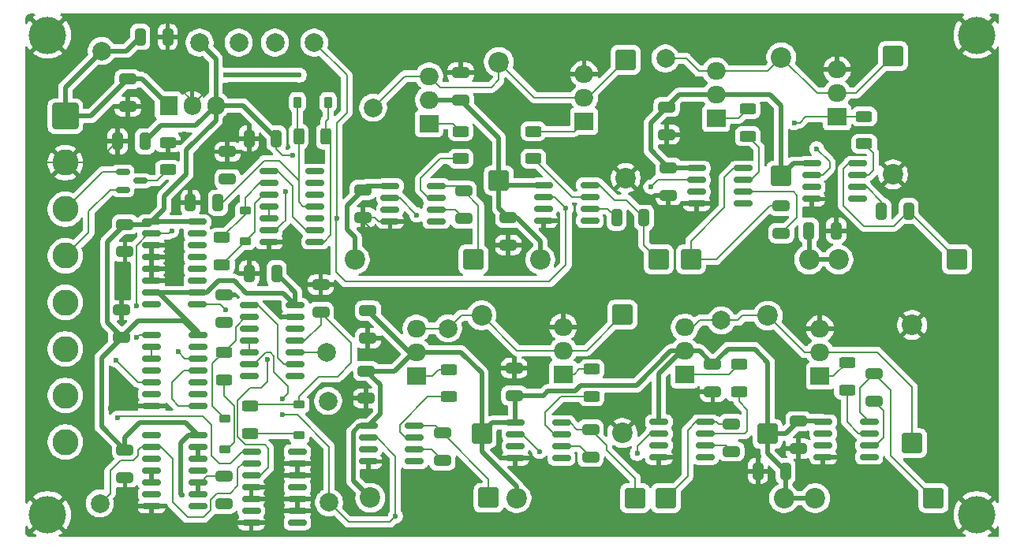
<source format=gtl>
%TF.GenerationSoftware,KiCad,Pcbnew,9.0.2*%
%TF.CreationDate,2025-12-17T22:35:22-05:00*%
%TF.ProjectId,motor-driver,6d6f746f-722d-4647-9269-7665722e6b69,rev?*%
%TF.SameCoordinates,Original*%
%TF.FileFunction,Copper,L1,Top*%
%TF.FilePolarity,Positive*%
%FSLAX46Y46*%
G04 Gerber Fmt 4.6, Leading zero omitted, Abs format (unit mm)*
G04 Created by KiCad (PCBNEW 9.0.2) date 2025-12-17 22:35:22*
%MOMM*%
%LPD*%
G01*
G04 APERTURE LIST*
G04 Aperture macros list*
%AMRoundRect*
0 Rectangle with rounded corners*
0 $1 Rounding radius*
0 $2 $3 $4 $5 $6 $7 $8 $9 X,Y pos of 4 corners*
0 Add a 4 corners polygon primitive as box body*
4,1,4,$2,$3,$4,$5,$6,$7,$8,$9,$2,$3,0*
0 Add four circle primitives for the rounded corners*
1,1,$1+$1,$2,$3*
1,1,$1+$1,$4,$5*
1,1,$1+$1,$6,$7*
1,1,$1+$1,$8,$9*
0 Add four rect primitives between the rounded corners*
20,1,$1+$1,$2,$3,$4,$5,0*
20,1,$1+$1,$4,$5,$6,$7,0*
20,1,$1+$1,$6,$7,$8,$9,0*
20,1,$1+$1,$8,$9,$2,$3,0*%
G04 Aperture macros list end*
%TA.AperFunction,SMDPad,CuDef*%
%ADD10RoundRect,0.150000X-0.825000X-0.150000X0.825000X-0.150000X0.825000X0.150000X-0.825000X0.150000X0*%
%TD*%
%TA.AperFunction,ComponentPad*%
%ADD11C,2.000000*%
%TD*%
%TA.AperFunction,SMDPad,CuDef*%
%ADD12RoundRect,0.250000X0.625000X-0.312500X0.625000X0.312500X-0.625000X0.312500X-0.625000X-0.312500X0*%
%TD*%
%TA.AperFunction,SMDPad,CuDef*%
%ADD13RoundRect,0.250000X-0.325000X-0.650000X0.325000X-0.650000X0.325000X0.650000X-0.325000X0.650000X0*%
%TD*%
%TA.AperFunction,ComponentPad*%
%ADD14R,2.000000X1.905000*%
%TD*%
%TA.AperFunction,ComponentPad*%
%ADD15O,2.000000X1.905000*%
%TD*%
%TA.AperFunction,ComponentPad*%
%ADD16RoundRect,0.249999X-0.850001X0.850001X-0.850001X-0.850001X0.850001X-0.850001X0.850001X0.850001X0*%
%TD*%
%TA.AperFunction,ComponentPad*%
%ADD17C,2.200000*%
%TD*%
%TA.AperFunction,ComponentPad*%
%ADD18C,4.000000*%
%TD*%
%TA.AperFunction,SMDPad,CuDef*%
%ADD19RoundRect,0.250000X0.325000X0.650000X-0.325000X0.650000X-0.325000X-0.650000X0.325000X-0.650000X0*%
%TD*%
%TA.AperFunction,SMDPad,CuDef*%
%ADD20RoundRect,0.250000X0.650000X-0.325000X0.650000X0.325000X-0.650000X0.325000X-0.650000X-0.325000X0*%
%TD*%
%TA.AperFunction,ComponentPad*%
%ADD21RoundRect,0.249999X0.850001X0.850001X-0.850001X0.850001X-0.850001X-0.850001X0.850001X-0.850001X0*%
%TD*%
%TA.AperFunction,ComponentPad*%
%ADD22RoundRect,0.249999X-0.850001X-0.850001X0.850001X-0.850001X0.850001X0.850001X-0.850001X0.850001X0*%
%TD*%
%TA.AperFunction,SMDPad,CuDef*%
%ADD23RoundRect,0.250000X-0.650000X0.325000X-0.650000X-0.325000X0.650000X-0.325000X0.650000X0.325000X0*%
%TD*%
%TA.AperFunction,SMDPad,CuDef*%
%ADD24RoundRect,0.225000X-0.375000X0.225000X-0.375000X-0.225000X0.375000X-0.225000X0.375000X0.225000X0*%
%TD*%
%TA.AperFunction,SMDPad,CuDef*%
%ADD25RoundRect,0.250000X0.312500X0.625000X-0.312500X0.625000X-0.312500X-0.625000X0.312500X-0.625000X0*%
%TD*%
%TA.AperFunction,ComponentPad*%
%ADD26RoundRect,0.249999X0.850001X-0.850001X0.850001X0.850001X-0.850001X0.850001X-0.850001X-0.850001X0*%
%TD*%
%TA.AperFunction,SMDPad,CuDef*%
%ADD27RoundRect,0.150000X-0.587500X-0.150000X0.587500X-0.150000X0.587500X0.150000X-0.587500X0.150000X0*%
%TD*%
%TA.AperFunction,ComponentPad*%
%ADD28R,1.905000X2.000000*%
%TD*%
%TA.AperFunction,ComponentPad*%
%ADD29O,1.905000X2.000000*%
%TD*%
%TA.AperFunction,SMDPad,CuDef*%
%ADD30RoundRect,0.225000X0.375000X-0.225000X0.375000X0.225000X-0.375000X0.225000X-0.375000X-0.225000X0*%
%TD*%
%TA.AperFunction,SMDPad,CuDef*%
%ADD31RoundRect,0.225000X0.225000X0.375000X-0.225000X0.375000X-0.225000X-0.375000X0.225000X-0.375000X0*%
%TD*%
%TA.AperFunction,ComponentPad*%
%ADD32RoundRect,0.250001X-1.149999X1.149999X-1.149999X-1.149999X1.149999X-1.149999X1.149999X1.149999X0*%
%TD*%
%TA.AperFunction,ComponentPad*%
%ADD33C,2.800000*%
%TD*%
%TA.AperFunction,SMDPad,CuDef*%
%ADD34RoundRect,0.250000X-0.625000X0.312500X-0.625000X-0.312500X0.625000X-0.312500X0.625000X0.312500X0*%
%TD*%
%TA.AperFunction,ViaPad*%
%ADD35C,0.600000*%
%TD*%
%TA.AperFunction,Conductor*%
%ADD36C,0.200000*%
%TD*%
%TA.AperFunction,Conductor*%
%ADD37C,0.500000*%
%TD*%
G04 APERTURE END LIST*
D10*
%TO.P,U1,1,~{MR}*%
%TO.N,+5V*%
X58375000Y-66460000D03*
%TO.P,U1,2,CP*%
%TO.N,Net-(U1-CP)*%
X58375000Y-67730000D03*
%TO.P,U1,3,D0*%
%TO.N,GND*%
X58375000Y-69000000D03*
%TO.P,U1,4,D1*%
X58375000Y-70270000D03*
%TO.P,U1,5,D2*%
X58375000Y-71540000D03*
%TO.P,U1,6,D3*%
X58375000Y-72810000D03*
%TO.P,U1,7,CEP*%
%TO.N,+5V*%
X58375000Y-74080000D03*
%TO.P,U1,8,GND*%
%TO.N,GND*%
X58375000Y-75350000D03*
%TO.P,U1,9,~{PE}*%
%TO.N,Net-(U1-~{PE})*%
X63325000Y-75350000D03*
%TO.P,U1,10,CET*%
%TO.N,+5V*%
X63325000Y-74080000D03*
%TO.P,U1,11,Q3*%
%TO.N,unconnected-(U1-Q3-Pad11)*%
X63325000Y-72810000D03*
%TO.P,U1,12,Q2*%
%TO.N,unconnected-(U1-Q2-Pad12)*%
X63325000Y-71540000D03*
%TO.P,U1,13,Q1*%
%TO.N,Net-(U1-Q1)*%
X63325000Y-70270000D03*
%TO.P,U1,14,Q0*%
%TO.N,Net-(U1-Q0)*%
X63325000Y-69000000D03*
%TO.P,U1,15,TC*%
%TO.N,unconnected-(U1-TC-Pad15)*%
X63325000Y-67730000D03*
%TO.P,U1,16,VCC*%
%TO.N,+5V*%
X63325000Y-66460000D03*
%TD*%
D11*
%TO.P,TP9,1,1*%
%TO.N,#delay_2*%
X77150000Y-80505000D03*
%TD*%
D12*
%TO.P,R4,1*%
%TO.N,Net-(D4-K)*%
X68950000Y-89167500D03*
%TO.P,R4,2*%
%TO.N,Net-(D4-A)*%
X68950000Y-86242500D03*
%TD*%
D13*
%TO.P,C2,1*%
%TO.N,+12V*%
X57175000Y-46605000D03*
%TO.P,C2,2*%
%TO.N,GND*%
X60125000Y-46605000D03*
%TD*%
D14*
%TO.P,Q8,1,G*%
%TO.N,coil_2+*%
X130125000Y-83020000D03*
D15*
%TO.P,Q8,2,D*%
%TO.N,h-right-2*%
X130125000Y-80480000D03*
%TO.P,Q8,3,S*%
%TO.N,GND*%
X130125000Y-77940000D03*
%TD*%
D10*
%TO.P,U6,1*%
%TO.N,/control/Q1*%
X71000000Y-61005000D03*
%TO.P,U6,2*%
%TO.N,Net-(D1-K)*%
X71000000Y-62275000D03*
%TO.P,U6,3*%
%TO.N,Net-(D1-A)*%
X71000000Y-63545000D03*
%TO.P,U6,4*%
%TO.N,Net-(U6-Pad4)*%
X71000000Y-64815000D03*
%TO.P,U6,5*%
X71000000Y-66085000D03*
%TO.P,U6,6*%
%TO.N,delay_1*%
X71000000Y-67355000D03*
%TO.P,U6,7,GND*%
%TO.N,GND*%
X71000000Y-68625000D03*
%TO.P,U6,8*%
%TO.N,Net-(D2-K)*%
X75950000Y-68625000D03*
%TO.P,U6,9*%
%TO.N,/control/Q1*%
X75950000Y-67355000D03*
%TO.P,U6,10*%
%TO.N,#delay_1*%
X75950000Y-66085000D03*
%TO.P,U6,11*%
%TO.N,Net-(D2-A)*%
X75950000Y-64815000D03*
%TO.P,U6,12*%
%TO.N,unconnected-(U6-Pad12)*%
X75950000Y-63545000D03*
%TO.P,U6,13*%
%TO.N,GND*%
X75950000Y-62275000D03*
%TO.P,U6,14,VCC*%
%TO.N,+5V*%
X75950000Y-61005000D03*
%TD*%
D11*
%TO.P,TP11,1,1*%
%TO.N,h-left-1*%
X82175000Y-54205000D03*
%TD*%
D13*
%TO.P,C19,1*%
%TO.N,+12V*%
X128925000Y-67405000D03*
%TO.P,C19,2*%
%TO.N,GND*%
X131875000Y-67405000D03*
%TD*%
D12*
%TO.P,R11,1*%
%TO.N,Net-(U14-HO)*%
X122375000Y-57267500D03*
%TO.P,R11,2*%
%TO.N,coil_1-*%
X122375000Y-54342500D03*
%TD*%
D10*
%TO.P,U13,1,VDD*%
%TO.N,+12V*%
X97450000Y-88035000D03*
%TO.P,U13,2,IN*%
%TO.N,#delay_2*%
X97450000Y-89305000D03*
%TO.P,U13,3,NC*%
%TO.N,unconnected-(U13-NC-Pad3)*%
X97450000Y-90575000D03*
%TO.P,U13,4,GND*%
%TO.N,GND*%
X97450000Y-91845000D03*
%TO.P,U13,5,NC*%
%TO.N,unconnected-(U13-NC-Pad5)*%
X102400000Y-91845000D03*
%TO.P,U13,6,VS*%
%TO.N,Net-(U13-VS)*%
X102400000Y-90575000D03*
%TO.P,U13,7,HO*%
%TO.N,Net-(U13-HO)*%
X102400000Y-89305000D03*
%TO.P,U13,8,VB*%
%TO.N,Net-(D18-K)*%
X102400000Y-88035000D03*
%TD*%
D11*
%TO.P,TP7,1,1*%
%TO.N,#delay_1*%
X75850000Y-47205000D03*
%TD*%
D16*
%TO.P,D10,1,K*%
%TO.N,h-left-2*%
X108925000Y-76440000D03*
D17*
%TO.P,D10,2,A*%
%TO.N,GND*%
X108925000Y-89140000D03*
%TD*%
D18*
%TO.P,TP16,1,1*%
%TO.N,GND*%
X146975000Y-97905000D03*
%TD*%
D10*
%TO.P,U9,1,VDD*%
%TO.N,+12V*%
X84000000Y-62600000D03*
%TO.P,U9,2,IN*%
%TO.N,delay_1*%
X84000000Y-63870000D03*
%TO.P,U9,3,NC*%
%TO.N,unconnected-(U9-NC-Pad3)*%
X84000000Y-65140000D03*
%TO.P,U9,4,GND*%
%TO.N,GND*%
X84000000Y-66410000D03*
%TO.P,U9,5,NC*%
%TO.N,unconnected-(U9-NC-Pad5)*%
X88950000Y-66410000D03*
%TO.P,U9,6,VS*%
%TO.N,Net-(U9-VS)*%
X88950000Y-65140000D03*
%TO.P,U9,7,HO*%
%TO.N,Net-(U9-HO)*%
X88950000Y-63870000D03*
%TO.P,U9,8,VB*%
%TO.N,Net-(D13-K)*%
X88950000Y-62600000D03*
%TD*%
D19*
%TO.P,C9,1*%
%TO.N,+5V*%
X71800000Y-57505000D03*
%TO.P,C9,2*%
%TO.N,GND*%
X68850000Y-57505000D03*
%TD*%
D20*
%TO.P,C4,1*%
%TO.N,+5V*%
X55150000Y-78880000D03*
%TO.P,C4,2*%
%TO.N,GND*%
X55150000Y-75930000D03*
%TD*%
D10*
%TO.P,U14,1,VDD*%
%TO.N,+12V*%
X116900000Y-60700000D03*
%TO.P,U14,2,IN*%
%TO.N,#delay_1*%
X116900000Y-61970000D03*
%TO.P,U14,3,NC*%
%TO.N,unconnected-(U14-NC-Pad3)*%
X116900000Y-63240000D03*
%TO.P,U14,4,GND*%
%TO.N,GND*%
X116900000Y-64510000D03*
%TO.P,U14,5,NC*%
%TO.N,unconnected-(U14-NC-Pad5)*%
X121850000Y-64510000D03*
%TO.P,U14,6,VS*%
%TO.N,Net-(U14-VS)*%
X121850000Y-63240000D03*
%TO.P,U14,7,HO*%
%TO.N,Net-(U14-HO)*%
X121850000Y-61970000D03*
%TO.P,U14,8,VB*%
%TO.N,Net-(D19-K)*%
X121850000Y-60700000D03*
%TD*%
D21*
%TO.P,D18,1,K*%
%TO.N,Net-(D18-K)*%
X110275000Y-96140000D03*
D17*
%TO.P,D18,2,A*%
%TO.N,+12V*%
X97575000Y-96140000D03*
%TD*%
D22*
%TO.P,D20,1,K*%
%TO.N,Net-(D20-K)*%
X113575000Y-96140000D03*
D17*
%TO.P,D20,2,A*%
%TO.N,+12V*%
X126275000Y-96140000D03*
%TD*%
D23*
%TO.P,C31,1*%
%TO.N,Net-(D19-K)*%
X125975000Y-64730000D03*
%TO.P,C31,2*%
%TO.N,Net-(U14-VS)*%
X125975000Y-67680000D03*
%TD*%
D19*
%TO.P,C20,1*%
%TO.N,Net-(D14-K)*%
X139650000Y-65305000D03*
%TO.P,C20,2*%
%TO.N,Net-(U8-VS)*%
X136700000Y-65305000D03*
%TD*%
D24*
%TO.P,D3,1,K*%
%TO.N,Net-(D3-K)*%
X66250000Y-87555000D03*
%TO.P,D3,2,A*%
%TO.N,Net-(D3-A)*%
X66250000Y-90855000D03*
%TD*%
D12*
%TO.P,R9,1*%
%TO.N,Net-(U12-HO)*%
X99375000Y-59667500D03*
%TO.P,R9,2*%
%TO.N,coil_1-*%
X99375000Y-56742500D03*
%TD*%
D18*
%TO.P,TP18,1,1*%
%TO.N,GND*%
X146975000Y-46405000D03*
%TD*%
D12*
%TO.P,R12,1*%
%TO.N,Net-(U15-HO)*%
X121425000Y-84702500D03*
%TO.P,R12,2*%
%TO.N,coil_2-*%
X121425000Y-81777500D03*
%TD*%
D20*
%TO.P,C13,1*%
%TO.N,+12V*%
X91575000Y-53380000D03*
%TO.P,C13,2*%
%TO.N,GND*%
X91575000Y-50430000D03*
%TD*%
D25*
%TO.P,R2,1*%
%TO.N,Net-(D2-K)*%
X77112500Y-57305000D03*
%TO.P,R2,2*%
%TO.N,Net-(D2-A)*%
X74187500Y-57305000D03*
%TD*%
D12*
%TO.P,R8,1*%
%TO.N,Net-(U11-HO)*%
X133025000Y-84502500D03*
%TO.P,R8,2*%
%TO.N,coil_2+*%
X133025000Y-81577500D03*
%TD*%
D18*
%TO.P,TP15,1,1*%
%TO.N,GND*%
X47250000Y-46405000D03*
%TD*%
D26*
%TO.P,D9,1,K*%
%TO.N,+12V*%
X93825000Y-89200000D03*
D17*
%TO.P,D9,2,A*%
%TO.N,h-left-2*%
X93825000Y-76500000D03*
%TD*%
D10*
%TO.P,U7,1*%
%TO.N,/control/coil_2_control*%
X68875000Y-75435000D03*
%TO.P,U7,2*%
%TO.N,Net-(D3-K)*%
X68875000Y-76705000D03*
%TO.P,U7,3*%
%TO.N,Net-(D3-A)*%
X68875000Y-77975000D03*
%TO.P,U7,4*%
%TO.N,Net-(U7-Pad4)*%
X68875000Y-79245000D03*
%TO.P,U7,5*%
X68875000Y-80515000D03*
%TO.P,U7,6*%
%TO.N,delay_2*%
X68875000Y-81785000D03*
%TO.P,U7,7,GND*%
%TO.N,GND*%
X68875000Y-83055000D03*
%TO.P,U7,8*%
%TO.N,Net-(D4-K)*%
X73825000Y-83055000D03*
%TO.P,U7,9*%
%TO.N,/control/coil_2_control*%
X73825000Y-81785000D03*
%TO.P,U7,10*%
%TO.N,#delay_2*%
X73825000Y-80515000D03*
%TO.P,U7,11*%
%TO.N,Net-(D4-A)*%
X73825000Y-79245000D03*
%TO.P,U7,12*%
%TO.N,unconnected-(U7-Pad12)*%
X73825000Y-77975000D03*
%TO.P,U7,13*%
%TO.N,GND*%
X73825000Y-76705000D03*
%TO.P,U7,14,VCC*%
%TO.N,+5V*%
X73825000Y-75435000D03*
%TD*%
D12*
%TO.P,R7,1*%
%TO.N,Net-(U10-HO)*%
X90325000Y-85262500D03*
%TO.P,R7,2*%
%TO.N,coil_2+*%
X90325000Y-82337500D03*
%TD*%
D27*
%TO.P,Q9,1,D*%
%TO.N,IN*%
X55312500Y-61105000D03*
%TO.P,Q9,2,G*%
%TO.N,EN*%
X55312500Y-63005000D03*
%TO.P,Q9,3,S*%
%TO.N,Net-(Q9-S)*%
X57187500Y-62055000D03*
%TD*%
D23*
%TO.P,C28,1*%
%TO.N,Net-(D18-K)*%
X105525000Y-88765000D03*
%TO.P,C28,2*%
%TO.N,Net-(U13-VS)*%
X105525000Y-91715000D03*
%TD*%
D28*
%TO.P,U3,1,VI*%
%TO.N,+12V*%
X60210000Y-53955000D03*
D29*
%TO.P,U3,2,GND*%
%TO.N,GND*%
X62750000Y-53955000D03*
%TO.P,U3,3,VO*%
%TO.N,+5V*%
X65290000Y-53955000D03*
%TD*%
D10*
%TO.P,U5,1*%
%TO.N,/control/Q0*%
X69100000Y-91155000D03*
%TO.P,U5,2*%
%TO.N,/control/Q1*%
X69100000Y-92425000D03*
%TO.P,U5,3*%
%TO.N,Net-(U1-~{PE})*%
X69100000Y-93695000D03*
%TO.P,U5,4*%
%TO.N,GND*%
X69100000Y-94965000D03*
%TO.P,U5,5*%
X69100000Y-96235000D03*
%TO.P,U5,6*%
%TO.N,unconnected-(U5-Pad6)*%
X69100000Y-97505000D03*
%TO.P,U5,7,GND*%
%TO.N,GND*%
X69100000Y-98775000D03*
%TO.P,U5,8*%
%TO.N,unconnected-(U5-Pad8)*%
X74050000Y-98775000D03*
%TO.P,U5,9*%
%TO.N,GND*%
X74050000Y-97505000D03*
%TO.P,U5,10*%
X74050000Y-96235000D03*
%TO.P,U5,11*%
%TO.N,unconnected-(U5-Pad11)*%
X74050000Y-94965000D03*
%TO.P,U5,12*%
%TO.N,GND*%
X74050000Y-93695000D03*
%TO.P,U5,13*%
X74050000Y-92425000D03*
%TO.P,U5,14,VCC*%
%TO.N,+5V*%
X74050000Y-91155000D03*
%TD*%
D21*
%TO.P,D15,1,K*%
%TO.N,Net-(D15-K)*%
X94575000Y-96100000D03*
D17*
%TO.P,D15,2,A*%
%TO.N,+12V*%
X81875000Y-96100000D03*
%TD*%
D20*
%TO.P,C12,1*%
%TO.N,Net-(D4-A)*%
X76550000Y-76155000D03*
%TO.P,C12,2*%
%TO.N,GND*%
X76550000Y-73205000D03*
%TD*%
D26*
%TO.P,D11,1,K*%
%TO.N,+12V*%
X124525000Y-89240000D03*
D17*
%TO.P,D11,2,A*%
%TO.N,h-right-2*%
X124525000Y-76540000D03*
%TD*%
D11*
%TO.P,TP1,1,1*%
%TO.N,/control/Q0*%
X77350000Y-85705000D03*
%TD*%
D30*
%TO.P,D4,1,K*%
%TO.N,Net-(D4-K)*%
X74250000Y-89405000D03*
%TO.P,D4,2,A*%
%TO.N,Net-(D4-A)*%
X74250000Y-86105000D03*
%TD*%
D23*
%TO.P,C23,1*%
%TO.N,+12V*%
X127825000Y-87865000D03*
%TO.P,C23,2*%
%TO.N,GND*%
X127825000Y-90815000D03*
%TD*%
D11*
%TO.P,TP8,1,1*%
%TO.N,delay_2*%
X77450000Y-96605000D03*
%TD*%
D20*
%TO.P,C5,1*%
%TO.N,+5V*%
X66150000Y-96755000D03*
%TO.P,C5,2*%
%TO.N,GND*%
X66150000Y-93805000D03*
%TD*%
D31*
%TO.P,D2,1,K*%
%TO.N,Net-(D2-K)*%
X77350000Y-53605000D03*
%TO.P,D2,2,A*%
%TO.N,Net-(D2-A)*%
X74050000Y-53605000D03*
%TD*%
D19*
%TO.P,C8,1*%
%TO.N,Net-(D2-A)*%
X65525000Y-64405000D03*
%TO.P,C8,2*%
%TO.N,GND*%
X62575000Y-64405000D03*
%TD*%
D23*
%TO.P,C22,1*%
%TO.N,Net-(D15-K)*%
X89625000Y-89150000D03*
%TO.P,C22,2*%
%TO.N,Net-(U10-VS)*%
X89625000Y-92100000D03*
%TD*%
D26*
%TO.P,D8,1,K*%
%TO.N,+12V*%
X125975000Y-61505000D03*
D17*
%TO.P,D8,2,A*%
%TO.N,h-right-1*%
X125975000Y-48805000D03*
%TD*%
D11*
%TO.P,TP12,1,1*%
%TO.N,h-right-1*%
X113550000Y-48905000D03*
%TD*%
D19*
%TO.P,C27,1*%
%TO.N,Net-(D17-K)*%
X111250000Y-66005000D03*
%TO.P,C27,2*%
%TO.N,Net-(U12-VS)*%
X108300000Y-66005000D03*
%TD*%
%TO.P,C10,1*%
%TO.N,+5V*%
X71825000Y-72005000D03*
%TO.P,C10,2*%
%TO.N,GND*%
X68875000Y-72005000D03*
%TD*%
D14*
%TO.P,Q2,1,G*%
%TO.N,coil_1-*%
X104825000Y-55645000D03*
D15*
%TO.P,Q2,2,D*%
%TO.N,h-left-1*%
X104825000Y-53105000D03*
%TO.P,Q2,3,S*%
%TO.N,GND*%
X104825000Y-50565000D03*
%TD*%
D22*
%TO.P,D19,1,K*%
%TO.N,Net-(D19-K)*%
X116275000Y-70505000D03*
D17*
%TO.P,D19,2,A*%
%TO.N,+12V*%
X128975000Y-70505000D03*
%TD*%
D23*
%TO.P,C16,1*%
%TO.N,+12V*%
X118625000Y-81765000D03*
%TO.P,C16,2*%
%TO.N,GND*%
X118625000Y-84715000D03*
%TD*%
D10*
%TO.P,U10,1,VDD*%
%TO.N,+12V*%
X81650000Y-88395000D03*
%TO.P,U10,2,IN*%
%TO.N,delay_2*%
X81650000Y-89665000D03*
%TO.P,U10,3,NC*%
%TO.N,unconnected-(U10-NC-Pad3)*%
X81650000Y-90935000D03*
%TO.P,U10,4,GND*%
%TO.N,GND*%
X81650000Y-92205000D03*
%TO.P,U10,5,NC*%
%TO.N,unconnected-(U10-NC-Pad5)*%
X86600000Y-92205000D03*
%TO.P,U10,6,VS*%
%TO.N,Net-(U10-VS)*%
X86600000Y-90935000D03*
%TO.P,U10,7,HO*%
%TO.N,Net-(U10-HO)*%
X86600000Y-89665000D03*
%TO.P,U10,8,VB*%
%TO.N,Net-(D15-K)*%
X86600000Y-88395000D03*
%TD*%
D14*
%TO.P,Q7,1,G*%
%TO.N,coil_2-*%
X115625000Y-82880000D03*
D15*
%TO.P,Q7,2,D*%
%TO.N,+12V*%
X115625000Y-80340000D03*
%TO.P,Q7,3,S*%
%TO.N,h-right-2*%
X115625000Y-77800000D03*
%TD*%
D10*
%TO.P,U2,1*%
%TO.N,Net-(U1-Q0)*%
X58400000Y-78595000D03*
%TO.P,U2,2*%
%TO.N,Net-(U2-Pad2)*%
X58400000Y-79865000D03*
%TO.P,U2,3*%
X58400000Y-81135000D03*
%TO.P,U2,4*%
%TO.N,/control/Q0*%
X58400000Y-82405000D03*
%TO.P,U2,5*%
%TO.N,Net-(Q9-S)*%
X58400000Y-83675000D03*
%TO.P,U2,6*%
%TO.N,Net-(U2-Pad13)*%
X58400000Y-84945000D03*
%TO.P,U2,7,GND*%
%TO.N,GND*%
X58400000Y-86215000D03*
%TO.P,U2,8*%
%TO.N,Net-(U2-Pad11)*%
X63350000Y-86215000D03*
%TO.P,U2,9*%
%TO.N,Net-(U1-Q1)*%
X63350000Y-84945000D03*
%TO.P,U2,10*%
%TO.N,/control/Q1*%
X63350000Y-83675000D03*
%TO.P,U2,11*%
%TO.N,Net-(U2-Pad11)*%
X63350000Y-82405000D03*
%TO.P,U2,12*%
%TO.N,Net-(U1-CP)*%
X63350000Y-81135000D03*
%TO.P,U2,13*%
%TO.N,Net-(U2-Pad13)*%
X63350000Y-79865000D03*
%TO.P,U2,14,VCC*%
%TO.N,+5V*%
X63350000Y-78595000D03*
%TD*%
D23*
%TO.P,C32,1*%
%TO.N,Net-(D20-K)*%
X120625000Y-88165000D03*
%TO.P,C32,2*%
%TO.N,Net-(U15-VS)*%
X120625000Y-91115000D03*
%TD*%
D11*
%TO.P,TP6,1,1*%
%TO.N,delay_1*%
X71650000Y-47205000D03*
%TD*%
D21*
%TO.P,D16,1,K*%
%TO.N,Net-(D16-K)*%
X142325000Y-96140000D03*
D17*
%TO.P,D16,2,A*%
%TO.N,+12V*%
X129625000Y-96140000D03*
%TD*%
D10*
%TO.P,U8,1,VDD*%
%TO.N,+12V*%
X129225000Y-60200000D03*
%TO.P,U8,2,IN*%
%TO.N,delay_1*%
X129225000Y-61470000D03*
%TO.P,U8,3,NC*%
%TO.N,unconnected-(U8-NC-Pad3)*%
X129225000Y-62740000D03*
%TO.P,U8,4,GND*%
%TO.N,GND*%
X129225000Y-64010000D03*
%TO.P,U8,5,NC*%
%TO.N,unconnected-(U8-NC-Pad5)*%
X134175000Y-64010000D03*
%TO.P,U8,6,VS*%
%TO.N,Net-(U8-VS)*%
X134175000Y-62740000D03*
%TO.P,U8,7,HO*%
%TO.N,Net-(U8-HO)*%
X134175000Y-61470000D03*
%TO.P,U8,8,VB*%
%TO.N,Net-(D14-K)*%
X134175000Y-60200000D03*
%TD*%
D26*
%TO.P,D5,1,K*%
%TO.N,+12V*%
X95675000Y-62005000D03*
D17*
%TO.P,D5,2,A*%
%TO.N,h-left-1*%
X95675000Y-49305000D03*
%TD*%
D10*
%TO.P,U12,1,VDD*%
%TO.N,+12V*%
X100500000Y-62500000D03*
%TO.P,U12,2,IN*%
%TO.N,#delay_1*%
X100500000Y-63770000D03*
%TO.P,U12,3,NC*%
%TO.N,unconnected-(U12-NC-Pad3)*%
X100500000Y-65040000D03*
%TO.P,U12,4,GND*%
%TO.N,GND*%
X100500000Y-66310000D03*
%TO.P,U12,5,NC*%
%TO.N,unconnected-(U12-NC-Pad5)*%
X105450000Y-66310000D03*
%TO.P,U12,6,VS*%
%TO.N,Net-(U12-VS)*%
X105450000Y-65040000D03*
%TO.P,U12,7,HO*%
%TO.N,Net-(U12-HO)*%
X105450000Y-63770000D03*
%TO.P,U12,8,VB*%
%TO.N,Net-(D17-K)*%
X105450000Y-62500000D03*
%TD*%
D12*
%TO.P,R13,1*%
%TO.N,Net-(Q9-S)*%
X60150000Y-60867500D03*
%TO.P,R13,2*%
%TO.N,GND*%
X60150000Y-57942500D03*
%TD*%
D23*
%TO.P,C29,1*%
%TO.N,+12V*%
X113875000Y-60655000D03*
%TO.P,C29,2*%
%TO.N,GND*%
X113875000Y-63605000D03*
%TD*%
D10*
%TO.P,U11,1,VDD*%
%TO.N,+12V*%
X130475000Y-87930000D03*
%TO.P,U11,2,IN*%
%TO.N,delay_2*%
X130475000Y-89200000D03*
%TO.P,U11,3,NC*%
%TO.N,unconnected-(U11-NC-Pad3)*%
X130475000Y-90470000D03*
%TO.P,U11,4,GND*%
%TO.N,GND*%
X130475000Y-91740000D03*
%TO.P,U11,5,NC*%
%TO.N,unconnected-(U11-NC-Pad5)*%
X135425000Y-91740000D03*
%TO.P,U11,6,VS*%
%TO.N,Net-(U11-VS)*%
X135425000Y-90470000D03*
%TO.P,U11,7,HO*%
%TO.N,Net-(U11-HO)*%
X135425000Y-89200000D03*
%TO.P,U11,8,VB*%
%TO.N,Net-(D16-K)*%
X135425000Y-87930000D03*
%TD*%
D12*
%TO.P,R10,1*%
%TO.N,Net-(U13-HO)*%
X105625000Y-85202500D03*
%TO.P,R10,2*%
%TO.N,coil_2-*%
X105625000Y-82277500D03*
%TD*%
D23*
%TO.P,C14,1*%
%TO.N,+12V*%
X113675000Y-54130000D03*
%TO.P,C14,2*%
%TO.N,GND*%
X113675000Y-57080000D03*
%TD*%
%TO.P,C33,1*%
%TO.N,+12V*%
X55850000Y-51130000D03*
%TO.P,C33,2*%
%TO.N,GND*%
X55850000Y-54080000D03*
%TD*%
D14*
%TO.P,Q6,1,G*%
%TO.N,coil_2-*%
X102575000Y-82820000D03*
D15*
%TO.P,Q6,2,D*%
%TO.N,h-left-2*%
X102575000Y-80280000D03*
%TO.P,Q6,3,S*%
%TO.N,GND*%
X102575000Y-77740000D03*
%TD*%
D11*
%TO.P,TP14,1,1*%
%TO.N,h-right-2*%
X119525000Y-77040000D03*
%TD*%
D21*
%TO.P,D17,1,K*%
%TO.N,Net-(D17-K)*%
X112825000Y-70505000D03*
D17*
%TO.P,D17,2,A*%
%TO.N,+12V*%
X100125000Y-70505000D03*
%TD*%
D12*
%TO.P,R6,1*%
%TO.N,Net-(U8-HO)*%
X134875000Y-58067500D03*
%TO.P,R6,2*%
%TO.N,coil_1+*%
X134875000Y-55142500D03*
%TD*%
D24*
%TO.P,D1,1,K*%
%TO.N,Net-(D1-K)*%
X68450000Y-65255000D03*
%TO.P,D1,2,A*%
%TO.N,Net-(D1-A)*%
X68450000Y-68555000D03*
%TD*%
D20*
%TO.P,C26,1*%
%TO.N,+12V*%
X97325000Y-85115000D03*
%TO.P,C26,2*%
%TO.N,GND*%
X97325000Y-82165000D03*
%TD*%
D32*
%TO.P,J2,1,Pin_1*%
%TO.N,+12V*%
X49150000Y-55105000D03*
D33*
%TO.P,J2,2,Pin_2*%
%TO.N,GND*%
X49150000Y-60105000D03*
%TO.P,J2,3,Pin_3*%
%TO.N,IN*%
X49150000Y-65105000D03*
%TO.P,J2,4,Pin_4*%
%TO.N,EN*%
X49150000Y-70105000D03*
%TO.P,J2,5,Pin_5*%
%TO.N,h-left-1*%
X49150000Y-75105000D03*
%TO.P,J2,6,Pin_6*%
%TO.N,h-right-1*%
X49150000Y-80105000D03*
%TO.P,J2,7,Pin_7*%
%TO.N,h-left-2*%
X49150000Y-85105000D03*
%TO.P,J2,8,Pin_8*%
%TO.N,h-right-2*%
X49150000Y-90105000D03*
%TD*%
D20*
%TO.P,C11,1*%
%TO.N,Net-(D3-A)*%
X66150000Y-77280000D03*
%TO.P,C11,2*%
%TO.N,GND*%
X66150000Y-74330000D03*
%TD*%
D23*
%TO.P,C24,1*%
%TO.N,Net-(D16-K)*%
X135925000Y-82765000D03*
%TO.P,C24,2*%
%TO.N,Net-(U11-VS)*%
X135925000Y-85715000D03*
%TD*%
D14*
%TO.P,Q5,1,G*%
%TO.N,coil_2+*%
X86825000Y-82980000D03*
D15*
%TO.P,Q5,2,D*%
%TO.N,+12V*%
X86825000Y-80440000D03*
%TO.P,Q5,3,S*%
%TO.N,h-left-2*%
X86825000Y-77900000D03*
%TD*%
D11*
%TO.P,TP3,1,1*%
%TO.N,Net-(U1-CP)*%
X67750000Y-47205000D03*
%TD*%
D12*
%TO.P,R5,1*%
%TO.N,Net-(U9-HO)*%
X91575000Y-59667500D03*
%TO.P,R5,2*%
%TO.N,coil_1+*%
X91575000Y-56742500D03*
%TD*%
D34*
%TO.P,R3,1*%
%TO.N,Net-(D3-K)*%
X66150000Y-80480000D03*
%TO.P,R3,2*%
%TO.N,Net-(D3-A)*%
X66150000Y-83405000D03*
%TD*%
D20*
%TO.P,C7,1*%
%TO.N,Net-(D1-A)*%
X66550000Y-61880000D03*
%TO.P,C7,2*%
%TO.N,GND*%
X66550000Y-58930000D03*
%TD*%
D11*
%TO.P,TP4,1,1*%
%TO.N,+5V*%
X63550000Y-47205000D03*
%TD*%
D19*
%TO.P,C3,1*%
%TO.N,+5V*%
X57700000Y-57805000D03*
%TO.P,C3,2*%
%TO.N,GND*%
X54750000Y-57805000D03*
%TD*%
D23*
%TO.P,C15,1*%
%TO.N,+12V*%
X81625000Y-76000000D03*
%TO.P,C15,2*%
%TO.N,GND*%
X81625000Y-78950000D03*
%TD*%
D10*
%TO.P,U15,1,VDD*%
%TO.N,+12V*%
X112850000Y-87935000D03*
%TO.P,U15,2,IN*%
%TO.N,#delay_2*%
X112850000Y-89205000D03*
%TO.P,U15,3,NC*%
%TO.N,unconnected-(U15-NC-Pad3)*%
X112850000Y-90475000D03*
%TO.P,U15,4,GND*%
%TO.N,GND*%
X112850000Y-91745000D03*
%TO.P,U15,5,NC*%
%TO.N,unconnected-(U15-NC-Pad5)*%
X117800000Y-91745000D03*
%TO.P,U15,6,VS*%
%TO.N,Net-(U15-VS)*%
X117800000Y-90475000D03*
%TO.P,U15,7,HO*%
%TO.N,Net-(U15-HO)*%
X117800000Y-89205000D03*
%TO.P,U15,8,VB*%
%TO.N,Net-(D20-K)*%
X117800000Y-87935000D03*
%TD*%
D18*
%TO.P,TP17,1,1*%
%TO.N,GND*%
X47250000Y-97905000D03*
%TD*%
D14*
%TO.P,Q1,1,G*%
%TO.N,coil_1+*%
X88175000Y-55885000D03*
D15*
%TO.P,Q1,2,D*%
%TO.N,+12V*%
X88175000Y-53345000D03*
%TO.P,Q1,3,S*%
%TO.N,h-left-1*%
X88175000Y-50805000D03*
%TD*%
D34*
%TO.P,R1,1*%
%TO.N,Net-(D1-K)*%
X65950000Y-68142500D03*
%TO.P,R1,2*%
%TO.N,Net-(D1-A)*%
X65950000Y-71067500D03*
%TD*%
D21*
%TO.P,D13,1,K*%
%TO.N,Net-(D13-K)*%
X92925000Y-70505000D03*
D17*
%TO.P,D13,2,A*%
%TO.N,+12V*%
X80225000Y-70505000D03*
%TD*%
D23*
%TO.P,C25,1*%
%TO.N,+12V*%
X96675000Y-66005000D03*
%TO.P,C25,2*%
%TO.N,GND*%
X96675000Y-68955000D03*
%TD*%
%TO.P,C17,1*%
%TO.N,+12V*%
X81075000Y-63030000D03*
%TO.P,C17,2*%
%TO.N,GND*%
X81075000Y-65980000D03*
%TD*%
%TO.P,C6,1*%
%TO.N,+5V*%
X55550000Y-90960000D03*
%TO.P,C6,2*%
%TO.N,GND*%
X55550000Y-93910000D03*
%TD*%
D19*
%TO.P,C30,1*%
%TO.N,+12V*%
X126425000Y-93240000D03*
%TO.P,C30,2*%
%TO.N,GND*%
X123475000Y-93240000D03*
%TD*%
D11*
%TO.P,TP10,1,1*%
%TO.N,+12V*%
X53050000Y-48105000D03*
%TD*%
D26*
%TO.P,D12,1,K*%
%TO.N,h-right-2*%
X140025000Y-90240000D03*
D17*
%TO.P,D12,2,A*%
%TO.N,GND*%
X140025000Y-77540000D03*
%TD*%
D23*
%TO.P,C1,1*%
%TO.N,+5V*%
X55550000Y-66730000D03*
%TO.P,C1,2*%
%TO.N,GND*%
X55550000Y-69680000D03*
%TD*%
%TO.P,C18,1*%
%TO.N,Net-(D13-K)*%
X91900000Y-63135000D03*
%TO.P,C18,2*%
%TO.N,Net-(U9-VS)*%
X91900000Y-66085000D03*
%TD*%
D16*
%TO.P,D7,1,K*%
%TO.N,h-right-1*%
X137975000Y-48655000D03*
D17*
%TO.P,D7,2,A*%
%TO.N,GND*%
X137975000Y-61355000D03*
%TD*%
D23*
%TO.P,C21,1*%
%TO.N,+12V*%
X81425000Y-82475000D03*
%TO.P,C21,2*%
%TO.N,GND*%
X81425000Y-85425000D03*
%TD*%
D21*
%TO.P,D14,1,K*%
%TO.N,Net-(D14-K)*%
X144825000Y-70505000D03*
D17*
%TO.P,D14,2,A*%
%TO.N,+12V*%
X132125000Y-70505000D03*
%TD*%
D11*
%TO.P,TP2,1,1*%
%TO.N,/control/Q1*%
X52850000Y-96705000D03*
%TD*%
D10*
%TO.P,U4,1*%
%TO.N,/control/Q0*%
X58400000Y-89365000D03*
%TO.P,U4,2*%
%TO.N,/control/Q1*%
X58400000Y-90635000D03*
%TO.P,U4,3*%
%TO.N,/control/coil_2_control*%
X58400000Y-91905000D03*
%TO.P,U4,4*%
%TO.N,GND*%
X58400000Y-93175000D03*
%TO.P,U4,5*%
X58400000Y-94445000D03*
%TO.P,U4,6*%
%TO.N,unconnected-(U4-Pad6)*%
X58400000Y-95715000D03*
%TO.P,U4,7,GND*%
%TO.N,GND*%
X58400000Y-96985000D03*
%TO.P,U4,8*%
%TO.N,unconnected-(U4-Pad8)*%
X63350000Y-96985000D03*
%TO.P,U4,9*%
%TO.N,GND*%
X63350000Y-95715000D03*
%TO.P,U4,10*%
X63350000Y-94445000D03*
%TO.P,U4,11*%
%TO.N,unconnected-(U4-Pad11)*%
X63350000Y-93175000D03*
%TO.P,U4,12*%
%TO.N,GND*%
X63350000Y-91905000D03*
%TO.P,U4,13*%
X63350000Y-90635000D03*
%TO.P,U4,14,VCC*%
%TO.N,+5V*%
X63350000Y-89365000D03*
%TD*%
D14*
%TO.P,Q3,1,G*%
%TO.N,coil_1-*%
X118975000Y-55345000D03*
D15*
%TO.P,Q3,2,D*%
%TO.N,+12V*%
X118975000Y-52805000D03*
%TO.P,Q3,3,S*%
%TO.N,h-right-1*%
X118975000Y-50265000D03*
%TD*%
D14*
%TO.P,Q4,1,G*%
%TO.N,coil_1+*%
X131975000Y-55185000D03*
D15*
%TO.P,Q4,2,D*%
%TO.N,h-right-1*%
X131975000Y-52645000D03*
%TO.P,Q4,3,S*%
%TO.N,GND*%
X131975000Y-50105000D03*
%TD*%
D16*
%TO.P,D6,1,K*%
%TO.N,h-left-1*%
X109275000Y-49055000D03*
D17*
%TO.P,D6,2,A*%
%TO.N,GND*%
X109275000Y-61755000D03*
%TD*%
D11*
%TO.P,TP13,1,1*%
%TO.N,h-left-2*%
X90225000Y-77900000D03*
%TD*%
D35*
%TO.N,GND*%
X58400000Y-94445000D03*
X81075000Y-65980000D03*
X63350000Y-95715000D03*
X45550000Y-61505000D03*
X63350000Y-91905000D03*
X100500000Y-66310000D03*
X58375000Y-69000000D03*
X61350000Y-52105000D03*
X55650000Y-68205000D03*
X66150000Y-74330000D03*
X55550000Y-93910000D03*
X99950000Y-81805000D03*
X53950000Y-86505000D03*
X63350000Y-59905000D03*
X73825000Y-76705000D03*
X76350000Y-94505000D03*
X88450000Y-67705000D03*
X112850000Y-91745000D03*
X61950000Y-57005000D03*
X68875000Y-83055000D03*
X64950000Y-61605000D03*
X75950000Y-62275000D03*
X58400000Y-93175000D03*
X78850000Y-94605000D03*
X63350000Y-90635000D03*
X64150000Y-52505000D03*
X63350000Y-94445000D03*
X58375000Y-75350000D03*
%TO.N,+5V*%
X61650000Y-95805000D03*
X66150000Y-96755000D03*
X75950000Y-61005000D03*
X73550000Y-59305000D03*
X74050000Y-91155000D03*
%TO.N,+12V*%
X66350000Y-50705000D03*
X74250000Y-50705000D03*
X81625000Y-76000000D03*
%TO.N,Net-(D1-A)*%
X71000000Y-63545000D03*
X66550000Y-61880000D03*
%TO.N,Net-(D3-A)*%
X66150000Y-77280000D03*
X66150000Y-83405000D03*
X68875000Y-77975000D03*
%TO.N,Net-(D4-K)*%
X74250000Y-89405000D03*
X73825000Y-83055000D03*
%TO.N,coil_1+*%
X127350000Y-55805000D03*
%TO.N,Net-(Q9-S)*%
X57187500Y-62055000D03*
X54550000Y-81305000D03*
%TO.N,/control/Q0*%
X58400000Y-82405000D03*
X54750000Y-87505000D03*
X58400000Y-89365000D03*
X69100000Y-91155000D03*
%TO.N,/control/Q1*%
X58400000Y-90635000D03*
X75950000Y-67355000D03*
X63350000Y-83675000D03*
%TO.N,Net-(U1-CP)*%
X61250000Y-80405000D03*
X56750000Y-75505000D03*
X60550000Y-67405000D03*
%TO.N,delay_1*%
X129775000Y-58605000D03*
X86875000Y-65705000D03*
X84000000Y-63870000D03*
X72750000Y-63205000D03*
%TO.N,#delay_1*%
X102875000Y-65005000D03*
X75950000Y-66085000D03*
X78250000Y-66105000D03*
X111975000Y-62705000D03*
%TO.N,delay_2*%
X72450000Y-85505000D03*
X84575000Y-98085000D03*
X130475000Y-89200000D03*
X72450000Y-87205000D03*
%TO.N,#delay_2*%
X110525000Y-91340000D03*
X97450000Y-89305000D03*
X100025000Y-91140000D03*
%TO.N,Net-(U1-~{PE})*%
X70850000Y-81205000D03*
X66350000Y-75905000D03*
%TO.N,Net-(U1-Q0)*%
X56750000Y-78905000D03*
X63325000Y-69000000D03*
%TO.N,Net-(U1-Q1)*%
X63350000Y-84945000D03*
X63325000Y-70270000D03*
%TO.N,Net-(U2-Pad13)*%
X63350000Y-79865000D03*
X58400000Y-84945000D03*
%TO.N,/control/coil_2_control*%
X58400000Y-91905000D03*
X73825000Y-81785000D03*
%TD*%
D36*
%TO.N,GND*%
X52450000Y-60105000D02*
X54750000Y-57805000D01*
X81075000Y-65980000D02*
X81075000Y-66330000D01*
X62750000Y-53955000D02*
X62750000Y-53505000D01*
X64950000Y-61505000D02*
X64950000Y-61605000D01*
X82350000Y-65980000D02*
X81075000Y-65980000D01*
X63350000Y-59905000D02*
X64950000Y-61505000D01*
X82780000Y-66410000D02*
X82350000Y-65980000D01*
X63710000Y-94445000D02*
X64350000Y-93805000D01*
X62750000Y-53905000D02*
X64150000Y-52505000D01*
X62750000Y-53505000D02*
X61350000Y-52105000D01*
X84000000Y-66410000D02*
X82780000Y-66410000D01*
X46950000Y-60105000D02*
X45550000Y-61505000D01*
X62750000Y-53955000D02*
X62750000Y-53905000D01*
X81075000Y-66330000D02*
X83250000Y-68505000D01*
X64350000Y-93805000D02*
X66150000Y-93805000D01*
X49150000Y-60105000D02*
X46950000Y-60105000D01*
X83250000Y-68505000D02*
X87650000Y-68505000D01*
X49150000Y-60105000D02*
X52450000Y-60105000D01*
X87650000Y-68505000D02*
X88450000Y-67705000D01*
X63350000Y-94445000D02*
X63710000Y-94445000D01*
%TO.N,+5V*%
X73550000Y-59305000D02*
X72450000Y-59305000D01*
D37*
X67250000Y-72805000D02*
X68550000Y-74105000D01*
D36*
X72450000Y-59305000D02*
X71800000Y-58655000D01*
D37*
X61550000Y-90190001D02*
X61550000Y-93705000D01*
X63350000Y-89365000D02*
X62375001Y-89365000D01*
X61860000Y-77105000D02*
X63350000Y-78595000D01*
X62375001Y-89365000D02*
X61550000Y-90190001D01*
X65290000Y-53955000D02*
X65290000Y-55565000D01*
X53650000Y-77230000D02*
X55250000Y-78830000D01*
X58375000Y-66460000D02*
X59750000Y-65085000D01*
X53050000Y-88460000D02*
X55550000Y-90960000D01*
D36*
X71800000Y-58655000D02*
X71800000Y-57505000D01*
D37*
X53050000Y-81030000D02*
X53050000Y-88460000D01*
X61550000Y-95705000D02*
X61650000Y-95805000D01*
X55250000Y-78830000D02*
X53050000Y-81030000D01*
X59750000Y-65085000D02*
X59750000Y-63705000D01*
X63350000Y-78295001D02*
X59134999Y-74080000D01*
X65574999Y-72805000D02*
X67250000Y-72805000D01*
X61550000Y-93705000D02*
X61550000Y-95705000D01*
X65290000Y-53955000D02*
X68250000Y-53955000D01*
X63325000Y-74080000D02*
X58375000Y-74080000D01*
X58105000Y-66730000D02*
X58375000Y-66460000D01*
X61990000Y-88005000D02*
X63350000Y-89365000D01*
X64299999Y-74080000D02*
X65574999Y-72805000D01*
X57150000Y-88005000D02*
X61990000Y-88005000D01*
X59750000Y-63705000D02*
X62150000Y-61305000D01*
X59400000Y-56105000D02*
X57700000Y-57805000D01*
X65290000Y-53955000D02*
X65290000Y-48945000D01*
X63350000Y-78595000D02*
X63350000Y-78295001D01*
X72495000Y-74105000D02*
X73825000Y-75435000D01*
X62150000Y-58705000D02*
X62150000Y-59805000D01*
X68550000Y-74105000D02*
X72495000Y-74105000D01*
X55550000Y-90960000D02*
X55550000Y-89605000D01*
X55150000Y-78880000D02*
X56925000Y-77105000D01*
X65290000Y-55565000D02*
X62150000Y-58705000D01*
X55550000Y-66730000D02*
X58105000Y-66730000D01*
X53650000Y-68630000D02*
X55550000Y-66730000D01*
X65290000Y-53955000D02*
X63140000Y-56105000D01*
X68250000Y-53955000D02*
X71800000Y-57505000D01*
X59134999Y-74080000D02*
X58375000Y-74080000D01*
X56925000Y-77105000D02*
X61860000Y-77105000D01*
X63140000Y-56105000D02*
X59400000Y-56105000D01*
X63325000Y-74080000D02*
X64299999Y-74080000D01*
X55550000Y-89605000D02*
X57150000Y-88005000D01*
X73825000Y-74005000D02*
X71825000Y-72005000D01*
X53650000Y-68630000D02*
X53650000Y-77230000D01*
X65290000Y-48945000D02*
X63550000Y-47205000D01*
X62150000Y-61305000D02*
X62150000Y-59805000D01*
X73825000Y-75435000D02*
X73825000Y-74005000D01*
X58375000Y-66460000D02*
X63325000Y-66460000D01*
%TO.N,+12V*%
X97325000Y-85115000D02*
X100450000Y-85115000D01*
X127825000Y-87865000D02*
X130410000Y-87865000D01*
X80025000Y-94250000D02*
X81875000Y-96100000D01*
X115310500Y-80340000D02*
X112850000Y-82800500D01*
X81075000Y-63030000D02*
X79375000Y-64730000D01*
X95875000Y-62005000D02*
X96370000Y-62500000D01*
X113675000Y-54130000D02*
X111975000Y-55830000D01*
X79375000Y-67305000D02*
X80225000Y-68155000D01*
X126450000Y-89240000D02*
X127825000Y-87865000D01*
X115625000Y-80340000D02*
X115310500Y-80340000D01*
X49150000Y-52005000D02*
X49150000Y-55105000D01*
X91565000Y-80440000D02*
X93825000Y-82700000D01*
D36*
X118895000Y-52885000D02*
X118975000Y-52805000D01*
D37*
X86065000Y-80440000D02*
X86825000Y-80440000D01*
X53050000Y-48105000D02*
X55675000Y-48105000D01*
X81425000Y-82475000D02*
X82925000Y-83975000D01*
X93825000Y-89200000D02*
X93825000Y-91140000D01*
X100125000Y-68555000D02*
X100125000Y-70505000D01*
X124525000Y-89240000D02*
X124525000Y-91340000D01*
X124775000Y-52805000D02*
X118975000Y-52805000D01*
X103825000Y-84640000D02*
X104425000Y-84040000D01*
X126275000Y-96140000D02*
X129625000Y-96140000D01*
X100925000Y-84640000D02*
X103825000Y-84640000D01*
X113875000Y-60655000D02*
X116855000Y-60655000D01*
X80025000Y-89045001D02*
X80025000Y-94250000D01*
X130410000Y-87865000D02*
X130475000Y-87930000D01*
X91575000Y-53380000D02*
X95675000Y-57480000D01*
X57385000Y-51130000D02*
X60210000Y-53955000D01*
X97575000Y-66005000D02*
X100125000Y-68555000D01*
X79375000Y-64730000D02*
X79375000Y-67305000D01*
X128975000Y-67455000D02*
X128925000Y-67405000D01*
X91540000Y-53345000D02*
X91575000Y-53380000D01*
X128975000Y-70505000D02*
X132125000Y-70505000D01*
X86525000Y-80440000D02*
X84490000Y-82475000D01*
X118625000Y-81765000D02*
X120250000Y-80140000D01*
X80225000Y-68155000D02*
X80225000Y-70505000D01*
X96370000Y-62500000D02*
X100500000Y-62500000D01*
X126425000Y-93240000D02*
X126425000Y-95990000D01*
X97450000Y-85240000D02*
X97325000Y-85115000D01*
X126425000Y-95990000D02*
X126275000Y-96140000D01*
X120250000Y-80140000D02*
X123125000Y-80140000D01*
X127280000Y-60200000D02*
X129225000Y-60200000D01*
X117200000Y-80340000D02*
X118625000Y-81765000D01*
X51875000Y-55105000D02*
X55850000Y-51130000D01*
X53050000Y-48105000D02*
X49150000Y-52005000D01*
X104425000Y-84040000D02*
X110425000Y-84040000D01*
X94990000Y-88035000D02*
X97450000Y-88035000D01*
X86825000Y-80440000D02*
X91565000Y-80440000D01*
X100450000Y-85115000D02*
X100925000Y-84640000D01*
X93825000Y-89200000D02*
X94990000Y-88035000D01*
X84490000Y-82475000D02*
X81425000Y-82475000D01*
X95675000Y-65005000D02*
X96675000Y-66005000D01*
X96675000Y-66005000D02*
X97575000Y-66005000D01*
X97450000Y-88035000D02*
X97450000Y-85240000D01*
X81625000Y-76000000D02*
X86065000Y-80440000D01*
X84000000Y-62600000D02*
X81505000Y-62600000D01*
X114125000Y-80340000D02*
X115625000Y-80340000D01*
X55675000Y-48105000D02*
X57175000Y-46605000D01*
X81650000Y-88395000D02*
X80675001Y-88395000D01*
X82925000Y-87120000D02*
X81650000Y-88395000D01*
X111975000Y-58755000D02*
X113875000Y-60655000D01*
X116855000Y-60655000D02*
X116900000Y-60700000D01*
X88175000Y-53345000D02*
X91540000Y-53345000D01*
X124525000Y-91340000D02*
X126425000Y-93240000D01*
X123125000Y-80140000D02*
X124525000Y-81540000D01*
X80675001Y-88395000D02*
X80025000Y-89045001D01*
X84670000Y-62600000D02*
X84000000Y-62600000D01*
X124525000Y-89240000D02*
X126450000Y-89240000D01*
X125975000Y-61505000D02*
X127280000Y-60200000D01*
X110425000Y-84040000D02*
X114125000Y-80340000D01*
X95675000Y-57480000D02*
X95675000Y-62005000D01*
X111975000Y-55830000D02*
X111975000Y-58755000D01*
X124525000Y-81540000D02*
X124525000Y-89240000D01*
X125975000Y-54005000D02*
X124775000Y-52805000D01*
X95675000Y-62005000D02*
X95675000Y-65005000D01*
X97575000Y-94890000D02*
X97575000Y-96140000D01*
X49150000Y-55105000D02*
X51875000Y-55105000D01*
X113675000Y-54130000D02*
X115000000Y-52805000D01*
X74250000Y-50705000D02*
X66350000Y-50705000D01*
X128975000Y-70505000D02*
X128975000Y-67455000D01*
X95675000Y-62005000D02*
X95875000Y-62005000D01*
X125975000Y-61505000D02*
X125975000Y-54005000D01*
X115000000Y-52805000D02*
X118975000Y-52805000D01*
X93825000Y-91140000D02*
X97575000Y-94890000D01*
X81505000Y-62600000D02*
X81075000Y-63030000D01*
X115625000Y-80340000D02*
X117200000Y-80340000D01*
X86825000Y-80440000D02*
X86525000Y-80440000D01*
X55850000Y-51130000D02*
X57385000Y-51130000D01*
X112850000Y-82800500D02*
X112850000Y-87935000D01*
X82925000Y-83975000D02*
X82925000Y-87120000D01*
X93825000Y-82700000D02*
X93825000Y-89200000D01*
D36*
%TO.N,Net-(D1-A)*%
X71000000Y-63545000D02*
X70409890Y-63545000D01*
X68450000Y-68567500D02*
X65950000Y-71067500D01*
X69450000Y-67555000D02*
X68450000Y-68555000D01*
X68450000Y-68555000D02*
X68450000Y-68567500D01*
X70409890Y-63545000D02*
X69450000Y-64504890D01*
X69450000Y-64504890D02*
X69450000Y-67555000D01*
%TO.N,Net-(D2-A)*%
X74187500Y-64342500D02*
X74660000Y-64815000D01*
X74187500Y-57267500D02*
X74050000Y-57130000D01*
X72087500Y-59905000D02*
X74187500Y-62005000D01*
X70483032Y-59905000D02*
X72087500Y-59905000D01*
X74050000Y-57130000D02*
X74050000Y-53605000D01*
X65983032Y-64405000D02*
X70483032Y-59905000D01*
X74187500Y-57305000D02*
X74187500Y-62005000D01*
X74187500Y-57305000D02*
X74187500Y-57267500D01*
X74660000Y-64815000D02*
X75950000Y-64815000D01*
X74187500Y-62005000D02*
X74187500Y-64342500D01*
X65525000Y-64405000D02*
X65983032Y-64405000D01*
%TO.N,Net-(D3-A)*%
X66500000Y-90855000D02*
X67250000Y-90105000D01*
X66250000Y-90855000D02*
X66500000Y-90855000D01*
X67250000Y-86205000D02*
X66150000Y-85105000D01*
X67250000Y-90105000D02*
X67250000Y-86205000D01*
X66150000Y-85105000D02*
X66150000Y-83405000D01*
%TO.N,Net-(D4-A)*%
X79850000Y-79505000D02*
X79850000Y-81605000D01*
X78350000Y-83105000D02*
X76250000Y-83105000D01*
X76550000Y-77494999D02*
X76550000Y-76155000D01*
X76250000Y-83105000D02*
X76250000Y-83205000D01*
X74250000Y-86105000D02*
X69087500Y-86105000D01*
X73825000Y-79245000D02*
X74799999Y-79245000D01*
X79850000Y-81605000D02*
X78350000Y-83105000D01*
X76550000Y-76205000D02*
X79850000Y-79505000D01*
X74799999Y-79245000D02*
X76550000Y-77494999D01*
X69087500Y-86105000D02*
X68950000Y-86242500D01*
X76250000Y-83205000D02*
X74250000Y-85205000D01*
X74250000Y-85205000D02*
X74250000Y-86105000D01*
X76550000Y-76155000D02*
X76550000Y-76205000D01*
%TO.N,Net-(U9-VS)*%
X91900000Y-66085000D02*
X90955000Y-65140000D01*
X90955000Y-65140000D02*
X88950000Y-65140000D01*
%TO.N,Net-(D13-K)*%
X88950000Y-62600000D02*
X91365000Y-62600000D01*
X93475000Y-64710000D02*
X91900000Y-63135000D01*
X91365000Y-62600000D02*
X91900000Y-63135000D01*
X92925000Y-70505000D02*
X93475000Y-69955000D01*
X93475000Y-69955000D02*
X93475000Y-64710000D01*
%TO.N,Net-(D14-K)*%
X134175000Y-60200000D02*
X133200001Y-60200000D01*
X139650000Y-65305000D02*
X144825000Y-70480000D01*
X134875000Y-66905000D02*
X138050000Y-66905000D01*
X138050000Y-66905000D02*
X139650000Y-65305000D01*
X133200001Y-60200000D02*
X132675000Y-60725001D01*
X132675000Y-60725001D02*
X132675000Y-64705000D01*
X144825000Y-70480000D02*
X144825000Y-70505000D01*
X132675000Y-64705000D02*
X134875000Y-66905000D01*
%TO.N,Net-(U8-VS)*%
X134175000Y-62740000D02*
X135149999Y-62740000D01*
X136700000Y-64290001D02*
X136700000Y-65305000D01*
X135149999Y-62740000D02*
X136700000Y-64290001D01*
%TO.N,Net-(D15-K)*%
X88870000Y-88395000D02*
X89625000Y-89150000D01*
X86600000Y-88395000D02*
X88870000Y-88395000D01*
X94575000Y-96100000D02*
X94575000Y-94100000D01*
X94575000Y-94100000D02*
X89625000Y-89150000D01*
%TO.N,Net-(U10-VS)*%
X88460000Y-90935000D02*
X89625000Y-92100000D01*
X86600000Y-90935000D02*
X88460000Y-90935000D01*
%TO.N,Net-(U11-VS)*%
X136925000Y-86715000D02*
X136925000Y-89640000D01*
X135925000Y-85715000D02*
X136925000Y-86715000D01*
X136095000Y-90470000D02*
X135425000Y-90470000D01*
X136925000Y-89640000D02*
X136095000Y-90470000D01*
%TO.N,Net-(D16-K)*%
X134425000Y-84265000D02*
X135925000Y-82765000D01*
X137725000Y-84565000D02*
X135925000Y-82765000D01*
X135425000Y-87930000D02*
X134425000Y-86930000D01*
X134425000Y-86930000D02*
X134425000Y-84265000D01*
X142325000Y-96140000D02*
X137725000Y-91540000D01*
X137725000Y-91540000D02*
X137725000Y-84565000D01*
%TO.N,Net-(D17-K)*%
X111250000Y-66005000D02*
X111250000Y-68930000D01*
X108075000Y-64105000D02*
X109350000Y-64105000D01*
X109350000Y-64105000D02*
X111250000Y-66005000D01*
X105450000Y-62500000D02*
X106470000Y-62500000D01*
X106470000Y-62500000D02*
X108075000Y-64105000D01*
X111250000Y-68930000D02*
X112825000Y-70505000D01*
%TO.N,Net-(U12-VS)*%
X107335000Y-65040000D02*
X108300000Y-66005000D01*
X105450000Y-65040000D02*
X107335000Y-65040000D01*
%TO.N,Net-(U13-VS)*%
X102400000Y-90575000D02*
X104385000Y-90575000D01*
X104385000Y-90575000D02*
X105525000Y-91715000D01*
%TO.N,Net-(D18-K)*%
X110275000Y-93990000D02*
X107225000Y-90940000D01*
X103320000Y-88035000D02*
X104050000Y-88765000D01*
X107225000Y-90465000D02*
X105525000Y-88765000D01*
X104050000Y-88765000D02*
X105525000Y-88765000D01*
X107225000Y-90940000D02*
X107225000Y-90465000D01*
X110275000Y-96140000D02*
X110275000Y-93990000D01*
X102400000Y-88035000D02*
X103320000Y-88035000D01*
%TO.N,Net-(U14-VS)*%
X127310000Y-63240000D02*
X127675000Y-63605000D01*
X127675000Y-65980000D02*
X125975000Y-67680000D01*
X121850000Y-63240000D02*
X127310000Y-63240000D01*
X127675000Y-63605000D02*
X127675000Y-65980000D01*
%TO.N,Net-(D19-K)*%
X116275000Y-70505000D02*
X118975000Y-70505000D01*
X120875001Y-60700000D02*
X119875000Y-61700001D01*
X116275000Y-68505000D02*
X116275000Y-70505000D01*
X119875000Y-61700001D02*
X119875000Y-64905000D01*
X118975000Y-70505000D02*
X124750000Y-64730000D01*
X124750000Y-64730000D02*
X125975000Y-64730000D01*
X119875000Y-64905000D02*
X116275000Y-68505000D01*
X121850000Y-60700000D02*
X120875001Y-60700000D01*
%TO.N,Net-(U15-VS)*%
X119985000Y-90475000D02*
X120625000Y-91115000D01*
X117800000Y-90475000D02*
X119985000Y-90475000D01*
%TO.N,Net-(D20-K)*%
X119020000Y-87935000D02*
X119250000Y-88165000D01*
X115925000Y-88840000D02*
X115925000Y-93790000D01*
X117800000Y-87935000D02*
X119020000Y-87935000D01*
X115925000Y-93790000D02*
X113575000Y-96140000D01*
X119250000Y-88165000D02*
X120625000Y-88165000D01*
X116830000Y-87935000D02*
X115925000Y-88840000D01*
X117800000Y-87935000D02*
X116830000Y-87935000D01*
%TO.N,Net-(D1-K)*%
X68450000Y-63850001D02*
X68450000Y-65255000D01*
X65950000Y-68142500D02*
X68450000Y-65642500D01*
X70025001Y-62275000D02*
X68450000Y-63850001D01*
X68450000Y-65642500D02*
X68450000Y-65255000D01*
X71000000Y-62275000D02*
X70025001Y-62275000D01*
%TO.N,Net-(D2-K)*%
X77112500Y-55642500D02*
X77350000Y-55405000D01*
X77112500Y-57305000D02*
X77112500Y-55642500D01*
X77112500Y-57305000D02*
X77650000Y-57842500D01*
X76924999Y-68625000D02*
X75950000Y-68625000D01*
X77650000Y-67899999D02*
X76924999Y-68625000D01*
X77650000Y-57842500D02*
X77650000Y-67899999D01*
X77350000Y-55405000D02*
X77350000Y-53605000D01*
%TO.N,Net-(D3-K)*%
X66150000Y-80480000D02*
X64950000Y-81680000D01*
X67450000Y-77741160D02*
X67450000Y-79180000D01*
X64950000Y-86255000D02*
X66250000Y-87555000D01*
X68486160Y-76705000D02*
X67450000Y-77741160D01*
X67450000Y-79180000D02*
X66150000Y-80480000D01*
X68875000Y-76705000D02*
X68486160Y-76705000D01*
X64950000Y-81680000D02*
X64950000Y-86255000D01*
%TO.N,Net-(D4-K)*%
X74012500Y-89167500D02*
X74250000Y-89405000D01*
X68950000Y-89167500D02*
X74012500Y-89167500D01*
%TO.N,h-left-1*%
X95675000Y-51205000D02*
X95675000Y-49305000D01*
X94875000Y-52005000D02*
X95675000Y-51205000D01*
X88175000Y-50805000D02*
X89375000Y-52005000D01*
X105225000Y-53105000D02*
X109275000Y-49055000D01*
X104825000Y-53105000D02*
X105225000Y-53105000D01*
X89375000Y-52005000D02*
X94875000Y-52005000D01*
X99475000Y-53105000D02*
X95675000Y-49305000D01*
X85575000Y-50805000D02*
X88175000Y-50805000D01*
X82175000Y-54205000D02*
X85575000Y-50805000D01*
X104825000Y-53105000D02*
X99475000Y-53105000D01*
%TO.N,h-right-1*%
X113550000Y-48905000D02*
X115755000Y-48905000D01*
X131975000Y-52645000D02*
X133985000Y-52645000D01*
X133985000Y-52645000D02*
X137975000Y-48655000D01*
X129815000Y-52645000D02*
X125975000Y-48805000D01*
X117115000Y-50265000D02*
X118975000Y-50265000D01*
X118975000Y-50265000D02*
X124515000Y-50265000D01*
X115755000Y-48905000D02*
X117115000Y-50265000D01*
X131975000Y-52645000D02*
X129815000Y-52645000D01*
X124515000Y-50265000D02*
X125975000Y-48805000D01*
%TO.N,h-left-2*%
X97605000Y-80280000D02*
X102575000Y-80280000D01*
X105085000Y-80280000D02*
X108925000Y-76440000D01*
X91625000Y-76500000D02*
X93825000Y-76500000D01*
X102575000Y-80280000D02*
X105085000Y-80280000D01*
X90225000Y-77900000D02*
X91625000Y-76500000D01*
X93825000Y-76500000D02*
X97605000Y-80280000D01*
X90225000Y-77900000D02*
X86825000Y-77900000D01*
%TO.N,h-right-2*%
X115625000Y-77800000D02*
X116465000Y-77800000D01*
X128465000Y-80480000D02*
X130125000Y-80480000D01*
X117225000Y-77040000D02*
X119525000Y-77040000D01*
X119525000Y-77040000D02*
X121325000Y-77040000D01*
X140025000Y-84240000D02*
X136265000Y-80480000D01*
X136265000Y-80480000D02*
X130125000Y-80480000D01*
X140025000Y-90240000D02*
X140025000Y-84240000D01*
X124525000Y-76540000D02*
X128465000Y-80480000D01*
X121825000Y-76540000D02*
X124525000Y-76540000D01*
X116465000Y-77800000D02*
X117225000Y-77040000D01*
X121325000Y-77040000D02*
X121825000Y-76540000D01*
%TO.N,EN*%
X51650000Y-65305000D02*
X53950000Y-63005000D01*
X51650000Y-67605000D02*
X51650000Y-65305000D01*
X53950000Y-63005000D02*
X55312500Y-63005000D01*
X49150000Y-70105000D02*
X51650000Y-67605000D01*
%TO.N,IN*%
X53150000Y-61105000D02*
X55312500Y-61105000D01*
X49150000Y-65105000D02*
X53150000Y-61105000D01*
%TO.N,coil_1+*%
X88175000Y-55885000D02*
X90717500Y-55885000D01*
X131975000Y-55185000D02*
X134832500Y-55185000D01*
X127950000Y-55805000D02*
X127350000Y-55805000D01*
X131975000Y-55185000D02*
X128570000Y-55185000D01*
X128570000Y-55185000D02*
X127950000Y-55805000D01*
X134832500Y-55185000D02*
X134875000Y-55142500D01*
X90717500Y-55885000D02*
X91575000Y-56742500D01*
%TO.N,coil_1-*%
X121372500Y-55345000D02*
X122375000Y-54342500D01*
X103727500Y-56742500D02*
X104825000Y-55645000D01*
X99375000Y-56742500D02*
X103727500Y-56742500D01*
X118975000Y-55345000D02*
X121372500Y-55345000D01*
%TO.N,coil_2+*%
X89187500Y-82337500D02*
X88545000Y-82980000D01*
X87467500Y-82337500D02*
X86825000Y-82980000D01*
X88545000Y-82980000D02*
X86825000Y-82980000D01*
X131582500Y-83020000D02*
X133025000Y-81577500D01*
X130125000Y-83020000D02*
X131582500Y-83020000D01*
X90325000Y-82337500D02*
X89187500Y-82337500D01*
%TO.N,coil_2-*%
X115625000Y-82880000D02*
X120322500Y-82880000D01*
X102575000Y-82820000D02*
X103745000Y-82820000D01*
X103745000Y-82820000D02*
X104287500Y-82277500D01*
X104287500Y-82277500D02*
X105625000Y-82277500D01*
X120322500Y-82880000D02*
X121425000Y-81777500D01*
%TO.N,Net-(Q9-S)*%
X56920000Y-83675000D02*
X54550000Y-81305000D01*
X58962500Y-62055000D02*
X60150000Y-60867500D01*
X58400000Y-83675000D02*
X56920000Y-83675000D01*
X57187500Y-62055000D02*
X58962500Y-62055000D01*
%TO.N,Net-(U9-HO)*%
X88140000Y-63870000D02*
X87275000Y-63005000D01*
X87275000Y-63005000D02*
X87275000Y-61805000D01*
X88950000Y-63870000D02*
X88140000Y-63870000D01*
X87275000Y-61805000D02*
X89412500Y-59667500D01*
X89412500Y-59667500D02*
X91575000Y-59667500D01*
%TO.N,Net-(U8-HO)*%
X135310000Y-61470000D02*
X134175000Y-61470000D01*
X134875000Y-58067500D02*
X135875000Y-59067500D01*
X135875000Y-60905000D02*
X135310000Y-61470000D01*
X135875000Y-59067500D02*
X135875000Y-60905000D01*
%TO.N,Net-(U10-HO)*%
X85025000Y-89064999D02*
X85025000Y-88300000D01*
X85625001Y-89665000D02*
X85025000Y-89064999D01*
X88062500Y-85262500D02*
X90325000Y-85262500D01*
X86600000Y-89665000D02*
X85625001Y-89665000D01*
X85025000Y-88300000D02*
X88062500Y-85262500D01*
%TO.N,Net-(U11-HO)*%
X133025000Y-84502500D02*
X133025000Y-87940000D01*
X134285000Y-89200000D02*
X135425000Y-89200000D01*
X133025000Y-87940000D02*
X134285000Y-89200000D01*
%TO.N,Net-(U12-HO)*%
X99375000Y-59667500D02*
X103477500Y-63770000D01*
X103477500Y-63770000D02*
X105450000Y-63770000D01*
%TO.N,Net-(U13-HO)*%
X101690000Y-89305000D02*
X100625000Y-88240000D01*
X102362500Y-85202500D02*
X105625000Y-85202500D01*
X102400000Y-89305000D02*
X101690000Y-89305000D01*
X100625000Y-86940000D02*
X102362500Y-85202500D01*
X100625000Y-88240000D02*
X100625000Y-86940000D01*
%TO.N,Net-(U14-HO)*%
X122375000Y-57267500D02*
X123575000Y-58467500D01*
X122710000Y-61970000D02*
X121850000Y-61970000D01*
X123575000Y-58467500D02*
X123575000Y-61105000D01*
X123575000Y-61105000D02*
X122710000Y-61970000D01*
%TO.N,Net-(U15-HO)*%
X122060000Y-89205000D02*
X122325000Y-88940000D01*
X122325000Y-86640000D02*
X121425000Y-85740000D01*
X117800000Y-89205000D02*
X122060000Y-89205000D01*
X121425000Y-85740000D02*
X121425000Y-84702500D01*
X122325000Y-88940000D02*
X122325000Y-86640000D01*
%TO.N,/control/Q0*%
X65650000Y-92405000D02*
X64850000Y-91605000D01*
X64850000Y-91605000D02*
X64850000Y-88305000D01*
X69100000Y-91155000D02*
X68125001Y-91155000D01*
X64850000Y-88305000D02*
X63850000Y-87305000D01*
X68125001Y-91155000D02*
X66875001Y-92405000D01*
X54950000Y-87305000D02*
X54750000Y-87505000D01*
X66875001Y-92405000D02*
X65650000Y-92405000D01*
X63850000Y-87305000D02*
X54950000Y-87305000D01*
%TO.N,/control/Q1*%
X60650000Y-96605000D02*
X60650000Y-91910001D01*
X56950000Y-91605000D02*
X56950000Y-91005000D01*
X53950000Y-93205000D02*
X55050000Y-92105000D01*
X63950000Y-98205000D02*
X62250000Y-98205000D01*
X64750000Y-97405000D02*
X63950000Y-98205000D01*
X69100000Y-92425000D02*
X68170840Y-92425000D01*
X52850000Y-96705000D02*
X53950000Y-95605000D01*
X74975001Y-67355000D02*
X75950000Y-67355000D01*
X71974999Y-61005000D02*
X73550000Y-62580001D01*
X55050000Y-92105000D02*
X56450000Y-92105000D01*
X73550000Y-62580001D02*
X73550000Y-65929999D01*
X57320000Y-90635000D02*
X58400000Y-90635000D01*
X60650000Y-91910001D02*
X59374999Y-90635000D01*
X53950000Y-95605000D02*
X53950000Y-93205000D01*
X59374999Y-90635000D02*
X58400000Y-90635000D01*
X71000000Y-61005000D02*
X71974999Y-61005000D01*
X56450000Y-92105000D02*
X56950000Y-91605000D01*
X73550000Y-65929999D02*
X74975001Y-67355000D01*
X62250000Y-98205000D02*
X60650000Y-96605000D01*
X68170840Y-92425000D02*
X67650000Y-92945840D01*
X67650000Y-92945840D02*
X67650000Y-94805000D01*
X64750000Y-96305000D02*
X64750000Y-97405000D01*
X56950000Y-91005000D02*
X57320000Y-90635000D01*
X65450000Y-95605000D02*
X64750000Y-96305000D01*
X66850000Y-95605000D02*
X65450000Y-95605000D01*
X67650000Y-94805000D02*
X66850000Y-95605000D01*
%TO.N,Net-(U1-CP)*%
X61980000Y-81135000D02*
X63350000Y-81135000D01*
X60225000Y-67730000D02*
X60550000Y-67405000D01*
X61250000Y-80405000D02*
X61980000Y-81135000D01*
X58375000Y-67730000D02*
X58028032Y-67730000D01*
X58028032Y-67730000D02*
X56750000Y-69008032D01*
X58375000Y-67730000D02*
X60225000Y-67730000D01*
X56750000Y-69008032D02*
X56750000Y-75505000D01*
%TO.N,delay_1*%
X131175000Y-60705000D02*
X131175000Y-60005000D01*
X71700000Y-67355000D02*
X72650000Y-66405000D01*
X71000000Y-67355000D02*
X71700000Y-67355000D01*
X129225000Y-61470000D02*
X130410000Y-61470000D01*
X72650000Y-66405000D02*
X72750000Y-66305000D01*
X85040000Y-63870000D02*
X86875000Y-65705000D01*
X131175000Y-60005000D02*
X129775000Y-58605000D01*
X84000000Y-63870000D02*
X85040000Y-63870000D01*
X130410000Y-61470000D02*
X131175000Y-60705000D01*
X72750000Y-66305000D02*
X72750000Y-63205000D01*
%TO.N,#delay_1*%
X79175000Y-72885000D02*
X78175000Y-71885000D01*
X111975000Y-62705000D02*
X112710000Y-61970000D01*
X112710000Y-61970000D02*
X116900000Y-61970000D01*
X79350000Y-50705000D02*
X75850000Y-47205000D01*
X102875000Y-71085000D02*
X101075000Y-72885000D01*
X102875000Y-65005000D02*
X102875000Y-71085000D01*
X101075000Y-72885000D02*
X79175000Y-72885000D01*
X78250000Y-55805000D02*
X79350000Y-54705000D01*
X79350000Y-54705000D02*
X79350000Y-50705000D01*
X100500000Y-63770000D02*
X101640000Y-63770000D01*
X78175000Y-71885000D02*
X78175000Y-66180000D01*
X78250000Y-66105000D02*
X78250000Y-55805000D01*
X78175000Y-66180000D02*
X78250000Y-66105000D01*
X101640000Y-63770000D02*
X102875000Y-65005000D01*
%TO.N,delay_2*%
X82624999Y-89665000D02*
X81650000Y-89665000D01*
X83975000Y-98685000D02*
X79530000Y-98685000D01*
X72450000Y-85505000D02*
X73050000Y-84905000D01*
X71150000Y-80505000D02*
X70700057Y-80505000D01*
X69420057Y-81785000D02*
X68875000Y-81785000D01*
X71550000Y-80905000D02*
X71150000Y-80505000D01*
X77450000Y-90605000D02*
X77450000Y-96605000D01*
X73050000Y-84905000D02*
X73050000Y-84105000D01*
X70700057Y-80505000D02*
X69420057Y-81785000D01*
X84575000Y-91615001D02*
X82624999Y-89665000D01*
X74050000Y-87205000D02*
X77450000Y-90605000D01*
X84575000Y-98085000D02*
X84575000Y-91615001D01*
X73050000Y-84105000D02*
X71550000Y-82605000D01*
X71550000Y-82605000D02*
X71550000Y-80905000D01*
X83975000Y-98685000D02*
X84575000Y-98085000D01*
X72450000Y-87205000D02*
X74050000Y-87205000D01*
X79530000Y-98685000D02*
X77450000Y-96605000D01*
%TO.N,#delay_2*%
X111875001Y-89205000D02*
X112850000Y-89205000D01*
X73825000Y-80515000D02*
X77140000Y-80515000D01*
X97450000Y-89305000D02*
X98190000Y-89305000D01*
X98190000Y-89305000D02*
X100025000Y-91140000D01*
X110525000Y-91340000D02*
X110525000Y-90555001D01*
X77140000Y-80515000D02*
X77150000Y-80505000D01*
X110525000Y-90555001D02*
X111875001Y-89205000D01*
%TO.N,Net-(U1-~{PE})*%
X68450000Y-90405000D02*
X67578000Y-89533000D01*
X70074999Y-93695000D02*
X70950000Y-92819999D01*
X67578000Y-88705000D02*
X67578000Y-85677000D01*
X70950000Y-92819999D02*
X70950000Y-90805000D01*
X70950000Y-90805000D02*
X70550000Y-90405000D01*
X70850000Y-83605000D02*
X70850000Y-81205000D01*
X68950000Y-84305000D02*
X70150000Y-84305000D01*
X69100000Y-93695000D02*
X70074999Y-93695000D01*
X67578000Y-89533000D02*
X67578000Y-88705000D01*
X67578000Y-85677000D02*
X68950000Y-84305000D01*
X65795000Y-75350000D02*
X66350000Y-75905000D01*
X63325000Y-75350000D02*
X65795000Y-75350000D01*
X70150000Y-84305000D02*
X70850000Y-83605000D01*
X70550000Y-90405000D02*
X68450000Y-90405000D01*
%TO.N,Net-(U1-Q0)*%
X58400000Y-78595000D02*
X57060000Y-78595000D01*
X57060000Y-78595000D02*
X56750000Y-78905000D01*
%TO.N,Net-(U2-Pad2)*%
X58400000Y-79865000D02*
X58400000Y-81135000D01*
%TO.N,Net-(U2-Pad11)*%
X60550000Y-85505000D02*
X61260000Y-86215000D01*
X61260000Y-86215000D02*
X63350000Y-86215000D01*
X63350000Y-82405000D02*
X61850000Y-82405000D01*
X60550000Y-83705000D02*
X60550000Y-85505000D01*
X61850000Y-82405000D02*
X60550000Y-83705000D01*
%TO.N,/control/coil_2_control*%
X71950000Y-77535001D02*
X71950000Y-81105000D01*
X69849999Y-75435000D02*
X71950000Y-77535001D01*
X72630000Y-81785000D02*
X73825000Y-81785000D01*
X68875000Y-75435000D02*
X69849999Y-75435000D01*
X71950000Y-81105000D02*
X72630000Y-81785000D01*
%TO.N,Net-(U6-Pad4)*%
X71000000Y-66085000D02*
X71000000Y-64815000D01*
%TO.N,Net-(U7-Pad4)*%
X68875000Y-79245000D02*
X68875000Y-80515000D01*
%TD*%
%TA.AperFunction,Conductor*%
%TO.N,GND*%
G36*
X46105864Y-98882184D02*
G01*
X46272816Y-99049136D01*
X46380893Y-99127658D01*
X45667741Y-99840810D01*
X45667741Y-99840811D01*
X45801043Y-99947115D01*
X46005376Y-100075506D01*
X46051667Y-100127840D01*
X46062316Y-100196894D01*
X46033941Y-100260742D01*
X45975551Y-100299115D01*
X45939404Y-100304500D01*
X45356962Y-100304500D01*
X45343078Y-100303720D01*
X45330553Y-100302308D01*
X45252735Y-100293540D01*
X45225666Y-100287362D01*
X45146462Y-100259648D01*
X45121444Y-100247600D01*
X45050395Y-100202957D01*
X45028686Y-100185644D01*
X44969355Y-100126313D01*
X44952042Y-100104604D01*
X44948707Y-100099297D01*
X44907398Y-100033553D01*
X44895351Y-100008537D01*
X44873859Y-99947116D01*
X44867636Y-99929331D01*
X44861459Y-99902263D01*
X44851280Y-99811922D01*
X44850500Y-99798038D01*
X44850500Y-99215596D01*
X44870185Y-99148557D01*
X44922989Y-99102802D01*
X44992147Y-99092858D01*
X45055703Y-99121883D01*
X45079494Y-99149624D01*
X45207884Y-99353956D01*
X45314187Y-99487257D01*
X46027339Y-98774104D01*
X46105864Y-98882184D01*
G37*
%TD.AperFunction*%
%TA.AperFunction,Conductor*%
G36*
X79943834Y-82462913D02*
G01*
X79999767Y-82504785D01*
X80024184Y-82570249D01*
X80024500Y-82579095D01*
X80024500Y-82850000D01*
X80024501Y-82850019D01*
X80035000Y-82952796D01*
X80035001Y-82952799D01*
X80090185Y-83119331D01*
X80090187Y-83119336D01*
X80116952Y-83162729D01*
X80182288Y-83268656D01*
X80306344Y-83392712D01*
X80455666Y-83484814D01*
X80622203Y-83539999D01*
X80724991Y-83550500D01*
X81387769Y-83550499D01*
X81454808Y-83570183D01*
X81475450Y-83586818D01*
X81806047Y-83917415D01*
X82026952Y-84138319D01*
X82060437Y-84199642D01*
X82055453Y-84269333D01*
X82013582Y-84325267D01*
X81948117Y-84349684D01*
X81939271Y-84350000D01*
X81675000Y-84350000D01*
X81675000Y-86499999D01*
X82050500Y-86499999D01*
X82059185Y-86502549D01*
X82068147Y-86501261D01*
X82092187Y-86512239D01*
X82117539Y-86519684D01*
X82123466Y-86526524D01*
X82131703Y-86530286D01*
X82145992Y-86552520D01*
X82163294Y-86572488D01*
X82165581Y-86583002D01*
X82169477Y-86589064D01*
X82174500Y-86623999D01*
X82174500Y-86757770D01*
X82154815Y-86824809D01*
X82138181Y-86845451D01*
X81425451Y-87558181D01*
X81364128Y-87591666D01*
X81337770Y-87594500D01*
X80759298Y-87594500D01*
X80722432Y-87597401D01*
X80722426Y-87597402D01*
X80564603Y-87643255D01*
X80564602Y-87643255D01*
X80561128Y-87645310D01*
X80522211Y-87660188D01*
X80456091Y-87673340D01*
X80456085Y-87673342D01*
X80319512Y-87729912D01*
X80319499Y-87729919D01*
X80196585Y-87812048D01*
X80196581Y-87812051D01*
X79442052Y-88566579D01*
X79442049Y-88566582D01*
X79410032Y-88614499D01*
X79410033Y-88614500D01*
X79359913Y-88689509D01*
X79303343Y-88826083D01*
X79303340Y-88826093D01*
X79274500Y-88971080D01*
X79274500Y-88971083D01*
X79274500Y-94323918D01*
X79274500Y-94323920D01*
X79274499Y-94323920D01*
X79303340Y-94468907D01*
X79303342Y-94468913D01*
X79359914Y-94605492D01*
X79376288Y-94629997D01*
X79376289Y-94630000D01*
X79442046Y-94728414D01*
X79442052Y-94728421D01*
X80290817Y-95577185D01*
X80324302Y-95638508D01*
X80321068Y-95703180D01*
X80313910Y-95725210D01*
X80313910Y-95725211D01*
X80292105Y-95862884D01*
X80274500Y-95974038D01*
X80274500Y-96225962D01*
X80306386Y-96427278D01*
X80313910Y-96474785D01*
X80391760Y-96714383D01*
X80448814Y-96826356D01*
X80500510Y-96927816D01*
X80506132Y-96938848D01*
X80654201Y-97142649D01*
X80654205Y-97142654D01*
X80832345Y-97320794D01*
X80832350Y-97320798D01*
X81010117Y-97449952D01*
X81036155Y-97468870D01*
X81168989Y-97536552D01*
X81260616Y-97583239D01*
X81260618Y-97583239D01*
X81260621Y-97583241D01*
X81500215Y-97661090D01*
X81749038Y-97700500D01*
X81749039Y-97700500D01*
X82000961Y-97700500D01*
X82000962Y-97700500D01*
X82249785Y-97661090D01*
X82489379Y-97583241D01*
X82713845Y-97468870D01*
X82917656Y-97320793D01*
X83095793Y-97142656D01*
X83243870Y-96938845D01*
X83358241Y-96714379D01*
X83436090Y-96474785D01*
X83475500Y-96225962D01*
X83475500Y-95974038D01*
X83436090Y-95725215D01*
X83358241Y-95485621D01*
X83358239Y-95485618D01*
X83358239Y-95485616D01*
X83308875Y-95388735D01*
X83243870Y-95261155D01*
X83199425Y-95199982D01*
X83095798Y-95057350D01*
X83095794Y-95057345D01*
X82917654Y-94879205D01*
X82917649Y-94879201D01*
X82713848Y-94731132D01*
X82713847Y-94731131D01*
X82713845Y-94731130D01*
X82616356Y-94681457D01*
X82489383Y-94616760D01*
X82249785Y-94538910D01*
X82221967Y-94534504D01*
X82000962Y-94499500D01*
X81749038Y-94499500D01*
X81699273Y-94507382D01*
X81500211Y-94538910D01*
X81500210Y-94538910D01*
X81478180Y-94546068D01*
X81408339Y-94548061D01*
X81352185Y-94515817D01*
X80811819Y-93975451D01*
X80778334Y-93914128D01*
X80775500Y-93887770D01*
X80775500Y-93129000D01*
X80795185Y-93061961D01*
X80847989Y-93016206D01*
X80899500Y-93005000D01*
X81400000Y-93005000D01*
X81900000Y-93005000D01*
X82540634Y-93005000D01*
X82540649Y-93004999D01*
X82577489Y-93002100D01*
X82577495Y-93002099D01*
X82735193Y-92956283D01*
X82735196Y-92956282D01*
X82876552Y-92872685D01*
X82876561Y-92872678D01*
X82992678Y-92756561D01*
X82992685Y-92756552D01*
X83076281Y-92615198D01*
X83122100Y-92457486D01*
X83122295Y-92455001D01*
X83122295Y-92455000D01*
X81900000Y-92455000D01*
X81900000Y-93005000D01*
X81400000Y-93005000D01*
X81400000Y-92329000D01*
X81419685Y-92261961D01*
X81472489Y-92216206D01*
X81524000Y-92205000D01*
X81650000Y-92205000D01*
X81650000Y-92079000D01*
X81669685Y-92011961D01*
X81722489Y-91966206D01*
X81774000Y-91955000D01*
X83122295Y-91955000D01*
X83122295Y-91954998D01*
X83122100Y-91952513D01*
X83076281Y-91794801D01*
X82992685Y-91653447D01*
X82987900Y-91647278D01*
X82990366Y-91645364D01*
X82963802Y-91596776D01*
X82968749Y-91527082D01*
X82989856Y-91494232D01*
X82988301Y-91493026D01*
X82993077Y-91486868D01*
X82993081Y-91486865D01*
X83076744Y-91345398D01*
X83103663Y-91252740D01*
X83141268Y-91193857D01*
X83204741Y-91164650D01*
X83273927Y-91174396D01*
X83310420Y-91199656D01*
X83938181Y-91827417D01*
X83971666Y-91888740D01*
X83974500Y-91915098D01*
X83974500Y-97505234D01*
X83954815Y-97572273D01*
X83953602Y-97574125D01*
X83865609Y-97705814D01*
X83865602Y-97705827D01*
X83805264Y-97851498D01*
X83805261Y-97851508D01*
X83778769Y-97984692D01*
X83746384Y-98046603D01*
X83685668Y-98081177D01*
X83657152Y-98084500D01*
X79830097Y-98084500D01*
X79763058Y-98064815D01*
X79742416Y-98048181D01*
X78902798Y-97208563D01*
X78869313Y-97147240D01*
X78872547Y-97082566D01*
X78913553Y-96956368D01*
X78940449Y-96786552D01*
X78950500Y-96723097D01*
X78950500Y-96486902D01*
X78913553Y-96253631D01*
X78865610Y-96106080D01*
X78840568Y-96029008D01*
X78840566Y-96029005D01*
X78840566Y-96029003D01*
X78764092Y-95878916D01*
X78733343Y-95818567D01*
X78594517Y-95627490D01*
X78427510Y-95460483D01*
X78278768Y-95352415D01*
X78236431Y-95321655D01*
X78118204Y-95261415D01*
X78067409Y-95213441D01*
X78050500Y-95150931D01*
X78050500Y-90525945D01*
X78050500Y-90525943D01*
X78021927Y-90419306D01*
X78009577Y-90373215D01*
X77976351Y-90315666D01*
X77976351Y-90315665D01*
X77930524Y-90236290D01*
X77930521Y-90236286D01*
X77930520Y-90236284D01*
X77818716Y-90124480D01*
X77818715Y-90124479D01*
X77814385Y-90120149D01*
X77814374Y-90120139D01*
X74889980Y-87195745D01*
X74856495Y-87134422D01*
X74861479Y-87064730D01*
X74903351Y-87008797D01*
X74927648Y-86996114D01*
X74927154Y-86995053D01*
X74933687Y-86992006D01*
X74933697Y-86992003D01*
X75078044Y-86902968D01*
X75197968Y-86783044D01*
X75287003Y-86638697D01*
X75340349Y-86477708D01*
X75350500Y-86378345D01*
X75350499Y-85831656D01*
X75346195Y-85789526D01*
X75340349Y-85732292D01*
X75340348Y-85732289D01*
X75315494Y-85657283D01*
X75292172Y-85586902D01*
X75849500Y-85586902D01*
X75849500Y-85823097D01*
X75886446Y-86056368D01*
X75959433Y-86280996D01*
X76024254Y-86408213D01*
X76066657Y-86491433D01*
X76205483Y-86682510D01*
X76372490Y-86849517D01*
X76563567Y-86988343D01*
X76604221Y-87009057D01*
X76774003Y-87095566D01*
X76774005Y-87095566D01*
X76774008Y-87095568D01*
X76884983Y-87131626D01*
X76998631Y-87168553D01*
X77231903Y-87205500D01*
X77231908Y-87205500D01*
X77468097Y-87205500D01*
X77701368Y-87168553D01*
X77721502Y-87162011D01*
X77925992Y-87095568D01*
X78136433Y-86988343D01*
X78327510Y-86849517D01*
X78494517Y-86682510D01*
X78633343Y-86491433D01*
X78740568Y-86280992D01*
X78813553Y-86056368D01*
X78825069Y-85983657D01*
X78850500Y-85823097D01*
X78850500Y-85799986D01*
X80025001Y-85799986D01*
X80035494Y-85902697D01*
X80090641Y-86069119D01*
X80090643Y-86069124D01*
X80182684Y-86218345D01*
X80306654Y-86342315D01*
X80455875Y-86434356D01*
X80455880Y-86434358D01*
X80622302Y-86489505D01*
X80622309Y-86489506D01*
X80725019Y-86499999D01*
X81174999Y-86499999D01*
X81175000Y-86499998D01*
X81175000Y-85675000D01*
X80025001Y-85675000D01*
X80025001Y-85799986D01*
X78850500Y-85799986D01*
X78850500Y-85586902D01*
X78813553Y-85353631D01*
X78778317Y-85245187D01*
X78740568Y-85129008D01*
X78740565Y-85129004D01*
X78740565Y-85129001D01*
X78727398Y-85103160D01*
X78727397Y-85103159D01*
X78700318Y-85050013D01*
X80025000Y-85050013D01*
X80025000Y-85175000D01*
X81175000Y-85175000D01*
X81175000Y-84350000D01*
X80725028Y-84350000D01*
X80725012Y-84350001D01*
X80622302Y-84360494D01*
X80455880Y-84415641D01*
X80455875Y-84415643D01*
X80306654Y-84507684D01*
X80182684Y-84631654D01*
X80090643Y-84780875D01*
X80090641Y-84780880D01*
X80035494Y-84947302D01*
X80035493Y-84947309D01*
X80025000Y-85050013D01*
X78700318Y-85050013D01*
X78672138Y-84994707D01*
X78633343Y-84918567D01*
X78494517Y-84727490D01*
X78327510Y-84560483D01*
X78136433Y-84421657D01*
X78127582Y-84417147D01*
X77925996Y-84314433D01*
X77701368Y-84241446D01*
X77468097Y-84204500D01*
X77468092Y-84204500D01*
X77231908Y-84204500D01*
X77231903Y-84204500D01*
X76998631Y-84241446D01*
X76774003Y-84314433D01*
X76563566Y-84421657D01*
X76475085Y-84485943D01*
X76372490Y-84560483D01*
X76372488Y-84560485D01*
X76372487Y-84560485D01*
X76205485Y-84727487D01*
X76205485Y-84727488D01*
X76205483Y-84727490D01*
X76154836Y-84797200D01*
X76066657Y-84918566D01*
X75959433Y-85129003D01*
X75886446Y-85353631D01*
X75849500Y-85586902D01*
X75292172Y-85586902D01*
X75287003Y-85571303D01*
X75286999Y-85571297D01*
X75286998Y-85571294D01*
X75197970Y-85426959D01*
X75197967Y-85426955D01*
X75125304Y-85354292D01*
X75091819Y-85292969D01*
X75096803Y-85223277D01*
X75125304Y-85178930D01*
X75815500Y-84488735D01*
X76562416Y-83741819D01*
X76623739Y-83708334D01*
X76650097Y-83705500D01*
X78263331Y-83705500D01*
X78263347Y-83705501D01*
X78270943Y-83705501D01*
X78429054Y-83705501D01*
X78429057Y-83705501D01*
X78581785Y-83664577D01*
X78639136Y-83631465D01*
X78718716Y-83585520D01*
X78830520Y-83473716D01*
X78830520Y-83473714D01*
X78840724Y-83463511D01*
X78840728Y-83463506D01*
X79812821Y-82491412D01*
X79874142Y-82457929D01*
X79943834Y-82462913D01*
G37*
%TD.AperFunction*%
%TA.AperFunction,Conductor*%
G36*
X63543039Y-94464685D02*
G01*
X63588794Y-94517489D01*
X63600000Y-94569000D01*
X63600000Y-95591000D01*
X63580315Y-95658039D01*
X63527511Y-95703794D01*
X63476000Y-95715000D01*
X63224000Y-95715000D01*
X63156961Y-95695315D01*
X63111206Y-95642511D01*
X63100000Y-95591000D01*
X63100000Y-94569000D01*
X63119685Y-94501961D01*
X63172489Y-94456206D01*
X63224000Y-94445000D01*
X63476000Y-94445000D01*
X63543039Y-94464685D01*
G37*
%TD.AperFunction*%
%TA.AperFunction,Conductor*%
G36*
X114043833Y-82770546D02*
G01*
X114099767Y-82812417D01*
X114124184Y-82877882D01*
X114124500Y-82886728D01*
X114124500Y-83880370D01*
X114124501Y-83880376D01*
X114130908Y-83939983D01*
X114181202Y-84074828D01*
X114181206Y-84074835D01*
X114267452Y-84190044D01*
X114267455Y-84190047D01*
X114382664Y-84276293D01*
X114382671Y-84276297D01*
X114517517Y-84326591D01*
X114517516Y-84326591D01*
X114524444Y-84327335D01*
X114577127Y-84333000D01*
X116672872Y-84332999D01*
X116732483Y-84326591D01*
X116867331Y-84276296D01*
X116982546Y-84190046D01*
X117012972Y-84149401D01*
X117068902Y-84107534D01*
X117138593Y-84102549D01*
X117199917Y-84136033D01*
X117233402Y-84197356D01*
X117235594Y-84236317D01*
X117225000Y-84340011D01*
X117225000Y-84465000D01*
X118501000Y-84465000D01*
X118568039Y-84484685D01*
X118613794Y-84537489D01*
X118625000Y-84589000D01*
X118625000Y-84715000D01*
X118751000Y-84715000D01*
X118818039Y-84734685D01*
X118863794Y-84787489D01*
X118875000Y-84839000D01*
X118875000Y-85789999D01*
X119324972Y-85789999D01*
X119324986Y-85789998D01*
X119427697Y-85779505D01*
X119594119Y-85724358D01*
X119594124Y-85724356D01*
X119743345Y-85632315D01*
X119867317Y-85508343D01*
X119939377Y-85391515D01*
X119991325Y-85344790D01*
X120060287Y-85333567D01*
X120124369Y-85361410D01*
X120150453Y-85391512D01*
X120207288Y-85483656D01*
X120331344Y-85607712D01*
X120480666Y-85699814D01*
X120647203Y-85754999D01*
X120726795Y-85763130D01*
X120742165Y-85769401D01*
X120758707Y-85770754D01*
X120773843Y-85782326D01*
X120791487Y-85789526D01*
X120801482Y-85803459D01*
X120814212Y-85813192D01*
X120825795Y-85837350D01*
X120830810Y-85844340D01*
X120832602Y-85849300D01*
X120865423Y-85971785D01*
X120890540Y-86015289D01*
X120943900Y-86107712D01*
X120944481Y-86108717D01*
X121063349Y-86227585D01*
X121063355Y-86227590D01*
X121688181Y-86852416D01*
X121702884Y-86879343D01*
X121719477Y-86905162D01*
X121720368Y-86911362D01*
X121721666Y-86913739D01*
X121724500Y-86940097D01*
X121724500Y-87026598D01*
X121704815Y-87093637D01*
X121652011Y-87139392D01*
X121582853Y-87149336D01*
X121561497Y-87144304D01*
X121427799Y-87100001D01*
X121427795Y-87100000D01*
X121325010Y-87089500D01*
X119924998Y-87089500D01*
X119924981Y-87089501D01*
X119822203Y-87100000D01*
X119822200Y-87100001D01*
X119655668Y-87155185D01*
X119655663Y-87155187D01*
X119506345Y-87247287D01*
X119399214Y-87354418D01*
X119337891Y-87387902D01*
X119276805Y-87385774D01*
X119262469Y-87381591D01*
X119251785Y-87375423D01*
X119123499Y-87341048D01*
X119122216Y-87340674D01*
X119109744Y-87332689D01*
X119069262Y-87309316D01*
X119026870Y-87266923D01*
X119026862Y-87266917D01*
X118928552Y-87208777D01*
X118885398Y-87183256D01*
X118885397Y-87183255D01*
X118885396Y-87183255D01*
X118885393Y-87183254D01*
X118727573Y-87137402D01*
X118727567Y-87137401D01*
X118690701Y-87134500D01*
X118690694Y-87134500D01*
X116909306Y-87134500D01*
X116909298Y-87134500D01*
X116872432Y-87137401D01*
X116872426Y-87137402D01*
X116714606Y-87183254D01*
X116714603Y-87183255D01*
X116573137Y-87266917D01*
X116573129Y-87266923D01*
X116456923Y-87383129D01*
X116456916Y-87383138D01*
X116373255Y-87524602D01*
X116370158Y-87531760D01*
X116367982Y-87530818D01*
X116343410Y-87572353D01*
X115556286Y-88359478D01*
X115444481Y-88471282D01*
X115444479Y-88471285D01*
X115430830Y-88494927D01*
X115399323Y-88549499D01*
X115365423Y-88608215D01*
X115324499Y-88760943D01*
X115324499Y-88760945D01*
X115324499Y-88929046D01*
X115324500Y-88929059D01*
X115324500Y-93489903D01*
X115304815Y-93556942D01*
X115288181Y-93577584D01*
X114362584Y-94503181D01*
X114301261Y-94536666D01*
X114274903Y-94539500D01*
X112674982Y-94539500D01*
X112572203Y-94550000D01*
X112572202Y-94550001D01*
X112557717Y-94554801D01*
X112405667Y-94605185D01*
X112405662Y-94605187D01*
X112256342Y-94697289D01*
X112132289Y-94821342D01*
X112040183Y-94970669D01*
X112037383Y-94976676D01*
X111991212Y-95029116D01*
X111924019Y-95048270D01*
X111857138Y-95028056D01*
X111812617Y-94976676D01*
X111809816Y-94970669D01*
X111808304Y-94968217D01*
X111717712Y-94821344D01*
X111593656Y-94697288D01*
X111465475Y-94618225D01*
X111444337Y-94605187D01*
X111444332Y-94605185D01*
X111442863Y-94604698D01*
X111277798Y-94550001D01*
X111277796Y-94550000D01*
X111175017Y-94539500D01*
X111175010Y-94539500D01*
X110999500Y-94539500D01*
X110932461Y-94519815D01*
X110886706Y-94467011D01*
X110875500Y-94415500D01*
X110875500Y-93910943D01*
X110875433Y-93910694D01*
X110875399Y-93910568D01*
X110875247Y-93910000D01*
X110847247Y-93805501D01*
X110834577Y-93758216D01*
X110793373Y-93686848D01*
X110755524Y-93621290D01*
X110755521Y-93621286D01*
X110755520Y-93621284D01*
X110643716Y-93509480D01*
X110643715Y-93509479D01*
X110639385Y-93505149D01*
X110639374Y-93505139D01*
X107861819Y-90727584D01*
X107847115Y-90700656D01*
X107830523Y-90674838D01*
X107829631Y-90668637D01*
X107828334Y-90666261D01*
X107825500Y-90639903D01*
X107825500Y-90562239D01*
X107845185Y-90495200D01*
X107897989Y-90449445D01*
X107967147Y-90439501D01*
X108022386Y-90461921D01*
X108086416Y-90508442D01*
X108310815Y-90622780D01*
X108550330Y-90700602D01*
X108799072Y-90740000D01*
X109050928Y-90740000D01*
X109299669Y-90700602D01*
X109539184Y-90622780D01*
X109744204Y-90518317D01*
X109746904Y-90517809D01*
X109748980Y-90516011D01*
X109781037Y-90511399D01*
X109812873Y-90505421D01*
X109815418Y-90506454D01*
X109818138Y-90506063D01*
X109847597Y-90519514D01*
X109877614Y-90531697D01*
X109879197Y-90533943D01*
X109881696Y-90535084D01*
X109899205Y-90562325D01*
X109917871Y-90588803D01*
X109918443Y-90592255D01*
X109919474Y-90593859D01*
X109924490Y-90628741D01*
X109924499Y-90628794D01*
X109924500Y-90644052D01*
X109924499Y-90644053D01*
X109924500Y-90644060D01*
X109924500Y-90760234D01*
X109904815Y-90827273D01*
X109903602Y-90829125D01*
X109815609Y-90960814D01*
X109815602Y-90960827D01*
X109755264Y-91106498D01*
X109755261Y-91106510D01*
X109724500Y-91261153D01*
X109724500Y-91418846D01*
X109755261Y-91573489D01*
X109755264Y-91573501D01*
X109815602Y-91719172D01*
X109815609Y-91719185D01*
X109903210Y-91850288D01*
X109903213Y-91850292D01*
X110014707Y-91961786D01*
X110014711Y-91961789D01*
X110145814Y-92049390D01*
X110145827Y-92049397D01*
X110279492Y-92104762D01*
X110291503Y-92109737D01*
X110446153Y-92140499D01*
X110446156Y-92140500D01*
X110446158Y-92140500D01*
X110603844Y-92140500D01*
X110603845Y-92140499D01*
X110758497Y-92109737D01*
X110876898Y-92060694D01*
X110904172Y-92049397D01*
X110904172Y-92049396D01*
X110904179Y-92049394D01*
X111035289Y-91961789D01*
X111146789Y-91850289D01*
X111147894Y-91848634D01*
X111148698Y-91847962D01*
X111150653Y-91845581D01*
X111151104Y-91845951D01*
X111201504Y-91803827D01*
X111270829Y-91795116D01*
X111333858Y-91825267D01*
X111370580Y-91884708D01*
X111375000Y-91917520D01*
X111375000Y-91960649D01*
X111377899Y-91997489D01*
X111377900Y-91997495D01*
X111423716Y-92155193D01*
X111423717Y-92155196D01*
X111507314Y-92296552D01*
X111507321Y-92296561D01*
X111623438Y-92412678D01*
X111623447Y-92412685D01*
X111764803Y-92496282D01*
X111764806Y-92496283D01*
X111922504Y-92542099D01*
X111922510Y-92542100D01*
X111959350Y-92544999D01*
X111959366Y-92545000D01*
X112600000Y-92545000D01*
X113100000Y-92545000D01*
X113740634Y-92545000D01*
X113740649Y-92544999D01*
X113777489Y-92542100D01*
X113777495Y-92542099D01*
X113935193Y-92496283D01*
X113935196Y-92496282D01*
X114076552Y-92412685D01*
X114076561Y-92412678D01*
X114192678Y-92296561D01*
X114192685Y-92296552D01*
X114276281Y-92155198D01*
X114322100Y-91997486D01*
X114322295Y-91995001D01*
X114322295Y-91995000D01*
X113100000Y-91995000D01*
X113100000Y-92545000D01*
X112600000Y-92545000D01*
X112600000Y-91869000D01*
X112619685Y-91801961D01*
X112672489Y-91756206D01*
X112724000Y-91745000D01*
X112850000Y-91745000D01*
X112850000Y-91619000D01*
X112869685Y-91551961D01*
X112922489Y-91506206D01*
X112974000Y-91495000D01*
X114322295Y-91495000D01*
X114322295Y-91494998D01*
X114322100Y-91492513D01*
X114276281Y-91334801D01*
X114192685Y-91193447D01*
X114187900Y-91187278D01*
X114190366Y-91185364D01*
X114163802Y-91136776D01*
X114168749Y-91067082D01*
X114189856Y-91034232D01*
X114188301Y-91033026D01*
X114193077Y-91026868D01*
X114193081Y-91026865D01*
X114193350Y-91026411D01*
X114206239Y-91004616D01*
X114276744Y-90885398D01*
X114317649Y-90744603D01*
X114322597Y-90727573D01*
X114322598Y-90727567D01*
X114322991Y-90722569D01*
X114325500Y-90690694D01*
X114325500Y-90259306D01*
X114322598Y-90222431D01*
X114321145Y-90217431D01*
X114283718Y-90088606D01*
X114276744Y-90064602D01*
X114193081Y-89923135D01*
X114193078Y-89923132D01*
X114188298Y-89916969D01*
X114190750Y-89915066D01*
X114164155Y-89866421D01*
X114169104Y-89796726D01*
X114189940Y-89764304D01*
X114188298Y-89763031D01*
X114193075Y-89756870D01*
X114193081Y-89756865D01*
X114276744Y-89615398D01*
X114322598Y-89457569D01*
X114325500Y-89420694D01*
X114325500Y-88989306D01*
X114322598Y-88952431D01*
X114321145Y-88947431D01*
X114285890Y-88826083D01*
X114276744Y-88794602D01*
X114193081Y-88653135D01*
X114193078Y-88653132D01*
X114188298Y-88646969D01*
X114190750Y-88645066D01*
X114164155Y-88596421D01*
X114169104Y-88526726D01*
X114189940Y-88494304D01*
X114188298Y-88493031D01*
X114193075Y-88486870D01*
X114193081Y-88486865D01*
X114276744Y-88345398D01*
X114319190Y-88199300D01*
X114322597Y-88187573D01*
X114322598Y-88187567D01*
X114322991Y-88182569D01*
X114325500Y-88150694D01*
X114325500Y-87719306D01*
X114322598Y-87682431D01*
X114321145Y-87677431D01*
X114281955Y-87542539D01*
X114276744Y-87524602D01*
X114193081Y-87383135D01*
X114193079Y-87383133D01*
X114193076Y-87383129D01*
X114076870Y-87266923D01*
X114076862Y-87266917D01*
X113978552Y-87208777D01*
X113935398Y-87183256D01*
X113935397Y-87183255D01*
X113935396Y-87183255D01*
X113935393Y-87183254D01*
X113777573Y-87137402D01*
X113777567Y-87137401D01*
X113740701Y-87134500D01*
X113740694Y-87134500D01*
X113724500Y-87134500D01*
X113657461Y-87114815D01*
X113611706Y-87062011D01*
X113600500Y-87010500D01*
X113600500Y-85089986D01*
X117225001Y-85089986D01*
X117235494Y-85192697D01*
X117290641Y-85359119D01*
X117290643Y-85359124D01*
X117382684Y-85508345D01*
X117506654Y-85632315D01*
X117655875Y-85724356D01*
X117655880Y-85724358D01*
X117822302Y-85779505D01*
X117822309Y-85779506D01*
X117925019Y-85789999D01*
X118374999Y-85789999D01*
X118375000Y-85789998D01*
X118375000Y-84965000D01*
X117225001Y-84965000D01*
X117225001Y-85089986D01*
X113600500Y-85089986D01*
X113600500Y-83162729D01*
X113620185Y-83095690D01*
X113636819Y-83075048D01*
X113772164Y-82939703D01*
X113912821Y-82799045D01*
X113974142Y-82765562D01*
X114043833Y-82770546D01*
G37*
%TD.AperFunction*%
%TA.AperFunction,Conductor*%
G36*
X58593039Y-93194685D02*
G01*
X58638794Y-93247489D01*
X58650000Y-93299000D01*
X58650000Y-94321000D01*
X58630315Y-94388039D01*
X58577511Y-94433794D01*
X58526000Y-94445000D01*
X58274000Y-94445000D01*
X58206961Y-94425315D01*
X58161206Y-94372511D01*
X58150000Y-94321000D01*
X58150000Y-93299000D01*
X58169685Y-93231961D01*
X58222489Y-93186206D01*
X58274000Y-93175000D01*
X58526000Y-93175000D01*
X58593039Y-93194685D01*
G37*
%TD.AperFunction*%
%TA.AperFunction,Conductor*%
G36*
X63543039Y-90654685D02*
G01*
X63588794Y-90707489D01*
X63600000Y-90759000D01*
X63600000Y-91781000D01*
X63580315Y-91848039D01*
X63527511Y-91893794D01*
X63476000Y-91905000D01*
X63224000Y-91905000D01*
X63156961Y-91885315D01*
X63111206Y-91832511D01*
X63100000Y-91781000D01*
X63100000Y-90759000D01*
X63119685Y-90691961D01*
X63172489Y-90646206D01*
X63224000Y-90635000D01*
X63476000Y-90635000D01*
X63543039Y-90654685D01*
G37*
%TD.AperFunction*%
%TA.AperFunction,Conductor*%
G36*
X112018833Y-83610047D02*
G01*
X112074767Y-83651919D01*
X112099184Y-83717383D01*
X112099500Y-83726229D01*
X112099500Y-87010500D01*
X112079815Y-87077539D01*
X112027011Y-87123294D01*
X111975500Y-87134500D01*
X111959298Y-87134500D01*
X111922432Y-87137401D01*
X111922426Y-87137402D01*
X111764606Y-87183254D01*
X111764603Y-87183255D01*
X111623137Y-87266917D01*
X111623129Y-87266923D01*
X111506923Y-87383129D01*
X111506917Y-87383137D01*
X111423255Y-87524603D01*
X111423254Y-87524606D01*
X111377402Y-87682426D01*
X111377401Y-87682432D01*
X111374500Y-87719298D01*
X111374500Y-88150701D01*
X111377401Y-88187567D01*
X111377402Y-88187573D01*
X111423254Y-88345393D01*
X111423255Y-88345396D01*
X111423256Y-88345398D01*
X111431583Y-88359478D01*
X111506917Y-88486862D01*
X111511702Y-88493031D01*
X111509256Y-88494927D01*
X111535857Y-88543642D01*
X111530873Y-88613334D01*
X111521060Y-88633731D01*
X111513193Y-88646860D01*
X111506919Y-88653135D01*
X111423256Y-88794602D01*
X111421920Y-88799199D01*
X111415371Y-88810130D01*
X111408903Y-88816099D01*
X111396683Y-88834080D01*
X110712081Y-89518682D01*
X110650758Y-89552167D01*
X110581066Y-89547183D01*
X110525133Y-89505311D01*
X110500716Y-89439847D01*
X110501927Y-89411603D01*
X110525000Y-89265928D01*
X110525000Y-89014071D01*
X110485602Y-88765330D01*
X110407780Y-88525815D01*
X110293442Y-88301416D01*
X110219250Y-88199301D01*
X110219250Y-88199300D01*
X109448787Y-88969764D01*
X109437518Y-88927708D01*
X109365110Y-88802292D01*
X109262708Y-88699890D01*
X109137292Y-88627482D01*
X109095232Y-88616212D01*
X109865698Y-87845748D01*
X109763583Y-87771557D01*
X109539184Y-87657219D01*
X109299669Y-87579397D01*
X109050928Y-87540000D01*
X108799072Y-87540000D01*
X108550330Y-87579397D01*
X108310815Y-87657219D01*
X108086413Y-87771559D01*
X107984301Y-87845747D01*
X107984300Y-87845748D01*
X108754765Y-88616212D01*
X108712708Y-88627482D01*
X108587292Y-88699890D01*
X108484890Y-88802292D01*
X108412482Y-88927708D01*
X108401212Y-88969765D01*
X107630748Y-88199300D01*
X107630747Y-88199301D01*
X107556559Y-88301413D01*
X107442219Y-88525815D01*
X107364397Y-88765330D01*
X107325000Y-89014071D01*
X107325000Y-89265928D01*
X107349955Y-89423487D01*
X107341000Y-89492780D01*
X107296004Y-89546232D01*
X107229253Y-89566872D01*
X107161939Y-89548147D01*
X107139801Y-89530566D01*
X106950828Y-89341593D01*
X106917343Y-89280270D01*
X106915151Y-89241309D01*
X106918103Y-89212409D01*
X106925500Y-89140009D01*
X106925499Y-88389992D01*
X106925402Y-88389046D01*
X106914999Y-88287203D01*
X106914998Y-88287200D01*
X106859814Y-88120666D01*
X106767712Y-87971344D01*
X106643656Y-87847288D01*
X106538507Y-87782432D01*
X106494336Y-87755187D01*
X106494331Y-87755185D01*
X106457043Y-87742829D01*
X106327797Y-87700001D01*
X106327795Y-87700000D01*
X106225010Y-87689500D01*
X104824998Y-87689500D01*
X104824981Y-87689501D01*
X104722203Y-87700000D01*
X104722200Y-87700001D01*
X104555668Y-87755185D01*
X104555663Y-87755187D01*
X104406345Y-87847287D01*
X104281614Y-87972018D01*
X104220291Y-88005502D01*
X104150599Y-88000518D01*
X104106252Y-87972017D01*
X103877064Y-87742829D01*
X103845670Y-87689745D01*
X103826744Y-87624602D01*
X103743081Y-87483135D01*
X103743079Y-87483133D01*
X103743076Y-87483129D01*
X103626870Y-87366923D01*
X103626862Y-87366917D01*
X103541957Y-87316705D01*
X103485398Y-87283256D01*
X103485397Y-87283255D01*
X103485396Y-87283255D01*
X103485393Y-87283254D01*
X103327573Y-87237402D01*
X103327567Y-87237401D01*
X103290701Y-87234500D01*
X103290694Y-87234500D01*
X101509306Y-87234500D01*
X101509297Y-87234500D01*
X101486660Y-87236282D01*
X101418282Y-87221917D01*
X101368526Y-87172865D01*
X101353188Y-87104700D01*
X101377138Y-87039063D01*
X101389244Y-87024990D01*
X102574916Y-85839319D01*
X102636239Y-85805834D01*
X102662597Y-85803000D01*
X104226652Y-85803000D01*
X104293691Y-85822685D01*
X104332189Y-85861901D01*
X104407288Y-85983656D01*
X104531344Y-86107712D01*
X104680666Y-86199814D01*
X104847203Y-86254999D01*
X104949991Y-86265500D01*
X106300008Y-86265499D01*
X106402797Y-86254999D01*
X106569334Y-86199814D01*
X106718656Y-86107712D01*
X106842712Y-85983656D01*
X106934814Y-85834334D01*
X106989999Y-85667797D01*
X107000500Y-85565009D01*
X107000499Y-84914499D01*
X107020183Y-84847461D01*
X107072987Y-84801706D01*
X107124499Y-84790500D01*
X110498920Y-84790500D01*
X110596462Y-84771096D01*
X110643913Y-84761658D01*
X110780495Y-84705084D01*
X110844975Y-84662000D01*
X110903416Y-84622952D01*
X111887819Y-83638547D01*
X111949142Y-83605063D01*
X112018833Y-83610047D01*
G37*
%TD.AperFunction*%
%TA.AperFunction,Conductor*%
G36*
X92325739Y-77120185D02*
G01*
X92369184Y-77168204D01*
X92455957Y-77338506D01*
X92456132Y-77338848D01*
X92604201Y-77542649D01*
X92604205Y-77542654D01*
X92782345Y-77720794D01*
X92782350Y-77720798D01*
X92950899Y-77843255D01*
X92986155Y-77868870D01*
X93127014Y-77940641D01*
X93210616Y-77983239D01*
X93210618Y-77983239D01*
X93210621Y-77983241D01*
X93450215Y-78061090D01*
X93699038Y-78100500D01*
X93699039Y-78100500D01*
X93950961Y-78100500D01*
X93950962Y-78100500D01*
X94199785Y-78061090D01*
X94381928Y-78001907D01*
X94451764Y-77999912D01*
X94507923Y-78032158D01*
X97120139Y-80644374D01*
X97120149Y-80644385D01*
X97124479Y-80648715D01*
X97124480Y-80648716D01*
X97236284Y-80760520D01*
X97298334Y-80796344D01*
X97323878Y-80811092D01*
X97373212Y-80839576D01*
X97373214Y-80839576D01*
X97373215Y-80839577D01*
X97522406Y-80879552D01*
X97582065Y-80915916D01*
X97612594Y-80978763D01*
X97604299Y-81048138D01*
X97577993Y-81087006D01*
X97575000Y-81089999D01*
X97575000Y-81915000D01*
X98724999Y-81915000D01*
X98724999Y-81790028D01*
X98724998Y-81790013D01*
X98714505Y-81687302D01*
X98659358Y-81520880D01*
X98659356Y-81520875D01*
X98567315Y-81371654D01*
X98443345Y-81247684D01*
X98294124Y-81155643D01*
X98294119Y-81155641D01*
X98193217Y-81122206D01*
X98135772Y-81082434D01*
X98108949Y-81017918D01*
X98121264Y-80949142D01*
X98168807Y-80897942D01*
X98232221Y-80880500D01*
X101126742Y-80880500D01*
X101193781Y-80900185D01*
X101237227Y-80948205D01*
X101253934Y-80980994D01*
X101284783Y-81041538D01*
X101417525Y-81224242D01*
X101441005Y-81290046D01*
X101425180Y-81358100D01*
X101375074Y-81406795D01*
X101360541Y-81413308D01*
X101332670Y-81423703D01*
X101332664Y-81423706D01*
X101217455Y-81509952D01*
X101217452Y-81509955D01*
X101131206Y-81625164D01*
X101131202Y-81625171D01*
X101080908Y-81760017D01*
X101075046Y-81814549D01*
X101074500Y-81819627D01*
X101074500Y-82815398D01*
X101074501Y-83765500D01*
X101054816Y-83832539D01*
X101002013Y-83878294D01*
X100950501Y-83889500D01*
X100851080Y-83889500D01*
X100706092Y-83918340D01*
X100706082Y-83918343D01*
X100569511Y-83974912D01*
X100569498Y-83974919D01*
X100446584Y-84057048D01*
X100446580Y-84057051D01*
X100175451Y-84328181D01*
X100114128Y-84361666D01*
X100087770Y-84364500D01*
X98661868Y-84364500D01*
X98594829Y-84344815D01*
X98573653Y-84325616D01*
X98572819Y-84326451D01*
X98443657Y-84197289D01*
X98443656Y-84197288D01*
X98294334Y-84105186D01*
X98127797Y-84050001D01*
X98127795Y-84050000D01*
X98025010Y-84039500D01*
X96624998Y-84039500D01*
X96624981Y-84039501D01*
X96522203Y-84050000D01*
X96522200Y-84050001D01*
X96355668Y-84105185D01*
X96355663Y-84105187D01*
X96206342Y-84197289D01*
X96082289Y-84321342D01*
X95990187Y-84470663D01*
X95990185Y-84470668D01*
X95975914Y-84513735D01*
X95935001Y-84637203D01*
X95935001Y-84637204D01*
X95935000Y-84637204D01*
X95924500Y-84739983D01*
X95924500Y-85490001D01*
X95924501Y-85490019D01*
X95935000Y-85592796D01*
X95935001Y-85592799D01*
X95990185Y-85759331D01*
X95990187Y-85759336D01*
X96009100Y-85789999D01*
X96082288Y-85908656D01*
X96206344Y-86032712D01*
X96355666Y-86124814D01*
X96522203Y-86179999D01*
X96588103Y-86186731D01*
X96652794Y-86213127D01*
X96692945Y-86270307D01*
X96699500Y-86310089D01*
X96699500Y-87110500D01*
X96679815Y-87177539D01*
X96627011Y-87223294D01*
X96601536Y-87231736D01*
X96588665Y-87234500D01*
X96559306Y-87234500D01*
X96522431Y-87237402D01*
X96373024Y-87280809D01*
X96368708Y-87281736D01*
X96364358Y-87281413D01*
X96342672Y-87284500D01*
X94916080Y-87284500D01*
X94771092Y-87313340D01*
X94771082Y-87313343D01*
X94746950Y-87323339D01*
X94677481Y-87330806D01*
X94615002Y-87299530D01*
X94579351Y-87239440D01*
X94575500Y-87208777D01*
X94575500Y-82626080D01*
X94570154Y-82599206D01*
X94565302Y-82574814D01*
X94558374Y-82539986D01*
X95925001Y-82539986D01*
X95935494Y-82642697D01*
X95990641Y-82809119D01*
X95990643Y-82809124D01*
X96082684Y-82958345D01*
X96206654Y-83082315D01*
X96355875Y-83174356D01*
X96355880Y-83174358D01*
X96522302Y-83229505D01*
X96522309Y-83229506D01*
X96625019Y-83239999D01*
X97074999Y-83239999D01*
X97575000Y-83239999D01*
X98024972Y-83239999D01*
X98024986Y-83239998D01*
X98127697Y-83229505D01*
X98294119Y-83174358D01*
X98294124Y-83174356D01*
X98443345Y-83082315D01*
X98567315Y-82958345D01*
X98659356Y-82809124D01*
X98659358Y-82809119D01*
X98714505Y-82642697D01*
X98714506Y-82642690D01*
X98724999Y-82539986D01*
X98725000Y-82539973D01*
X98725000Y-82415000D01*
X97575000Y-82415000D01*
X97575000Y-83239999D01*
X97074999Y-83239999D01*
X97075000Y-83239998D01*
X97075000Y-82415000D01*
X95925001Y-82415000D01*
X95925001Y-82539986D01*
X94558374Y-82539986D01*
X94546659Y-82481088D01*
X94512855Y-82399480D01*
X94490084Y-82344505D01*
X94488410Y-82342000D01*
X94407954Y-82221588D01*
X94407953Y-82221587D01*
X94407951Y-82221584D01*
X94303416Y-82117049D01*
X93976380Y-81790013D01*
X95925000Y-81790013D01*
X95925000Y-81915000D01*
X97075000Y-81915000D01*
X97075000Y-81090000D01*
X96625028Y-81090000D01*
X96625012Y-81090001D01*
X96522302Y-81100494D01*
X96355880Y-81155641D01*
X96355875Y-81155643D01*
X96206654Y-81247684D01*
X96082684Y-81371654D01*
X95990643Y-81520875D01*
X95990641Y-81520880D01*
X95935494Y-81687302D01*
X95935493Y-81687309D01*
X95925000Y-81790013D01*
X93976380Y-81790013D01*
X93557804Y-81371437D01*
X92043421Y-79857052D01*
X92043420Y-79857051D01*
X92038053Y-79853465D01*
X91959429Y-79800931D01*
X91955514Y-79798315D01*
X91920500Y-79774919D01*
X91920488Y-79774912D01*
X91783917Y-79718343D01*
X91783907Y-79718340D01*
X91638920Y-79689500D01*
X91638918Y-79689500D01*
X88186418Y-79689500D01*
X88119379Y-79669815D01*
X88086100Y-79638386D01*
X88071537Y-79618342D01*
X87980786Y-79493434D01*
X87819066Y-79331714D01*
X87734559Y-79270316D01*
X87691896Y-79214988D01*
X87685917Y-79145375D01*
X87718523Y-79083580D01*
X87734556Y-79069685D01*
X87819066Y-79008286D01*
X87980786Y-78846566D01*
X88115217Y-78661538D01*
X88162773Y-78568205D01*
X88210748Y-78517409D01*
X88273258Y-78500500D01*
X88770932Y-78500500D01*
X88837971Y-78520185D01*
X88881416Y-78568203D01*
X88941657Y-78686433D01*
X89080483Y-78877510D01*
X89247490Y-79044517D01*
X89438567Y-79183343D01*
X89533502Y-79231715D01*
X89649003Y-79290566D01*
X89649005Y-79290566D01*
X89649008Y-79290568D01*
X89769412Y-79329689D01*
X89873631Y-79363553D01*
X90106903Y-79400500D01*
X90106908Y-79400500D01*
X90343097Y-79400500D01*
X90576368Y-79363553D01*
X90669064Y-79333434D01*
X90800992Y-79290568D01*
X91011433Y-79183343D01*
X91202510Y-79044517D01*
X91369517Y-78877510D01*
X91508343Y-78686433D01*
X91615568Y-78475992D01*
X91688553Y-78251368D01*
X91699127Y-78184606D01*
X91725500Y-78018097D01*
X91725500Y-77781902D01*
X91696622Y-77599577D01*
X91688553Y-77548632D01*
X91647547Y-77422433D01*
X91647113Y-77407220D01*
X91641795Y-77392961D01*
X91646136Y-77373005D01*
X91645553Y-77352593D01*
X91653640Y-77338506D01*
X91656647Y-77324688D01*
X91677791Y-77296442D01*
X91837417Y-77136816D01*
X91898740Y-77103334D01*
X91925097Y-77100500D01*
X92258700Y-77100500D01*
X92325739Y-77120185D01*
G37*
%TD.AperFunction*%
%TA.AperFunction,Conductor*%
G36*
X54005703Y-81893228D02*
G01*
X54012181Y-81899260D01*
X54039707Y-81926786D01*
X54039711Y-81926789D01*
X54170814Y-82014390D01*
X54170827Y-82014397D01*
X54316498Y-82074735D01*
X54316503Y-82074737D01*
X54381147Y-82087595D01*
X54471849Y-82105638D01*
X54533760Y-82138023D01*
X54535339Y-82139574D01*
X56435139Y-84039374D01*
X56435149Y-84039385D01*
X56439479Y-84043715D01*
X56439480Y-84043716D01*
X56551284Y-84155520D01*
X56627462Y-84199501D01*
X56688215Y-84234577D01*
X56840943Y-84275500D01*
X56909093Y-84275500D01*
X56976132Y-84295185D01*
X57021887Y-84347989D01*
X57031831Y-84417147D01*
X57015825Y-84462620D01*
X56973257Y-84534599D01*
X56973254Y-84534606D01*
X56927402Y-84692426D01*
X56927401Y-84692432D01*
X56924500Y-84729298D01*
X56924500Y-85160701D01*
X56927401Y-85197567D01*
X56927402Y-85197573D01*
X56973254Y-85355393D01*
X56973255Y-85355396D01*
X56973256Y-85355398D01*
X57002408Y-85404692D01*
X57056917Y-85496862D01*
X57061702Y-85503031D01*
X57059369Y-85504840D01*
X57086210Y-85553995D01*
X57081226Y-85623687D01*
X57060470Y-85656021D01*
X57062097Y-85657283D01*
X57057313Y-85663449D01*
X56973718Y-85804801D01*
X56927899Y-85962513D01*
X56927704Y-85964998D01*
X56927705Y-85965000D01*
X59872295Y-85965000D01*
X59879818Y-85956861D01*
X59881460Y-85933907D01*
X59886618Y-85927015D01*
X59888389Y-85918590D01*
X59907238Y-85899470D01*
X59923331Y-85877973D01*
X59931398Y-85874963D01*
X59937442Y-85868834D01*
X59963635Y-85862940D01*
X59988795Y-85853556D01*
X59997207Y-85855386D01*
X60005607Y-85853496D01*
X60030834Y-85862701D01*
X60057068Y-85868408D01*
X60067142Y-85875949D01*
X60071244Y-85877446D01*
X60085315Y-85889551D01*
X60181284Y-85985520D01*
X60181286Y-85985521D01*
X60188356Y-85992591D01*
X60688583Y-86492819D01*
X60722068Y-86554142D01*
X60717084Y-86623834D01*
X60675212Y-86679767D01*
X60609748Y-86704184D01*
X60600902Y-86704500D01*
X59968395Y-86704500D01*
X59901356Y-86684815D01*
X59855601Y-86632011D01*
X59845657Y-86562853D01*
X59849318Y-86545905D01*
X59872100Y-86467486D01*
X59872295Y-86465001D01*
X59872295Y-86465000D01*
X56927705Y-86465000D01*
X56927704Y-86465001D01*
X56927899Y-86467486D01*
X56950682Y-86545905D01*
X56950482Y-86615775D01*
X56912540Y-86674445D01*
X56848901Y-86703288D01*
X56831605Y-86704500D01*
X55029062Y-86704500D01*
X55029058Y-86704499D01*
X54870943Y-86704499D01*
X54865014Y-86706087D01*
X54850862Y-86706218D01*
X54844692Y-86704467D01*
X54835000Y-86704150D01*
X54834907Y-86705097D01*
X54828845Y-86704500D01*
X54828842Y-86704500D01*
X54671158Y-86704500D01*
X54671155Y-86704500D01*
X54516510Y-86735261D01*
X54516498Y-86735264D01*
X54370827Y-86795602D01*
X54370814Y-86795609D01*
X54239711Y-86883210D01*
X54239707Y-86883213D01*
X54128213Y-86994707D01*
X54128210Y-86994711D01*
X54040609Y-87125814D01*
X54040603Y-87125826D01*
X54039060Y-87129552D01*
X53995218Y-87183954D01*
X53928924Y-87206018D01*
X53861225Y-87188738D01*
X53813615Y-87137599D01*
X53800500Y-87082097D01*
X53800500Y-81986941D01*
X53820185Y-81919902D01*
X53872989Y-81874147D01*
X53942147Y-81864203D01*
X54005703Y-81893228D01*
G37*
%TD.AperFunction*%
%TA.AperFunction,Conductor*%
G36*
X56805262Y-67599077D02*
G01*
X56818834Y-67600048D01*
X56836452Y-67613237D01*
X56856494Y-67622336D01*
X56863876Y-67633767D01*
X56874767Y-67641920D01*
X56882457Y-67662539D01*
X56894399Y-67681030D01*
X56897645Y-67703260D01*
X56899184Y-67707384D01*
X56899486Y-67715864D01*
X56899500Y-67715954D01*
X56899500Y-67945694D01*
X56900026Y-67952383D01*
X56900037Y-67957120D01*
X56891538Y-67986302D01*
X56885286Y-68016053D01*
X56881863Y-68019524D01*
X56880501Y-68024203D01*
X56863718Y-68045077D01*
X56381286Y-68527510D01*
X56381282Y-68527512D01*
X56340114Y-68568681D01*
X56278791Y-68602166D01*
X56252433Y-68605000D01*
X55800000Y-68605000D01*
X55800000Y-70754999D01*
X56025500Y-70754999D01*
X56092539Y-70774684D01*
X56138294Y-70827488D01*
X56149500Y-70878999D01*
X56149500Y-74758988D01*
X56129815Y-74826027D01*
X56077011Y-74871782D01*
X56007853Y-74881726D01*
X55986498Y-74876694D01*
X55952704Y-74865496D01*
X55952690Y-74865493D01*
X55849986Y-74855000D01*
X55400000Y-74855000D01*
X55400000Y-77004999D01*
X55664270Y-77004999D01*
X55731309Y-77024684D01*
X55777064Y-77077488D01*
X55787008Y-77146646D01*
X55757983Y-77210202D01*
X55751951Y-77216680D01*
X55312680Y-77655950D01*
X55251357Y-77689435D01*
X55181665Y-77684451D01*
X55137318Y-77655950D01*
X54698048Y-77216680D01*
X54664563Y-77155357D01*
X54669547Y-77085665D01*
X54711419Y-77029732D01*
X54776883Y-77005315D01*
X54785729Y-77004999D01*
X54900000Y-77004999D01*
X54900000Y-74855000D01*
X54524500Y-74855000D01*
X54457461Y-74835315D01*
X54411706Y-74782511D01*
X54400500Y-74731000D01*
X54400500Y-70799887D01*
X54420185Y-70732848D01*
X54472989Y-70687093D01*
X54542147Y-70677149D01*
X54576904Y-70687504D01*
X54580881Y-70689358D01*
X54747302Y-70744505D01*
X54747309Y-70744506D01*
X54850019Y-70754999D01*
X55299999Y-70754999D01*
X55300000Y-70754998D01*
X55300000Y-68605000D01*
X55035728Y-68605000D01*
X54968689Y-68585315D01*
X54922934Y-68532511D01*
X54912990Y-68463353D01*
X54942015Y-68399797D01*
X54948026Y-68393341D01*
X55499549Y-67841817D01*
X55560872Y-67808333D01*
X55587230Y-67805499D01*
X56250002Y-67805499D01*
X56250008Y-67805499D01*
X56352797Y-67794999D01*
X56519334Y-67739814D01*
X56668656Y-67647712D01*
X56687819Y-67628549D01*
X56707137Y-67618000D01*
X56723738Y-67603551D01*
X56737200Y-67601584D01*
X56749142Y-67595064D01*
X56771095Y-67596633D01*
X56792874Y-67593453D01*
X56805262Y-67599077D01*
G37*
%TD.AperFunction*%
%TA.AperFunction,Conductor*%
G36*
X72199809Y-74875185D02*
G01*
X72220451Y-74891819D01*
X72336265Y-75007633D01*
X72369750Y-75068956D01*
X72367661Y-75129907D01*
X72352403Y-75182427D01*
X72352401Y-75182436D01*
X72349500Y-75219298D01*
X72349500Y-75650701D01*
X72352401Y-75687567D01*
X72352402Y-75687573D01*
X72398254Y-75845393D01*
X72398255Y-75845396D01*
X72481917Y-75986862D01*
X72486702Y-75993031D01*
X72484369Y-75994840D01*
X72511210Y-76043995D01*
X72506226Y-76113687D01*
X72485470Y-76146021D01*
X72487097Y-76147283D01*
X72482313Y-76153449D01*
X72398718Y-76294801D01*
X72352899Y-76452513D01*
X72352704Y-76454998D01*
X72352705Y-76455000D01*
X73701000Y-76455000D01*
X73768039Y-76474685D01*
X73813794Y-76527489D01*
X73825000Y-76579000D01*
X73825000Y-76831000D01*
X73805315Y-76898039D01*
X73752511Y-76943794D01*
X73701000Y-76955000D01*
X72333759Y-76955000D01*
X72316168Y-76965521D01*
X72246335Y-76963274D01*
X72197397Y-76933163D01*
X70337582Y-75073348D01*
X70331409Y-75067174D01*
X70323833Y-75053298D01*
X70322096Y-75054457D01*
X70322094Y-75054454D01*
X70323832Y-75053295D01*
X70314311Y-75035856D01*
X70297931Y-75005858D01*
X70297931Y-75005852D01*
X70297929Y-75005848D01*
X70300619Y-74968274D01*
X70302915Y-74936166D01*
X70302918Y-74936161D01*
X70302919Y-74936157D01*
X70321630Y-74911166D01*
X70344787Y-74880233D01*
X70344791Y-74880231D01*
X70344795Y-74880227D01*
X70379158Y-74867412D01*
X70410251Y-74855816D01*
X70410259Y-74855815D01*
X70410263Y-74855815D01*
X70419097Y-74855500D01*
X72132770Y-74855500D01*
X72199809Y-74875185D01*
G37*
%TD.AperFunction*%
%TA.AperFunction,Conductor*%
G36*
X67479310Y-74099685D02*
G01*
X67499952Y-74116319D01*
X67856204Y-74472571D01*
X67889689Y-74533894D01*
X67884705Y-74603586D01*
X67842833Y-74659519D01*
X67803121Y-74679327D01*
X67789608Y-74683253D01*
X67789603Y-74683255D01*
X67737121Y-74714293D01*
X67669397Y-74731476D01*
X67603134Y-74709316D01*
X67559371Y-74654850D01*
X67550000Y-74607561D01*
X67550000Y-74580000D01*
X66274000Y-74580000D01*
X66206961Y-74560315D01*
X66161206Y-74507511D01*
X66150000Y-74456000D01*
X66150000Y-74204000D01*
X66169685Y-74136961D01*
X66222489Y-74091206D01*
X66274000Y-74080000D01*
X67412271Y-74080000D01*
X67479310Y-74099685D01*
G37*
%TD.AperFunction*%
%TA.AperFunction,Conductor*%
G36*
X61831839Y-67230185D02*
G01*
X61877594Y-67282989D01*
X61887538Y-67352147D01*
X61883876Y-67369095D01*
X61852402Y-67477426D01*
X61852401Y-67477432D01*
X61849500Y-67514298D01*
X61849500Y-67945701D01*
X61852401Y-67982567D01*
X61852402Y-67982573D01*
X61898254Y-68140393D01*
X61898255Y-68140396D01*
X61898256Y-68140398D01*
X61904873Y-68151586D01*
X61981917Y-68281862D01*
X61986702Y-68288031D01*
X61984256Y-68289927D01*
X62010857Y-68338642D01*
X62005873Y-68408334D01*
X61985069Y-68440703D01*
X61986702Y-68441969D01*
X61981917Y-68448137D01*
X61898255Y-68589603D01*
X61898254Y-68589606D01*
X61852402Y-68747426D01*
X61852401Y-68747432D01*
X61849500Y-68784298D01*
X61849500Y-69215701D01*
X61852401Y-69252567D01*
X61852402Y-69252573D01*
X61898254Y-69410393D01*
X61898255Y-69410396D01*
X61898256Y-69410398D01*
X61911444Y-69432697D01*
X61981917Y-69551862D01*
X61986702Y-69558031D01*
X61984256Y-69559927D01*
X62010857Y-69608642D01*
X62005873Y-69678334D01*
X61985069Y-69710703D01*
X61986702Y-69711969D01*
X61981917Y-69718137D01*
X61898255Y-69859603D01*
X61898254Y-69859606D01*
X61852402Y-70017426D01*
X61852401Y-70017432D01*
X61849500Y-70054298D01*
X61849500Y-70485701D01*
X61852401Y-70522567D01*
X61852402Y-70522573D01*
X61898254Y-70680393D01*
X61898255Y-70680396D01*
X61898256Y-70680398D01*
X61903555Y-70689358D01*
X61981917Y-70821862D01*
X61986702Y-70828031D01*
X61984256Y-70829927D01*
X62010857Y-70878642D01*
X62005873Y-70948334D01*
X61985069Y-70980703D01*
X61986702Y-70981969D01*
X61981917Y-70988137D01*
X61898255Y-71129603D01*
X61898254Y-71129606D01*
X61852402Y-71287426D01*
X61852401Y-71287432D01*
X61851018Y-71305013D01*
X61849587Y-71323207D01*
X61849501Y-71324294D01*
X61849500Y-71324313D01*
X61849500Y-71755701D01*
X61852401Y-71792567D01*
X61852402Y-71792573D01*
X61898254Y-71950393D01*
X61898255Y-71950396D01*
X61898256Y-71950398D01*
X61911612Y-71972982D01*
X61981917Y-72091862D01*
X61986702Y-72098031D01*
X61984256Y-72099927D01*
X62010857Y-72148642D01*
X62005873Y-72218334D01*
X61985069Y-72250703D01*
X61986702Y-72251969D01*
X61981917Y-72258137D01*
X61898255Y-72399603D01*
X61898254Y-72399606D01*
X61852402Y-72557426D01*
X61852401Y-72557432D01*
X61849500Y-72594298D01*
X61849500Y-73025701D01*
X61852401Y-73062567D01*
X61852402Y-73062573D01*
X61883876Y-73170905D01*
X61883677Y-73240775D01*
X61845735Y-73299445D01*
X61782096Y-73328288D01*
X61764800Y-73329500D01*
X59934679Y-73329500D01*
X59867640Y-73309815D01*
X59821885Y-73257011D01*
X59811941Y-73187853D01*
X59815603Y-73170905D01*
X59847099Y-73062494D01*
X59847100Y-73062488D01*
X59847295Y-73060001D01*
X59847295Y-73060000D01*
X58499000Y-73060000D01*
X58431961Y-73040315D01*
X58386206Y-72987511D01*
X58375000Y-72936000D01*
X58375000Y-72810000D01*
X58249000Y-72810000D01*
X58181961Y-72790315D01*
X58136206Y-72737511D01*
X58125000Y-72686000D01*
X58125000Y-72560000D01*
X58625000Y-72560000D01*
X59847295Y-72560000D01*
X59847295Y-72559998D01*
X59847100Y-72557513D01*
X59801281Y-72399801D01*
X59717685Y-72258447D01*
X59712900Y-72252278D01*
X59715252Y-72250453D01*
X59688445Y-72201405D01*
X59693402Y-72131712D01*
X59714465Y-72098936D01*
X59712900Y-72097722D01*
X59717685Y-72091552D01*
X59801281Y-71950198D01*
X59847100Y-71792486D01*
X59847295Y-71790001D01*
X59847295Y-71790000D01*
X58625000Y-71790000D01*
X58625000Y-72560000D01*
X58125000Y-72560000D01*
X58125000Y-71290000D01*
X58625000Y-71290000D01*
X59847295Y-71290000D01*
X59847295Y-71289998D01*
X59847100Y-71287513D01*
X59801281Y-71129801D01*
X59717685Y-70988447D01*
X59712900Y-70982278D01*
X59715252Y-70980453D01*
X59688445Y-70931405D01*
X59693402Y-70861712D01*
X59714465Y-70828936D01*
X59712900Y-70827722D01*
X59717685Y-70821552D01*
X59801281Y-70680198D01*
X59847100Y-70522486D01*
X59847295Y-70520001D01*
X59847295Y-70520000D01*
X58625000Y-70520000D01*
X58625000Y-71290000D01*
X58125000Y-71290000D01*
X58125000Y-70020000D01*
X58625000Y-70020000D01*
X59847295Y-70020000D01*
X59847295Y-70019998D01*
X59847100Y-70017513D01*
X59801281Y-69859801D01*
X59717685Y-69718447D01*
X59712900Y-69712278D01*
X59715252Y-69710453D01*
X59688445Y-69661405D01*
X59693402Y-69591712D01*
X59714465Y-69558936D01*
X59712900Y-69557722D01*
X59717685Y-69551552D01*
X59801281Y-69410198D01*
X59847100Y-69252486D01*
X59847295Y-69250001D01*
X59847295Y-69250000D01*
X58625000Y-69250000D01*
X58625000Y-70020000D01*
X58125000Y-70020000D01*
X58125000Y-69124000D01*
X58144685Y-69056961D01*
X58197489Y-69011206D01*
X58249000Y-69000000D01*
X58375000Y-69000000D01*
X58375000Y-68874000D01*
X58394685Y-68806961D01*
X58447489Y-68761206D01*
X58499000Y-68750000D01*
X59847295Y-68750000D01*
X59847295Y-68749998D01*
X59847100Y-68747513D01*
X59801281Y-68589801D01*
X59758594Y-68517621D01*
X59741411Y-68449897D01*
X59763571Y-68383635D01*
X59818037Y-68339871D01*
X59865326Y-68330500D01*
X60138331Y-68330500D01*
X60138347Y-68330501D01*
X60145943Y-68330501D01*
X60304054Y-68330501D01*
X60304057Y-68330501D01*
X60456785Y-68289577D01*
X60514450Y-68256284D01*
X60573782Y-68222028D01*
X60623635Y-68206012D01*
X60628833Y-68205500D01*
X60628842Y-68205500D01*
X60628851Y-68205498D01*
X60628853Y-68205498D01*
X60666164Y-68198075D01*
X60783497Y-68174737D01*
X60929179Y-68114394D01*
X61060289Y-68026789D01*
X61171789Y-67915289D01*
X61259394Y-67784179D01*
X61319737Y-67638497D01*
X61350500Y-67483842D01*
X61350500Y-67334500D01*
X61370185Y-67267461D01*
X61422989Y-67221706D01*
X61474500Y-67210500D01*
X61764800Y-67210500D01*
X61831839Y-67230185D01*
G37*
%TD.AperFunction*%
%TA.AperFunction,Conductor*%
G36*
X82443834Y-63800048D02*
G01*
X82499767Y-63841920D01*
X82524184Y-63907384D01*
X82524500Y-63916230D01*
X82524500Y-64085701D01*
X82527401Y-64122567D01*
X82527402Y-64122573D01*
X82573254Y-64280393D01*
X82573255Y-64280396D01*
X82573256Y-64280398D01*
X82609264Y-64341284D01*
X82656917Y-64421862D01*
X82661702Y-64428031D01*
X82659256Y-64429927D01*
X82685857Y-64478642D01*
X82680873Y-64548334D01*
X82660069Y-64580703D01*
X82661702Y-64581969D01*
X82656917Y-64588137D01*
X82573255Y-64729603D01*
X82573254Y-64729606D01*
X82527402Y-64887426D01*
X82527401Y-64887432D01*
X82524500Y-64924298D01*
X82524500Y-65094477D01*
X82504815Y-65161516D01*
X82452011Y-65207271D01*
X82382853Y-65217215D01*
X82319297Y-65188190D01*
X82312819Y-65182158D01*
X82193345Y-65062684D01*
X82044124Y-64970643D01*
X82044119Y-64970641D01*
X81877697Y-64915494D01*
X81877690Y-64915493D01*
X81774986Y-64905000D01*
X81325000Y-64905000D01*
X81325000Y-67054999D01*
X81774972Y-67054999D01*
X81774986Y-67054998D01*
X81877697Y-67044505D01*
X82044119Y-66989358D01*
X82044124Y-66989356D01*
X82193345Y-66897315D01*
X82317317Y-66773343D01*
X82335695Y-66743548D01*
X82387642Y-66696823D01*
X82456605Y-66685600D01*
X82520687Y-66713443D01*
X82559544Y-66771511D01*
X82560311Y-66774049D01*
X82573718Y-66820198D01*
X82657314Y-66961552D01*
X82657321Y-66961561D01*
X82773438Y-67077678D01*
X82773447Y-67077685D01*
X82914803Y-67161282D01*
X82914806Y-67161283D01*
X83072504Y-67207099D01*
X83072510Y-67207100D01*
X83109350Y-67209999D01*
X83109366Y-67210000D01*
X83750000Y-67210000D01*
X84250000Y-67210000D01*
X84890634Y-67210000D01*
X84890649Y-67209999D01*
X84927489Y-67207100D01*
X84927495Y-67207099D01*
X85085193Y-67161283D01*
X85085196Y-67161282D01*
X85226552Y-67077685D01*
X85226561Y-67077678D01*
X85342678Y-66961561D01*
X85342685Y-66961552D01*
X85426281Y-66820198D01*
X85472100Y-66662486D01*
X85472295Y-66660001D01*
X85472295Y-66660000D01*
X84250000Y-66660000D01*
X84250000Y-67210000D01*
X83750000Y-67210000D01*
X83750000Y-66534000D01*
X83769685Y-66466961D01*
X83822489Y-66421206D01*
X83874000Y-66410000D01*
X84000000Y-66410000D01*
X84000000Y-66284000D01*
X84019685Y-66216961D01*
X84072489Y-66171206D01*
X84124000Y-66160000D01*
X85472295Y-66160000D01*
X85472295Y-66159998D01*
X85472100Y-66157513D01*
X85426281Y-65999801D01*
X85342685Y-65858447D01*
X85337900Y-65852278D01*
X85340366Y-65850364D01*
X85313802Y-65801776D01*
X85318749Y-65732082D01*
X85339856Y-65699232D01*
X85338301Y-65698026D01*
X85343077Y-65691868D01*
X85343081Y-65691865D01*
X85426744Y-65550398D01*
X85468297Y-65407370D01*
X85505901Y-65348489D01*
X85569374Y-65319282D01*
X85638560Y-65329028D01*
X85675053Y-65354288D01*
X86040425Y-65719660D01*
X86073910Y-65780983D01*
X86074361Y-65783149D01*
X86105261Y-65938491D01*
X86105264Y-65938501D01*
X86165602Y-66084172D01*
X86165609Y-66084185D01*
X86253210Y-66215288D01*
X86253213Y-66215292D01*
X86364707Y-66326786D01*
X86364711Y-66326789D01*
X86495814Y-66414390D01*
X86495827Y-66414397D01*
X86622730Y-66466961D01*
X86641503Y-66474737D01*
X86796153Y-66505499D01*
X86796156Y-66505500D01*
X86796158Y-66505500D01*
X86953844Y-66505500D01*
X86953845Y-66505499D01*
X87108497Y-66474737D01*
X87254179Y-66414394D01*
X87254184Y-66414390D01*
X87254187Y-66414389D01*
X87281608Y-66396067D01*
X87348285Y-66375188D01*
X87415666Y-66393672D01*
X87462356Y-66445650D01*
X87474500Y-66499168D01*
X87474500Y-66625701D01*
X87477401Y-66662567D01*
X87477402Y-66662573D01*
X87523254Y-66820393D01*
X87523255Y-66820396D01*
X87606917Y-66961862D01*
X87606923Y-66961870D01*
X87723129Y-67078076D01*
X87723133Y-67078079D01*
X87723135Y-67078081D01*
X87864602Y-67161744D01*
X87869624Y-67163203D01*
X88022426Y-67207597D01*
X88022429Y-67207597D01*
X88022431Y-67207598D01*
X88059306Y-67210500D01*
X88059314Y-67210500D01*
X89840686Y-67210500D01*
X89840694Y-67210500D01*
X89877569Y-67207598D01*
X89877571Y-67207597D01*
X89877573Y-67207597D01*
X89935849Y-67190666D01*
X90035398Y-67161744D01*
X90176865Y-67078081D01*
X90293081Y-66961865D01*
X90376744Y-66820398D01*
X90377119Y-66819106D01*
X90377689Y-66818213D01*
X90379844Y-66813235D01*
X90380646Y-66813582D01*
X90414716Y-66760219D01*
X90478185Y-66731005D01*
X90547373Y-66740743D01*
X90600313Y-66786340D01*
X90601737Y-66788593D01*
X90657288Y-66878656D01*
X90781344Y-67002712D01*
X90930666Y-67094814D01*
X91097203Y-67149999D01*
X91199991Y-67160500D01*
X92600008Y-67160499D01*
X92702797Y-67149999D01*
X92711491Y-67147117D01*
X92781319Y-67144713D01*
X92841363Y-67180442D01*
X92872558Y-67242961D01*
X92874500Y-67264822D01*
X92874500Y-68780500D01*
X92854815Y-68847539D01*
X92802011Y-68893294D01*
X92750500Y-68904500D01*
X92024982Y-68904500D01*
X91922203Y-68915000D01*
X91922202Y-68915001D01*
X91844141Y-68940868D01*
X91755667Y-68970185D01*
X91755662Y-68970187D01*
X91606342Y-69062289D01*
X91482289Y-69186342D01*
X91390187Y-69335662D01*
X91390185Y-69335667D01*
X91376574Y-69376744D01*
X91335001Y-69502202D01*
X91335001Y-69502203D01*
X91335000Y-69502203D01*
X91324500Y-69604982D01*
X91324500Y-71405017D01*
X91335000Y-71507796D01*
X91390185Y-71674332D01*
X91390187Y-71674337D01*
X91405607Y-71699336D01*
X91482288Y-71823656D01*
X91606344Y-71947712D01*
X91755665Y-72039814D01*
X91764661Y-72042795D01*
X91822105Y-72082567D01*
X91848927Y-72147083D01*
X91836612Y-72215859D01*
X91789068Y-72267059D01*
X91725655Y-72284500D01*
X80710494Y-72284500D01*
X80643455Y-72264815D01*
X80597700Y-72212011D01*
X80587756Y-72142853D01*
X80616781Y-72079297D01*
X80672175Y-72042569D01*
X80696039Y-72034815D01*
X80839379Y-71988241D01*
X81063845Y-71873870D01*
X81267656Y-71725793D01*
X81445793Y-71547656D01*
X81593870Y-71343845D01*
X81708241Y-71119379D01*
X81786090Y-70879785D01*
X81825500Y-70630962D01*
X81825500Y-70379038D01*
X81786090Y-70130215D01*
X81708241Y-69890621D01*
X81708239Y-69890618D01*
X81708239Y-69890616D01*
X81664664Y-69805097D01*
X81593870Y-69666155D01*
X81571235Y-69635000D01*
X81445798Y-69462350D01*
X81445794Y-69462345D01*
X81267654Y-69284205D01*
X81267649Y-69284201D01*
X81063848Y-69136131D01*
X81043203Y-69125612D01*
X80992408Y-69077637D01*
X80975500Y-69015128D01*
X80975500Y-68081079D01*
X80965035Y-68028473D01*
X80963609Y-68021303D01*
X80946659Y-67936088D01*
X80894636Y-67810495D01*
X80890084Y-67799505D01*
X80832368Y-67713127D01*
X80807952Y-67676585D01*
X80608793Y-67477426D01*
X80398048Y-67266680D01*
X80364563Y-67205357D01*
X80369547Y-67135665D01*
X80411419Y-67079732D01*
X80476883Y-67055315D01*
X80485729Y-67054999D01*
X80824999Y-67054999D01*
X80825000Y-67054998D01*
X80825000Y-64905000D01*
X80560728Y-64905000D01*
X80493689Y-64885315D01*
X80447934Y-64832511D01*
X80437990Y-64763353D01*
X80467015Y-64699797D01*
X80473024Y-64693342D01*
X81024549Y-64141817D01*
X81085872Y-64108333D01*
X81112230Y-64105499D01*
X81775002Y-64105499D01*
X81775008Y-64105499D01*
X81877797Y-64094999D01*
X82044334Y-64039814D01*
X82193656Y-63947712D01*
X82312819Y-63828549D01*
X82374142Y-63795064D01*
X82443834Y-63800048D01*
G37*
%TD.AperFunction*%
%TA.AperFunction,Conductor*%
G36*
X102108653Y-65331969D02*
G01*
X102161588Y-65377573D01*
X102164549Y-65382598D01*
X102253602Y-65515874D01*
X102274480Y-65582551D01*
X102274500Y-65584765D01*
X102274500Y-70784903D01*
X102254815Y-70851942D01*
X102238181Y-70872584D01*
X101763811Y-71346953D01*
X101702488Y-71380438D01*
X101632796Y-71375454D01*
X101576863Y-71333582D01*
X101552446Y-71268118D01*
X101565646Y-71202976D01*
X101565990Y-71202302D01*
X101608241Y-71119379D01*
X101686090Y-70879785D01*
X101725500Y-70630962D01*
X101725500Y-70379038D01*
X101686090Y-70130215D01*
X101608241Y-69890621D01*
X101608239Y-69890618D01*
X101608239Y-69890616D01*
X101564664Y-69805097D01*
X101493870Y-69666155D01*
X101471235Y-69635000D01*
X101345798Y-69462350D01*
X101345794Y-69462345D01*
X101167654Y-69284205D01*
X101167649Y-69284201D01*
X100963848Y-69136131D01*
X100943203Y-69125612D01*
X100892408Y-69077637D01*
X100875500Y-69015128D01*
X100875500Y-68481079D01*
X100864532Y-68425943D01*
X100858022Y-68393215D01*
X100846659Y-68336088D01*
X100796337Y-68214602D01*
X100790084Y-68199505D01*
X100710957Y-68081083D01*
X100707952Y-68076585D01*
X99953047Y-67321680D01*
X99919563Y-67260358D01*
X99924547Y-67190666D01*
X99966419Y-67134733D01*
X100031883Y-67110316D01*
X100040729Y-67110000D01*
X100250000Y-67110000D01*
X100750000Y-67110000D01*
X101390634Y-67110000D01*
X101390649Y-67109999D01*
X101427489Y-67107100D01*
X101427495Y-67107099D01*
X101585193Y-67061283D01*
X101585196Y-67061282D01*
X101726552Y-66977685D01*
X101726561Y-66977678D01*
X101842678Y-66861561D01*
X101842685Y-66861552D01*
X101926281Y-66720198D01*
X101972100Y-66562486D01*
X101972295Y-66560001D01*
X101972295Y-66560000D01*
X100750000Y-66560000D01*
X100750000Y-67110000D01*
X100250000Y-67110000D01*
X100250000Y-66434000D01*
X100269685Y-66366961D01*
X100322489Y-66321206D01*
X100374000Y-66310000D01*
X100500000Y-66310000D01*
X100500000Y-66184000D01*
X100519685Y-66116961D01*
X100572489Y-66071206D01*
X100624000Y-66060000D01*
X101972295Y-66060000D01*
X101972295Y-66059998D01*
X101972100Y-66057513D01*
X101926281Y-65899801D01*
X101842685Y-65758447D01*
X101837900Y-65752278D01*
X101840366Y-65750364D01*
X101813802Y-65701776D01*
X101818749Y-65632082D01*
X101839856Y-65599232D01*
X101838301Y-65598026D01*
X101843077Y-65591868D01*
X101843081Y-65591865D01*
X101926744Y-65450398D01*
X101938389Y-65410314D01*
X101975994Y-65351431D01*
X102039466Y-65322224D01*
X102108653Y-65331969D01*
G37*
%TD.AperFunction*%
%TA.AperFunction,Conductor*%
G36*
X67954809Y-54725185D02*
G01*
X67975451Y-54741819D01*
X69131635Y-55898003D01*
X69165120Y-55959325D01*
X69160136Y-56029017D01*
X69131636Y-56073364D01*
X69100000Y-56105000D01*
X69100000Y-57255000D01*
X69924999Y-57255000D01*
X69924999Y-56990728D01*
X69944684Y-56923689D01*
X69997488Y-56877934D01*
X70066646Y-56867990D01*
X70130202Y-56897015D01*
X70136680Y-56903047D01*
X70688181Y-57454548D01*
X70721666Y-57515871D01*
X70724500Y-57542229D01*
X70724501Y-58205000D01*
X70724501Y-58205019D01*
X70735000Y-58307796D01*
X70735001Y-58307799D01*
X70775495Y-58430001D01*
X70790186Y-58474334D01*
X70882288Y-58623656D01*
X71006344Y-58747712D01*
X71155666Y-58839814D01*
X71182148Y-58848589D01*
X71204520Y-58864078D01*
X71228713Y-58876549D01*
X71236098Y-58885940D01*
X71239594Y-58888360D01*
X71250527Y-58904285D01*
X71255630Y-58913124D01*
X71255631Y-58913128D01*
X71255633Y-58913128D01*
X71319479Y-59023714D01*
X71319481Y-59023717D01*
X71388583Y-59092819D01*
X71422068Y-59154142D01*
X71417084Y-59223834D01*
X71375212Y-59279767D01*
X71309748Y-59304184D01*
X71300902Y-59304500D01*
X70569701Y-59304500D01*
X70569685Y-59304499D01*
X70562089Y-59304499D01*
X70403975Y-59304499D01*
X70296619Y-59333265D01*
X70251242Y-59345424D01*
X70251241Y-59345425D01*
X70201128Y-59374359D01*
X70201127Y-59374360D01*
X70158130Y-59399184D01*
X70114317Y-59424479D01*
X70114314Y-59424481D01*
X70002510Y-59536286D01*
X68131082Y-61407713D01*
X68069759Y-61441198D01*
X68000067Y-61436214D01*
X67944134Y-61394342D01*
X67925695Y-61359036D01*
X67915787Y-61329136D01*
X67884814Y-61235666D01*
X67792712Y-61086344D01*
X67668656Y-60962288D01*
X67519334Y-60870186D01*
X67352797Y-60815001D01*
X67352795Y-60815000D01*
X67250010Y-60804500D01*
X65849998Y-60804500D01*
X65849981Y-60804501D01*
X65747203Y-60815000D01*
X65747200Y-60815001D01*
X65580668Y-60870185D01*
X65580663Y-60870187D01*
X65431342Y-60962289D01*
X65307289Y-61086342D01*
X65215187Y-61235663D01*
X65215185Y-61235668D01*
X65192789Y-61303255D01*
X65160001Y-61402203D01*
X65160001Y-61402204D01*
X65160000Y-61402204D01*
X65149500Y-61504983D01*
X65149500Y-62255001D01*
X65149501Y-62255019D01*
X65160000Y-62357796D01*
X65160001Y-62357799D01*
X65215185Y-62524331D01*
X65215187Y-62524336D01*
X65232376Y-62552203D01*
X65306302Y-62672058D01*
X65307289Y-62673657D01*
X65426451Y-62792819D01*
X65459936Y-62854142D01*
X65454952Y-62923834D01*
X65413080Y-62979767D01*
X65347616Y-63004184D01*
X65338771Y-63004500D01*
X65149999Y-63004500D01*
X65149980Y-63004501D01*
X65047203Y-63015000D01*
X65047200Y-63015001D01*
X64880668Y-63070185D01*
X64880663Y-63070187D01*
X64731342Y-63162289D01*
X64607289Y-63286342D01*
X64515187Y-63435663D01*
X64515185Y-63435668D01*
X64496331Y-63492567D01*
X64460001Y-63602203D01*
X64460001Y-63602204D01*
X64460000Y-63602204D01*
X64449500Y-63704983D01*
X64449500Y-65105001D01*
X64449501Y-65105018D01*
X64460000Y-65207796D01*
X64460001Y-65207799D01*
X64515185Y-65374331D01*
X64515187Y-65374336D01*
X64522086Y-65385521D01*
X64607288Y-65523656D01*
X64731344Y-65647712D01*
X64880666Y-65739814D01*
X65047203Y-65794999D01*
X65149991Y-65805500D01*
X65900008Y-65805499D01*
X65900016Y-65805498D01*
X65900019Y-65805498D01*
X65956302Y-65799748D01*
X66002797Y-65794999D01*
X66169334Y-65739814D01*
X66318656Y-65647712D01*
X66442712Y-65523656D01*
X66534814Y-65374334D01*
X66589999Y-65207797D01*
X66600500Y-65105009D01*
X66600499Y-64688127D01*
X66620183Y-64621089D01*
X66636813Y-64600452D01*
X67662523Y-63574742D01*
X67723844Y-63541259D01*
X67793536Y-63546243D01*
X67849469Y-63588115D01*
X67873886Y-63653579D01*
X67869977Y-63694518D01*
X67849499Y-63770944D01*
X67849499Y-63939047D01*
X67849500Y-63939060D01*
X67849500Y-64250887D01*
X67829815Y-64317926D01*
X67777011Y-64363681D01*
X67767807Y-64367295D01*
X67766297Y-64367999D01*
X67621956Y-64457031D01*
X67502032Y-64576955D01*
X67502029Y-64576959D01*
X67413001Y-64721294D01*
X67412996Y-64721305D01*
X67359651Y-64882290D01*
X67349500Y-64981647D01*
X67349500Y-65528337D01*
X67349501Y-65528355D01*
X67359650Y-65627707D01*
X67359652Y-65627713D01*
X67399285Y-65747319D01*
X67401687Y-65817147D01*
X67369260Y-65874003D01*
X66200082Y-67043181D01*
X66138759Y-67076666D01*
X66112401Y-67079500D01*
X65274998Y-67079500D01*
X65274980Y-67079501D01*
X65172203Y-67090000D01*
X65172200Y-67090001D01*
X65005668Y-67145185D01*
X65005663Y-67145187D01*
X64913226Y-67202203D01*
X64856344Y-67237288D01*
X64856342Y-67237289D01*
X64851554Y-67240243D01*
X64844613Y-67242142D01*
X64839228Y-67246915D01*
X64811360Y-67251240D01*
X64784161Y-67258683D01*
X64777295Y-67256528D01*
X64770185Y-67257632D01*
X64744402Y-67246204D01*
X64717498Y-67237760D01*
X64711327Y-67231544D01*
X64706309Y-67229320D01*
X64690348Y-67210410D01*
X64682899Y-67202907D01*
X64681253Y-67200407D01*
X64668081Y-67178135D01*
X64663696Y-67173750D01*
X64656750Y-67163203D01*
X64650087Y-67141416D01*
X64639155Y-67121421D01*
X64640062Y-67108638D01*
X64636316Y-67096388D01*
X64642490Y-67074455D01*
X64644104Y-67051726D01*
X64652616Y-67038479D01*
X64655248Y-67029133D01*
X64663091Y-67022181D01*
X64664940Y-67019304D01*
X64663298Y-67018031D01*
X64668075Y-67011870D01*
X64668081Y-67011865D01*
X64751744Y-66870398D01*
X64792727Y-66729334D01*
X64797597Y-66712573D01*
X64797598Y-66712567D01*
X64798192Y-66705016D01*
X64800500Y-66675694D01*
X64800500Y-66244306D01*
X64797598Y-66207431D01*
X64797491Y-66207063D01*
X64757856Y-66070641D01*
X64751744Y-66049602D01*
X64668081Y-65908135D01*
X64668079Y-65908133D01*
X64668076Y-65908129D01*
X64640774Y-65880827D01*
X64640768Y-65880822D01*
X64551865Y-65791919D01*
X64490585Y-65755678D01*
X64490580Y-65755674D01*
X64410400Y-65708257D01*
X64410393Y-65708254D01*
X64252573Y-65662402D01*
X64252567Y-65662401D01*
X64215701Y-65659500D01*
X64215694Y-65659500D01*
X63630510Y-65659500D01*
X63563471Y-65639815D01*
X63517716Y-65587011D01*
X63507772Y-65517853D01*
X63524971Y-65470403D01*
X63584356Y-65374124D01*
X63584358Y-65374119D01*
X63639505Y-65207697D01*
X63639506Y-65207690D01*
X63649999Y-65104986D01*
X63650000Y-65104973D01*
X63650000Y-64655000D01*
X61500001Y-64655000D01*
X61500001Y-65104986D01*
X61510494Y-65207697D01*
X61565641Y-65374119D01*
X61565643Y-65374124D01*
X61655869Y-65520403D01*
X61674309Y-65587796D01*
X61653386Y-65654459D01*
X61599744Y-65699229D01*
X61550330Y-65709500D01*
X60467328Y-65709500D01*
X60457578Y-65706637D01*
X60447494Y-65707904D01*
X60424615Y-65696958D01*
X60400289Y-65689815D01*
X60393634Y-65682135D01*
X60384466Y-65677749D01*
X60371137Y-65656172D01*
X60354534Y-65637011D01*
X60353087Y-65626952D01*
X60347747Y-65618307D01*
X60348199Y-65592954D01*
X60344590Y-65567853D01*
X60348844Y-65556748D01*
X60348993Y-65548448D01*
X60364222Y-65516614D01*
X60375671Y-65499481D01*
X60415084Y-65440495D01*
X60444109Y-65370422D01*
X60471659Y-65303912D01*
X60500500Y-65158917D01*
X60500500Y-65011082D01*
X60500500Y-64067229D01*
X60520185Y-64000190D01*
X60536819Y-63979548D01*
X60811354Y-63705013D01*
X61500000Y-63705013D01*
X61500000Y-64155000D01*
X62325000Y-64155000D01*
X62825000Y-64155000D01*
X63649999Y-64155000D01*
X63649999Y-63705028D01*
X63649998Y-63705013D01*
X63639505Y-63602302D01*
X63584358Y-63435880D01*
X63584356Y-63435875D01*
X63492315Y-63286654D01*
X63368345Y-63162684D01*
X63219124Y-63070643D01*
X63219119Y-63070641D01*
X63052697Y-63015494D01*
X63052690Y-63015493D01*
X62949986Y-63005000D01*
X62825000Y-63005000D01*
X62825000Y-64155000D01*
X62325000Y-64155000D01*
X62325000Y-63005000D01*
X62200027Y-63005000D01*
X62200012Y-63005001D01*
X62097302Y-63015494D01*
X61930880Y-63070641D01*
X61930875Y-63070643D01*
X61781654Y-63162684D01*
X61657684Y-63286654D01*
X61565643Y-63435875D01*
X61565641Y-63435880D01*
X61510494Y-63602302D01*
X61510493Y-63602309D01*
X61500000Y-63705013D01*
X60811354Y-63705013D01*
X62732950Y-61783417D01*
X62732952Y-61783415D01*
X62771353Y-61725943D01*
X62815084Y-61660495D01*
X62851236Y-61573216D01*
X62871659Y-61523912D01*
X62900500Y-61378917D01*
X62900500Y-61231082D01*
X62900500Y-59731082D01*
X62900500Y-59304986D01*
X65150001Y-59304986D01*
X65160494Y-59407697D01*
X65215641Y-59574119D01*
X65215643Y-59574124D01*
X65307684Y-59723345D01*
X65431654Y-59847315D01*
X65580875Y-59939356D01*
X65580880Y-59939358D01*
X65747302Y-59994505D01*
X65747309Y-59994506D01*
X65850019Y-60004999D01*
X66299999Y-60004999D01*
X66800000Y-60004999D01*
X67249972Y-60004999D01*
X67249986Y-60004998D01*
X67352697Y-59994505D01*
X67519119Y-59939358D01*
X67519124Y-59939356D01*
X67668345Y-59847315D01*
X67792315Y-59723345D01*
X67884356Y-59574124D01*
X67884358Y-59574119D01*
X67939505Y-59407697D01*
X67939506Y-59407690D01*
X67949999Y-59304986D01*
X67950000Y-59304973D01*
X67950000Y-59180000D01*
X66800000Y-59180000D01*
X66800000Y-60004999D01*
X66299999Y-60004999D01*
X66300000Y-60004998D01*
X66300000Y-59180000D01*
X65150001Y-59180000D01*
X65150001Y-59304986D01*
X62900500Y-59304986D01*
X62900500Y-59067229D01*
X62920185Y-59000190D01*
X62936819Y-58979548D01*
X63361354Y-58555013D01*
X65150000Y-58555013D01*
X65150000Y-58680000D01*
X66300000Y-58680000D01*
X66300000Y-57855000D01*
X66800000Y-57855000D01*
X66800000Y-58680000D01*
X67961595Y-58680000D01*
X68028634Y-58699685D01*
X68069873Y-58743569D01*
X68080001Y-58761716D01*
X68205869Y-58839353D01*
X68205880Y-58839358D01*
X68372302Y-58894505D01*
X68372309Y-58894506D01*
X68475019Y-58904999D01*
X68599999Y-58904999D01*
X69100000Y-58904999D01*
X69224972Y-58904999D01*
X69224986Y-58904998D01*
X69327697Y-58894505D01*
X69494119Y-58839358D01*
X69494124Y-58839356D01*
X69643345Y-58747315D01*
X69767315Y-58623345D01*
X69859356Y-58474124D01*
X69859358Y-58474119D01*
X69914505Y-58307697D01*
X69914506Y-58307690D01*
X69924999Y-58204986D01*
X69925000Y-58204973D01*
X69925000Y-57755000D01*
X69100000Y-57755000D01*
X69100000Y-58904999D01*
X68599999Y-58904999D01*
X68600000Y-58904998D01*
X68600000Y-57755000D01*
X67775000Y-57755000D01*
X67775000Y-57856294D01*
X67755315Y-57923333D01*
X67702511Y-57969088D01*
X67633353Y-57979032D01*
X67585904Y-57961833D01*
X67519128Y-57920645D01*
X67519119Y-57920641D01*
X67352697Y-57865494D01*
X67352690Y-57865493D01*
X67249986Y-57855000D01*
X66800000Y-57855000D01*
X66300000Y-57855000D01*
X65850028Y-57855000D01*
X65850012Y-57855001D01*
X65747302Y-57865494D01*
X65580880Y-57920641D01*
X65580875Y-57920643D01*
X65431654Y-58012684D01*
X65307684Y-58136654D01*
X65215643Y-58285875D01*
X65215641Y-58285880D01*
X65160494Y-58452302D01*
X65160493Y-58452309D01*
X65150000Y-58555013D01*
X63361354Y-58555013D01*
X63452184Y-58464183D01*
X65111355Y-56805013D01*
X67775000Y-56805013D01*
X67775000Y-57255000D01*
X68600000Y-57255000D01*
X68600000Y-56105000D01*
X68475027Y-56105000D01*
X68475012Y-56105001D01*
X68372302Y-56115494D01*
X68205880Y-56170641D01*
X68205875Y-56170643D01*
X68056654Y-56262684D01*
X67932684Y-56386654D01*
X67840643Y-56535875D01*
X67840641Y-56535880D01*
X67785494Y-56702302D01*
X67785493Y-56702309D01*
X67775000Y-56805013D01*
X65111355Y-56805013D01*
X65202185Y-56714183D01*
X65872947Y-56043420D01*
X65872950Y-56043417D01*
X65872952Y-56043415D01*
X65905177Y-55995186D01*
X65955084Y-55920495D01*
X65974872Y-55872722D01*
X65987350Y-55842599D01*
X66002847Y-55805185D01*
X66011659Y-55783912D01*
X66040500Y-55638917D01*
X66040500Y-55491082D01*
X66040500Y-55316417D01*
X66060185Y-55249378D01*
X66091615Y-55216099D01*
X66106206Y-55205498D01*
X66236566Y-55110786D01*
X66398286Y-54949066D01*
X66532717Y-54764038D01*
X66532717Y-54764037D01*
X66535581Y-54760096D01*
X66536591Y-54760830D01*
X66584123Y-54717832D01*
X66638033Y-54705500D01*
X67887770Y-54705500D01*
X67954809Y-54725185D01*
G37*
%TD.AperFunction*%
%TA.AperFunction,Conductor*%
G36*
X145572293Y-44125185D02*
G01*
X145618048Y-44177989D01*
X145627992Y-44247147D01*
X145598967Y-44310703D01*
X145571226Y-44334494D01*
X145526043Y-44362884D01*
X145392741Y-44469187D01*
X146105894Y-45182340D01*
X145997816Y-45260864D01*
X145830864Y-45427816D01*
X145752340Y-45535894D01*
X145039187Y-44822741D01*
X144932884Y-44956043D01*
X144783492Y-45193799D01*
X144661662Y-45446782D01*
X144568922Y-45711819D01*
X144568921Y-45711821D01*
X144506439Y-45985575D01*
X144506437Y-45985587D01*
X144475000Y-46264598D01*
X144475000Y-46545401D01*
X144506437Y-46824412D01*
X144506439Y-46824424D01*
X144568921Y-47098178D01*
X144568922Y-47098180D01*
X144661662Y-47363217D01*
X144783492Y-47616200D01*
X144932884Y-47853956D01*
X145039187Y-47987257D01*
X145752339Y-47274104D01*
X145830864Y-47382184D01*
X145997816Y-47549136D01*
X146105893Y-47627658D01*
X145392741Y-48340810D01*
X145392741Y-48340811D01*
X145526043Y-48447115D01*
X145763799Y-48596507D01*
X146016782Y-48718337D01*
X146281819Y-48811077D01*
X146281821Y-48811078D01*
X146555575Y-48873560D01*
X146555587Y-48873562D01*
X146834598Y-48904999D01*
X146834600Y-48905000D01*
X147115400Y-48905000D01*
X147115401Y-48904999D01*
X147394412Y-48873562D01*
X147394424Y-48873560D01*
X147668178Y-48811078D01*
X147668180Y-48811077D01*
X147933217Y-48718337D01*
X148186200Y-48596507D01*
X148423956Y-48447116D01*
X148557257Y-48340810D01*
X147844105Y-47627659D01*
X147952184Y-47549136D01*
X148119136Y-47382184D01*
X148197659Y-47274105D01*
X148910810Y-47987257D01*
X149017115Y-47853956D01*
X149121006Y-47688615D01*
X149173340Y-47642324D01*
X149242394Y-47631675D01*
X149306242Y-47660050D01*
X149344614Y-47718440D01*
X149350000Y-47754587D01*
X149350000Y-96555412D01*
X149330315Y-96622451D01*
X149277511Y-96668206D01*
X149208353Y-96678150D01*
X149144797Y-96649125D01*
X149121006Y-96621384D01*
X149017115Y-96456043D01*
X148910810Y-96322741D01*
X148197658Y-97035893D01*
X148119136Y-96927816D01*
X147952184Y-96760864D01*
X147844105Y-96682340D01*
X148557257Y-95969187D01*
X148423956Y-95862884D01*
X148186200Y-95713492D01*
X147933217Y-95591662D01*
X147668180Y-95498922D01*
X147668178Y-95498921D01*
X147394424Y-95436439D01*
X147394412Y-95436437D01*
X147115401Y-95405000D01*
X146834598Y-95405000D01*
X146555587Y-95436437D01*
X146555575Y-95436439D01*
X146281821Y-95498921D01*
X146281819Y-95498922D01*
X146016782Y-95591662D01*
X145763799Y-95713492D01*
X145526043Y-95862884D01*
X145392741Y-95969187D01*
X146105894Y-96682340D01*
X145997816Y-96760864D01*
X145830864Y-96927816D01*
X145752340Y-97035894D01*
X145039187Y-96322741D01*
X144932884Y-96456043D01*
X144783492Y-96693799D01*
X144661662Y-96946782D01*
X144568922Y-97211819D01*
X144568921Y-97211821D01*
X144506439Y-97485575D01*
X144506437Y-97485587D01*
X144475000Y-97764598D01*
X144475000Y-98045401D01*
X144506437Y-98324412D01*
X144506439Y-98324424D01*
X144568921Y-98598178D01*
X144568922Y-98598180D01*
X144661662Y-98863217D01*
X144783492Y-99116200D01*
X144932884Y-99353956D01*
X145039187Y-99487257D01*
X145752339Y-98774104D01*
X145830864Y-98882184D01*
X145997816Y-99049136D01*
X146105893Y-99127658D01*
X145392741Y-99840810D01*
X145392741Y-99840811D01*
X145526043Y-99947115D01*
X145730376Y-100075506D01*
X145776667Y-100127840D01*
X145787316Y-100196894D01*
X145758941Y-100260742D01*
X145700551Y-100299115D01*
X145664404Y-100304500D01*
X48560596Y-100304500D01*
X48493557Y-100284815D01*
X48447802Y-100232011D01*
X48437858Y-100162853D01*
X48466883Y-100099297D01*
X48494624Y-100075506D01*
X48698956Y-99947116D01*
X48832257Y-99840810D01*
X48119105Y-99127659D01*
X48227184Y-99049136D01*
X48394136Y-98882184D01*
X48472659Y-98774105D01*
X49185810Y-99487257D01*
X49292116Y-99353956D01*
X49441507Y-99116200D01*
X49485426Y-99025001D01*
X67627704Y-99025001D01*
X67627899Y-99027486D01*
X67673718Y-99185198D01*
X67757314Y-99326552D01*
X67757321Y-99326561D01*
X67873438Y-99442678D01*
X67873447Y-99442685D01*
X68014803Y-99526282D01*
X68014806Y-99526283D01*
X68172504Y-99572099D01*
X68172510Y-99572100D01*
X68209350Y-99574999D01*
X68209366Y-99575000D01*
X68850000Y-99575000D01*
X69350000Y-99575000D01*
X69990634Y-99575000D01*
X69990649Y-99574999D01*
X70027489Y-99572100D01*
X70027495Y-99572099D01*
X70185193Y-99526283D01*
X70185196Y-99526282D01*
X70326552Y-99442685D01*
X70326561Y-99442678D01*
X70442678Y-99326561D01*
X70442685Y-99326552D01*
X70526281Y-99185198D01*
X70572100Y-99027486D01*
X70572295Y-99025001D01*
X70572295Y-99025000D01*
X69350000Y-99025000D01*
X69350000Y-99575000D01*
X68850000Y-99575000D01*
X68850000Y-99025000D01*
X67627705Y-99025000D01*
X67627704Y-99025001D01*
X49485426Y-99025001D01*
X49532692Y-98926854D01*
X49532693Y-98926852D01*
X49563335Y-98863222D01*
X49563337Y-98863218D01*
X49656077Y-98598180D01*
X49656078Y-98598178D01*
X49718560Y-98324424D01*
X49718562Y-98324412D01*
X49749999Y-98045401D01*
X49750000Y-98045399D01*
X49750000Y-97764600D01*
X49749999Y-97764598D01*
X49718562Y-97485587D01*
X49718560Y-97485575D01*
X49656078Y-97211821D01*
X49656077Y-97211819D01*
X49563337Y-96946782D01*
X49441507Y-96693799D01*
X49292115Y-96456043D01*
X49185810Y-96322741D01*
X48472658Y-97035893D01*
X48394136Y-96927816D01*
X48227184Y-96760864D01*
X48119105Y-96682340D01*
X48832257Y-95969187D01*
X48698956Y-95862884D01*
X48461200Y-95713492D01*
X48208217Y-95591662D01*
X47943180Y-95498922D01*
X47943178Y-95498921D01*
X47669424Y-95436439D01*
X47669412Y-95436437D01*
X47390401Y-95405000D01*
X47109598Y-95405000D01*
X46830587Y-95436437D01*
X46830575Y-95436439D01*
X46556821Y-95498921D01*
X46556819Y-95498922D01*
X46291782Y-95591662D01*
X46038799Y-95713492D01*
X45801043Y-95862884D01*
X45667741Y-95969187D01*
X46380894Y-96682340D01*
X46272816Y-96760864D01*
X46105864Y-96927816D01*
X46027340Y-97035894D01*
X45314187Y-96322741D01*
X45207884Y-96456043D01*
X45079494Y-96660375D01*
X45027159Y-96706666D01*
X44958106Y-96717314D01*
X44894257Y-96688939D01*
X44855885Y-96630550D01*
X44850500Y-96594403D01*
X44850500Y-89980441D01*
X47249500Y-89980441D01*
X47249500Y-90229558D01*
X47249501Y-90229575D01*
X47281241Y-90470668D01*
X47282018Y-90476565D01*
X47311213Y-90585521D01*
X47346498Y-90717207D01*
X47441830Y-90947361D01*
X47441837Y-90947376D01*
X47566400Y-91163126D01*
X47718060Y-91360774D01*
X47718066Y-91360781D01*
X47894218Y-91536933D01*
X47894225Y-91536939D01*
X48091873Y-91688599D01*
X48307623Y-91813162D01*
X48307638Y-91813169D01*
X48397259Y-91850291D01*
X48537793Y-91908502D01*
X48778435Y-91972982D01*
X49025435Y-92005500D01*
X49025442Y-92005500D01*
X49274558Y-92005500D01*
X49274565Y-92005500D01*
X49521565Y-91972982D01*
X49762207Y-91908502D01*
X49992373Y-91813164D01*
X50208127Y-91688599D01*
X50405776Y-91536938D01*
X50581938Y-91360776D01*
X50733599Y-91163127D01*
X50858164Y-90947373D01*
X50953502Y-90717207D01*
X51017982Y-90476565D01*
X51050500Y-90229565D01*
X51050500Y-89980435D01*
X51017982Y-89733435D01*
X50953502Y-89492793D01*
X50890209Y-89339990D01*
X50858169Y-89262638D01*
X50858162Y-89262623D01*
X50733599Y-89046873D01*
X50581939Y-88849225D01*
X50581933Y-88849218D01*
X50405781Y-88673066D01*
X50405774Y-88673060D01*
X50208126Y-88521400D01*
X49992376Y-88396837D01*
X49992361Y-88396830D01*
X49762207Y-88301498D01*
X49708846Y-88287200D01*
X49521565Y-88237018D01*
X49521564Y-88237017D01*
X49521561Y-88237017D01*
X49274575Y-88204501D01*
X49274570Y-88204500D01*
X49274565Y-88204500D01*
X49025435Y-88204500D01*
X49025429Y-88204500D01*
X49025424Y-88204501D01*
X48778438Y-88237017D01*
X48537792Y-88301498D01*
X48307638Y-88396830D01*
X48307623Y-88396837D01*
X48091873Y-88521400D01*
X47894225Y-88673060D01*
X47894218Y-88673066D01*
X47718066Y-88849218D01*
X47718060Y-88849225D01*
X47566400Y-89046873D01*
X47441837Y-89262623D01*
X47441830Y-89262638D01*
X47346498Y-89492792D01*
X47326155Y-89568713D01*
X47282018Y-89733435D01*
X47276237Y-89777347D01*
X47249501Y-89980424D01*
X47249500Y-89980441D01*
X44850500Y-89980441D01*
X44850500Y-84980441D01*
X47249500Y-84980441D01*
X47249500Y-85229558D01*
X47249501Y-85229575D01*
X47281642Y-85473716D01*
X47282018Y-85476565D01*
X47311213Y-85585521D01*
X47346498Y-85717207D01*
X47441830Y-85947361D01*
X47441837Y-85947376D01*
X47566400Y-86163126D01*
X47718060Y-86360774D01*
X47718066Y-86360781D01*
X47894218Y-86536933D01*
X47894225Y-86536939D01*
X48091873Y-86688599D01*
X48307623Y-86813162D01*
X48307638Y-86813169D01*
X48395391Y-86849517D01*
X48537793Y-86908502D01*
X48778435Y-86972982D01*
X49025435Y-87005500D01*
X49025442Y-87005500D01*
X49274558Y-87005500D01*
X49274565Y-87005500D01*
X49521565Y-86972982D01*
X49762207Y-86908502D01*
X49992373Y-86813164D01*
X50208127Y-86688599D01*
X50405776Y-86536938D01*
X50581938Y-86360776D01*
X50733599Y-86163127D01*
X50858164Y-85947373D01*
X50953502Y-85717207D01*
X51017982Y-85476565D01*
X51050500Y-85229565D01*
X51050500Y-84980435D01*
X51017982Y-84733435D01*
X50953502Y-84492793D01*
X50893522Y-84347989D01*
X50858169Y-84262638D01*
X50858162Y-84262623D01*
X50733599Y-84046873D01*
X50581939Y-83849225D01*
X50581933Y-83849218D01*
X50405781Y-83673066D01*
X50405774Y-83673060D01*
X50208126Y-83521400D01*
X49992376Y-83396837D01*
X49992361Y-83396830D01*
X49762207Y-83301498D01*
X49639639Y-83268656D01*
X49521565Y-83237018D01*
X49521564Y-83237017D01*
X49521561Y-83237017D01*
X49274575Y-83204501D01*
X49274570Y-83204500D01*
X49274565Y-83204500D01*
X49025435Y-83204500D01*
X49025429Y-83204500D01*
X49025424Y-83204501D01*
X48778438Y-83237017D01*
X48537792Y-83301498D01*
X48307638Y-83396830D01*
X48307623Y-83396837D01*
X48091873Y-83521400D01*
X47894225Y-83673060D01*
X47894218Y-83673066D01*
X47718066Y-83849218D01*
X47718060Y-83849225D01*
X47566400Y-84046873D01*
X47441837Y-84262623D01*
X47441830Y-84262638D01*
X47346498Y-84492792D01*
X47282017Y-84733438D01*
X47249501Y-84980424D01*
X47249500Y-84980441D01*
X44850500Y-84980441D01*
X44850500Y-79980441D01*
X47249500Y-79980441D01*
X47249500Y-80229558D01*
X47249501Y-80229575D01*
X47277755Y-80444188D01*
X47282018Y-80476565D01*
X47333849Y-80669999D01*
X47346498Y-80717207D01*
X47441830Y-80947361D01*
X47441837Y-80947376D01*
X47566400Y-81163126D01*
X47718060Y-81360774D01*
X47718066Y-81360781D01*
X47894218Y-81536933D01*
X47894225Y-81536939D01*
X48091873Y-81688599D01*
X48307623Y-81813162D01*
X48307638Y-81813169D01*
X48390012Y-81847289D01*
X48537793Y-81908502D01*
X48778435Y-81972982D01*
X49025435Y-82005500D01*
X49025442Y-82005500D01*
X49274558Y-82005500D01*
X49274565Y-82005500D01*
X49521565Y-81972982D01*
X49762207Y-81908502D01*
X49992373Y-81813164D01*
X50208127Y-81688599D01*
X50405776Y-81536938D01*
X50581938Y-81360776D01*
X50733599Y-81163127D01*
X50858164Y-80947373D01*
X50953502Y-80717207D01*
X51017982Y-80476565D01*
X51050500Y-80229565D01*
X51050500Y-79980435D01*
X51017982Y-79733435D01*
X50953502Y-79492793D01*
X50887493Y-79333434D01*
X50858169Y-79262638D01*
X50858162Y-79262623D01*
X50733599Y-79046873D01*
X50581939Y-78849225D01*
X50581933Y-78849218D01*
X50405781Y-78673066D01*
X50405774Y-78673060D01*
X50208126Y-78521400D01*
X49992376Y-78396837D01*
X49992361Y-78396830D01*
X49762207Y-78301498D01*
X49673422Y-78277708D01*
X49521565Y-78237018D01*
X49521564Y-78237017D01*
X49521561Y-78237017D01*
X49274575Y-78204501D01*
X49274570Y-78204500D01*
X49274565Y-78204500D01*
X49025435Y-78204500D01*
X49025429Y-78204500D01*
X49025424Y-78204501D01*
X48778438Y-78237017D01*
X48537792Y-78301498D01*
X48307638Y-78396830D01*
X48307623Y-78396837D01*
X48091873Y-78521400D01*
X47894225Y-78673060D01*
X47894218Y-78673066D01*
X47718066Y-78849218D01*
X47718060Y-78849225D01*
X47566400Y-79046873D01*
X47441837Y-79262623D01*
X47441830Y-79262638D01*
X47346498Y-79492792D01*
X47282017Y-79733438D01*
X47249501Y-79980424D01*
X47249500Y-79980441D01*
X44850500Y-79980441D01*
X44850500Y-74980441D01*
X47249500Y-74980441D01*
X47249500Y-75229558D01*
X47249501Y-75229575D01*
X47279487Y-75457345D01*
X47282018Y-75476565D01*
X47335778Y-75677200D01*
X47346498Y-75717207D01*
X47441830Y-75947361D01*
X47441837Y-75947376D01*
X47566400Y-76163126D01*
X47718060Y-76360774D01*
X47718066Y-76360781D01*
X47894218Y-76536933D01*
X47894225Y-76536939D01*
X48091873Y-76688599D01*
X48307623Y-76813162D01*
X48307638Y-76813169D01*
X48353335Y-76832097D01*
X48537793Y-76908502D01*
X48778435Y-76972982D01*
X49025435Y-77005500D01*
X49025442Y-77005500D01*
X49274558Y-77005500D01*
X49274565Y-77005500D01*
X49521565Y-76972982D01*
X49762207Y-76908502D01*
X49992373Y-76813164D01*
X50208127Y-76688599D01*
X50405776Y-76536938D01*
X50581938Y-76360776D01*
X50733599Y-76163127D01*
X50858164Y-75947373D01*
X50953502Y-75717207D01*
X51017982Y-75476565D01*
X51050500Y-75229565D01*
X51050500Y-74980435D01*
X51017982Y-74733435D01*
X50953502Y-74492793D01*
X50865360Y-74279999D01*
X50858169Y-74262638D01*
X50858162Y-74262623D01*
X50733599Y-74046873D01*
X50581939Y-73849225D01*
X50581933Y-73849218D01*
X50405781Y-73673066D01*
X50405774Y-73673060D01*
X50208126Y-73521400D01*
X49992376Y-73396837D01*
X49992361Y-73396830D01*
X49762207Y-73301498D01*
X49689481Y-73282011D01*
X49521565Y-73237018D01*
X49521564Y-73237017D01*
X49521561Y-73237017D01*
X49274575Y-73204501D01*
X49274570Y-73204500D01*
X49274565Y-73204500D01*
X49025435Y-73204500D01*
X49025429Y-73204500D01*
X49025424Y-73204501D01*
X48778438Y-73237017D01*
X48537792Y-73301498D01*
X48307638Y-73396830D01*
X48307623Y-73396837D01*
X48091873Y-73521400D01*
X47894225Y-73673060D01*
X47894218Y-73673066D01*
X47718066Y-73849218D01*
X47718060Y-73849225D01*
X47566400Y-74046873D01*
X47441837Y-74262623D01*
X47441830Y-74262638D01*
X47346498Y-74492792D01*
X47282017Y-74733438D01*
X47249501Y-74980424D01*
X47249500Y-74980441D01*
X44850500Y-74980441D01*
X44850500Y-59980466D01*
X47250000Y-59980466D01*
X47250000Y-60229533D01*
X47282508Y-60476463D01*
X47346973Y-60717049D01*
X47442283Y-60947148D01*
X47442288Y-60947159D01*
X47566813Y-61162841D01*
X47566819Y-61162849D01*
X47641400Y-61260045D01*
X48548958Y-60352487D01*
X48573978Y-60412890D01*
X48645112Y-60519351D01*
X48735649Y-60609888D01*
X48842110Y-60681022D01*
X48902511Y-60706041D01*
X47994953Y-61613598D01*
X48092150Y-61688180D01*
X48092158Y-61688186D01*
X48307840Y-61812711D01*
X48307851Y-61812716D01*
X48537950Y-61908026D01*
X48778536Y-61972491D01*
X49025466Y-62005000D01*
X49274534Y-62005000D01*
X49521463Y-61972491D01*
X49762049Y-61908026D01*
X49992148Y-61812716D01*
X49992159Y-61812711D01*
X50207855Y-61688178D01*
X50305045Y-61613600D01*
X50305045Y-61613597D01*
X49397488Y-60706041D01*
X49457890Y-60681022D01*
X49564351Y-60609888D01*
X49654888Y-60519351D01*
X49726022Y-60412890D01*
X49751041Y-60352489D01*
X50658597Y-61260045D01*
X50658600Y-61260045D01*
X50733178Y-61162855D01*
X50857711Y-60947159D01*
X50857716Y-60947148D01*
X50953026Y-60717049D01*
X51017491Y-60476463D01*
X51050000Y-60229533D01*
X51050000Y-59980466D01*
X51017491Y-59733536D01*
X50953026Y-59492950D01*
X50857716Y-59262851D01*
X50857711Y-59262840D01*
X50733186Y-59047158D01*
X50733180Y-59047150D01*
X50658598Y-58949953D01*
X49751041Y-59857510D01*
X49726022Y-59797110D01*
X49654888Y-59690649D01*
X49564351Y-59600112D01*
X49457890Y-59528978D01*
X49397487Y-59503957D01*
X50305045Y-58596400D01*
X50207849Y-58521819D01*
X50207841Y-58521813D01*
X50178696Y-58504986D01*
X53675001Y-58504986D01*
X53685494Y-58607697D01*
X53740641Y-58774119D01*
X53740643Y-58774124D01*
X53832684Y-58923345D01*
X53956654Y-59047315D01*
X54105875Y-59139356D01*
X54105880Y-59139358D01*
X54272302Y-59194505D01*
X54272309Y-59194506D01*
X54375019Y-59204999D01*
X54499999Y-59204999D01*
X55000000Y-59204999D01*
X55124972Y-59204999D01*
X55124986Y-59204998D01*
X55227697Y-59194505D01*
X55394119Y-59139358D01*
X55394124Y-59139356D01*
X55543345Y-59047315D01*
X55667315Y-58923345D01*
X55759356Y-58774124D01*
X55759358Y-58774119D01*
X55814505Y-58607697D01*
X55814506Y-58607690D01*
X55824999Y-58504986D01*
X55825000Y-58504973D01*
X55825000Y-58055000D01*
X55000000Y-58055000D01*
X55000000Y-59204999D01*
X54499999Y-59204999D01*
X54500000Y-59204998D01*
X54500000Y-58055000D01*
X53675001Y-58055000D01*
X53675001Y-58504986D01*
X50178696Y-58504986D01*
X49992159Y-58397288D01*
X49992148Y-58397283D01*
X49762049Y-58301973D01*
X49521463Y-58237508D01*
X49274534Y-58205000D01*
X49025466Y-58205000D01*
X48778536Y-58237508D01*
X48537950Y-58301973D01*
X48307851Y-58397283D01*
X48307847Y-58397285D01*
X48092143Y-58521823D01*
X47994953Y-58596399D01*
X47994953Y-58596400D01*
X48902511Y-59503958D01*
X48842110Y-59528978D01*
X48735649Y-59600112D01*
X48645112Y-59690649D01*
X48573978Y-59797110D01*
X48548958Y-59857511D01*
X47641400Y-58949953D01*
X47641399Y-58949953D01*
X47566823Y-59047143D01*
X47442285Y-59262847D01*
X47442283Y-59262851D01*
X47346973Y-59492950D01*
X47282508Y-59733536D01*
X47250000Y-59980466D01*
X44850500Y-59980466D01*
X44850500Y-57105013D01*
X53675000Y-57105013D01*
X53675000Y-57555000D01*
X54500000Y-57555000D01*
X55000000Y-57555000D01*
X55824999Y-57555000D01*
X55824999Y-57105028D01*
X55824998Y-57105013D01*
X55814505Y-57002302D01*
X55759358Y-56835880D01*
X55759356Y-56835875D01*
X55667315Y-56686654D01*
X55543345Y-56562684D01*
X55394124Y-56470643D01*
X55394119Y-56470641D01*
X55227697Y-56415494D01*
X55227690Y-56415493D01*
X55124986Y-56405000D01*
X55000000Y-56405000D01*
X55000000Y-57555000D01*
X54500000Y-57555000D01*
X54500000Y-56405000D01*
X54375027Y-56405000D01*
X54375012Y-56405001D01*
X54272302Y-56415494D01*
X54105880Y-56470641D01*
X54105875Y-56470643D01*
X53956654Y-56562684D01*
X53832684Y-56686654D01*
X53740643Y-56835875D01*
X53740641Y-56835880D01*
X53685494Y-57002302D01*
X53685493Y-57002309D01*
X53675000Y-57105013D01*
X44850500Y-57105013D01*
X44850500Y-53904984D01*
X47249500Y-53904984D01*
X47249500Y-56305015D01*
X47260000Y-56407795D01*
X47260001Y-56407797D01*
X47280826Y-56470643D01*
X47315186Y-56574335D01*
X47315187Y-56574337D01*
X47407286Y-56723651D01*
X47407289Y-56723655D01*
X47531344Y-56847710D01*
X47531348Y-56847713D01*
X47680662Y-56939812D01*
X47680664Y-56939813D01*
X47680666Y-56939814D01*
X47847203Y-56994999D01*
X47949992Y-57005500D01*
X47949997Y-57005500D01*
X50350003Y-57005500D01*
X50350008Y-57005500D01*
X50452797Y-56994999D01*
X50619334Y-56939814D01*
X50768655Y-56847711D01*
X50892711Y-56723655D01*
X50984814Y-56574334D01*
X51039999Y-56407797D01*
X51050500Y-56305008D01*
X51050500Y-55979500D01*
X51070185Y-55912461D01*
X51122989Y-55866706D01*
X51174500Y-55855500D01*
X51948920Y-55855500D01*
X52046462Y-55836096D01*
X52093913Y-55826658D01*
X52230495Y-55770084D01*
X52303121Y-55721557D01*
X52353416Y-55687952D01*
X53586381Y-54454986D01*
X54450001Y-54454986D01*
X54460494Y-54557697D01*
X54515641Y-54724119D01*
X54515643Y-54724124D01*
X54607684Y-54873345D01*
X54731654Y-54997315D01*
X54880875Y-55089356D01*
X54880880Y-55089358D01*
X55047302Y-55144505D01*
X55047309Y-55144506D01*
X55150019Y-55154999D01*
X55599999Y-55154999D01*
X56100000Y-55154999D01*
X56549972Y-55154999D01*
X56549986Y-55154998D01*
X56652697Y-55144505D01*
X56819119Y-55089358D01*
X56819124Y-55089356D01*
X56968345Y-54997315D01*
X57092315Y-54873345D01*
X57184356Y-54724124D01*
X57184358Y-54724119D01*
X57239505Y-54557697D01*
X57239506Y-54557690D01*
X57249999Y-54454986D01*
X57250000Y-54454973D01*
X57250000Y-54330000D01*
X56100000Y-54330000D01*
X56100000Y-55154999D01*
X55599999Y-55154999D01*
X55600000Y-55154998D01*
X55600000Y-54330000D01*
X54450001Y-54330000D01*
X54450001Y-54454986D01*
X53586381Y-54454986D01*
X54243005Y-53798362D01*
X54304325Y-53764879D01*
X54374017Y-53769863D01*
X54418364Y-53798364D01*
X54450000Y-53830000D01*
X55600000Y-53830000D01*
X56100000Y-53830000D01*
X57249999Y-53830000D01*
X57249999Y-53705028D01*
X57249998Y-53705013D01*
X57239505Y-53602302D01*
X57184358Y-53435880D01*
X57184356Y-53435875D01*
X57092315Y-53286654D01*
X56968345Y-53162684D01*
X56819124Y-53070643D01*
X56819119Y-53070641D01*
X56652697Y-53015494D01*
X56652690Y-53015493D01*
X56549986Y-53005000D01*
X56100000Y-53005000D01*
X56100000Y-53830000D01*
X55600000Y-53830000D01*
X55600000Y-53005000D01*
X55335727Y-53005000D01*
X55268688Y-52985315D01*
X55222933Y-52932511D01*
X55212989Y-52863353D01*
X55242014Y-52799797D01*
X55248016Y-52793350D01*
X55799549Y-52241817D01*
X55860872Y-52208333D01*
X55887230Y-52205499D01*
X56550002Y-52205499D01*
X56550008Y-52205499D01*
X56652797Y-52194999D01*
X56819334Y-52139814D01*
X56968656Y-52047712D01*
X57017320Y-51999047D01*
X57078641Y-51965563D01*
X57148332Y-51970547D01*
X57192678Y-51999046D01*
X57934657Y-52741024D01*
X58720681Y-53527048D01*
X58754166Y-53588371D01*
X58757000Y-53614729D01*
X58757000Y-55002870D01*
X58757001Y-55002876D01*
X58763408Y-55062483D01*
X58813702Y-55197328D01*
X58813706Y-55197335D01*
X58899951Y-55312543D01*
X58899952Y-55312544D01*
X58899954Y-55312546D01*
X58918154Y-55326170D01*
X58960024Y-55382103D01*
X58965008Y-55451795D01*
X58931523Y-55513118D01*
X58922516Y-55521281D01*
X58921589Y-55522041D01*
X58075449Y-56368181D01*
X58014126Y-56401666D01*
X57987768Y-56404500D01*
X57324998Y-56404500D01*
X57324980Y-56404501D01*
X57222203Y-56415000D01*
X57222200Y-56415001D01*
X57055668Y-56470185D01*
X57055663Y-56470187D01*
X56906342Y-56562289D01*
X56782289Y-56686342D01*
X56690187Y-56835663D01*
X56690185Y-56835668D01*
X56676180Y-56877934D01*
X56635001Y-57002203D01*
X56635001Y-57002204D01*
X56635000Y-57002204D01*
X56624500Y-57104983D01*
X56624500Y-58505001D01*
X56624501Y-58505018D01*
X56635000Y-58607796D01*
X56635001Y-58607799D01*
X56667045Y-58704500D01*
X56690186Y-58774334D01*
X56782288Y-58923656D01*
X56906344Y-59047712D01*
X57055666Y-59139814D01*
X57222203Y-59194999D01*
X57324991Y-59205500D01*
X58075008Y-59205499D01*
X58075016Y-59205498D01*
X58075019Y-59205498D01*
X58131302Y-59199748D01*
X58177797Y-59194999D01*
X58344334Y-59139814D01*
X58493656Y-59047712D01*
X58617712Y-58923656D01*
X58709814Y-58774334D01*
X58715201Y-58758077D01*
X58754969Y-58700634D01*
X58819484Y-58673809D01*
X58888260Y-58686121D01*
X58930169Y-58720165D01*
X58932682Y-58723343D01*
X59056654Y-58847315D01*
X59205875Y-58939356D01*
X59205880Y-58939358D01*
X59372302Y-58994505D01*
X59372309Y-58994506D01*
X59475019Y-59004999D01*
X59899999Y-59004999D01*
X59900000Y-59004998D01*
X59900000Y-58066500D01*
X59919685Y-57999461D01*
X59972489Y-57953706D01*
X60024000Y-57942500D01*
X60150000Y-57942500D01*
X60150000Y-57816500D01*
X60169685Y-57749461D01*
X60222489Y-57703706D01*
X60274000Y-57692500D01*
X61524999Y-57692500D01*
X61524999Y-57580028D01*
X61524998Y-57580013D01*
X61514505Y-57477302D01*
X61459358Y-57310880D01*
X61459356Y-57310875D01*
X61367315Y-57161654D01*
X61272842Y-57067181D01*
X61239357Y-57005858D01*
X61244341Y-56936166D01*
X61286213Y-56880233D01*
X61351677Y-56855816D01*
X61360523Y-56855500D01*
X62638770Y-56855500D01*
X62705809Y-56875185D01*
X62751564Y-56927989D01*
X62761508Y-56997147D01*
X62732483Y-57060703D01*
X62726451Y-57067181D01*
X61637451Y-58156181D01*
X61576128Y-58189666D01*
X61549770Y-58192500D01*
X60400000Y-58192500D01*
X60400000Y-59004999D01*
X60824972Y-59004999D01*
X60824986Y-59004998D01*
X60927697Y-58994505D01*
X61094119Y-58939358D01*
X61094130Y-58939353D01*
X61210403Y-58867635D01*
X61277795Y-58849194D01*
X61344459Y-58870116D01*
X61389228Y-58923758D01*
X61399500Y-58973173D01*
X61399500Y-59836239D01*
X61379815Y-59903278D01*
X61327011Y-59949033D01*
X61257853Y-59958977D01*
X61210404Y-59941778D01*
X61094334Y-59870186D01*
X60927797Y-59815001D01*
X60927795Y-59815000D01*
X60825010Y-59804500D01*
X59474998Y-59804500D01*
X59474981Y-59804501D01*
X59372203Y-59815000D01*
X59372200Y-59815001D01*
X59205668Y-59870185D01*
X59205663Y-59870187D01*
X59056342Y-59962289D01*
X58932289Y-60086342D01*
X58840187Y-60235663D01*
X58840185Y-60235668D01*
X58819994Y-60296600D01*
X58785001Y-60402203D01*
X58785001Y-60402204D01*
X58785000Y-60402204D01*
X58774500Y-60504983D01*
X58774500Y-61230001D01*
X58774501Y-61230019D01*
X58783479Y-61317899D01*
X58770709Y-61386592D01*
X58722828Y-61437476D01*
X58660121Y-61454500D01*
X58295808Y-61454500D01*
X58228769Y-61434815D01*
X58208126Y-61418180D01*
X58176870Y-61386923D01*
X58176862Y-61386917D01*
X58071286Y-61324480D01*
X58035398Y-61303256D01*
X58035397Y-61303255D01*
X58035396Y-61303255D01*
X58035393Y-61303254D01*
X57877573Y-61257402D01*
X57877567Y-61257401D01*
X57840701Y-61254500D01*
X57840694Y-61254500D01*
X56674500Y-61254500D01*
X56607461Y-61234815D01*
X56561706Y-61182011D01*
X56550500Y-61130500D01*
X56550500Y-60889313D01*
X56550499Y-60889298D01*
X56547598Y-60852432D01*
X56547597Y-60852426D01*
X56509122Y-60719998D01*
X56501744Y-60694602D01*
X56418081Y-60553135D01*
X56418079Y-60553133D01*
X56418076Y-60553129D01*
X56301870Y-60436923D01*
X56301862Y-60436917D01*
X56223681Y-60390681D01*
X56160398Y-60353256D01*
X56160397Y-60353255D01*
X56160396Y-60353255D01*
X56160393Y-60353254D01*
X56002573Y-60307402D01*
X56002567Y-60307401D01*
X55965701Y-60304500D01*
X55965694Y-60304500D01*
X54659306Y-60304500D01*
X54659298Y-60304500D01*
X54622432Y-60307401D01*
X54622426Y-60307402D01*
X54464606Y-60353254D01*
X54464603Y-60353255D01*
X54323137Y-60436917D01*
X54323129Y-60436923D01*
X54291874Y-60468180D01*
X54230552Y-60501666D01*
X54204192Y-60504500D01*
X53229057Y-60504500D01*
X53070942Y-60504500D01*
X52918215Y-60545423D01*
X52901169Y-60555265D01*
X52885038Y-60564578D01*
X52885037Y-60564577D01*
X52781287Y-60624477D01*
X52781282Y-60624481D01*
X52669478Y-60736286D01*
X50062665Y-63343098D01*
X50001342Y-63376583D01*
X49931650Y-63371599D01*
X49927553Y-63369986D01*
X49762207Y-63301498D01*
X49762205Y-63301497D01*
X49762204Y-63301497D01*
X49521561Y-63237017D01*
X49274575Y-63204501D01*
X49274570Y-63204500D01*
X49274565Y-63204500D01*
X49025435Y-63204500D01*
X49025429Y-63204500D01*
X49025424Y-63204501D01*
X48778438Y-63237017D01*
X48537792Y-63301498D01*
X48307638Y-63396830D01*
X48307623Y-63396837D01*
X48091873Y-63521400D01*
X47894225Y-63673060D01*
X47894218Y-63673066D01*
X47718066Y-63849218D01*
X47718060Y-63849225D01*
X47566400Y-64046873D01*
X47441837Y-64262623D01*
X47441830Y-64262638D01*
X47346498Y-64492792D01*
X47282017Y-64733438D01*
X47249501Y-64980424D01*
X47249500Y-64980441D01*
X47249500Y-65229558D01*
X47249501Y-65229575D01*
X47281206Y-65470403D01*
X47282018Y-65476565D01*
X47325761Y-65639815D01*
X47346498Y-65717207D01*
X47441830Y-65947361D01*
X47441837Y-65947376D01*
X47566400Y-66163126D01*
X47718060Y-66360774D01*
X47718066Y-66360781D01*
X47894218Y-66536933D01*
X47894225Y-66536939D01*
X48091873Y-66688599D01*
X48307623Y-66813162D01*
X48307638Y-66813169D01*
X48367376Y-66837913D01*
X48537793Y-66908502D01*
X48778435Y-66972982D01*
X49025435Y-67005500D01*
X49025442Y-67005500D01*
X49274558Y-67005500D01*
X49274565Y-67005500D01*
X49521565Y-66972982D01*
X49762207Y-66908502D01*
X49992373Y-66813164D01*
X50208127Y-66688599D01*
X50405776Y-66536938D01*
X50581938Y-66360776D01*
X50733599Y-66163127D01*
X50818113Y-66016742D01*
X50868679Y-65968528D01*
X50937286Y-65955304D01*
X51002151Y-65981272D01*
X51042680Y-66038186D01*
X51049500Y-66078743D01*
X51049500Y-67304902D01*
X51029815Y-67371941D01*
X51013181Y-67392583D01*
X50062665Y-68343098D01*
X50001342Y-68376583D01*
X49931650Y-68371599D01*
X49927553Y-68369986D01*
X49762207Y-68301498D01*
X49762205Y-68301497D01*
X49762204Y-68301497D01*
X49521561Y-68237017D01*
X49274575Y-68204501D01*
X49274570Y-68204500D01*
X49274565Y-68204500D01*
X49025435Y-68204500D01*
X49025429Y-68204500D01*
X49025424Y-68204501D01*
X48778438Y-68237017D01*
X48537792Y-68301498D01*
X48307638Y-68396830D01*
X48307623Y-68396837D01*
X48091873Y-68521400D01*
X47894225Y-68673060D01*
X47894218Y-68673066D01*
X47718066Y-68849218D01*
X47718060Y-68849225D01*
X47566400Y-69046873D01*
X47441837Y-69262623D01*
X47441830Y-69262638D01*
X47346498Y-69492792D01*
X47282017Y-69733438D01*
X47251113Y-69968181D01*
X47249500Y-69980435D01*
X47249500Y-70229565D01*
X47282018Y-70476565D01*
X47336635Y-70680398D01*
X47346498Y-70717207D01*
X47441830Y-70947361D01*
X47441837Y-70947376D01*
X47566400Y-71163126D01*
X47718060Y-71360774D01*
X47718066Y-71360781D01*
X47894218Y-71536933D01*
X47894225Y-71536939D01*
X48091873Y-71688599D01*
X48307623Y-71813162D01*
X48307638Y-71813169D01*
X48332959Y-71823657D01*
X48537793Y-71908502D01*
X48778435Y-71972982D01*
X49025435Y-72005500D01*
X49025442Y-72005500D01*
X49274558Y-72005500D01*
X49274565Y-72005500D01*
X49521565Y-71972982D01*
X49762207Y-71908502D01*
X49992373Y-71813164D01*
X50208127Y-71688599D01*
X50405776Y-71536938D01*
X50581938Y-71360776D01*
X50733599Y-71163127D01*
X50858164Y-70947373D01*
X50953502Y-70717207D01*
X51017982Y-70476565D01*
X51050500Y-70229565D01*
X51050500Y-69980435D01*
X51017982Y-69733435D01*
X50953502Y-69492793D01*
X50885020Y-69327465D01*
X50877552Y-69257996D01*
X50908827Y-69195517D01*
X50911873Y-69192360D01*
X52008506Y-68095728D01*
X52008511Y-68095724D01*
X52018714Y-68085520D01*
X52018716Y-68085520D01*
X52130520Y-67973716D01*
X52146694Y-67945701D01*
X52196013Y-67860279D01*
X52196014Y-67860277D01*
X52201517Y-67850743D01*
X52209577Y-67836785D01*
X52250501Y-67684057D01*
X52250501Y-67525943D01*
X52250501Y-67518348D01*
X52250500Y-67518330D01*
X52250500Y-65605097D01*
X52270185Y-65538058D01*
X52286819Y-65517416D01*
X53203788Y-64600447D01*
X54139465Y-63664769D01*
X54200786Y-63631286D01*
X54270478Y-63636270D01*
X54314828Y-63664774D01*
X54323130Y-63673077D01*
X54323133Y-63673079D01*
X54323135Y-63673081D01*
X54464602Y-63756744D01*
X54506224Y-63768836D01*
X54622426Y-63802597D01*
X54622429Y-63802597D01*
X54622431Y-63802598D01*
X54659306Y-63805500D01*
X54659314Y-63805500D01*
X55965686Y-63805500D01*
X55965694Y-63805500D01*
X56002569Y-63802598D01*
X56002571Y-63802597D01*
X56002573Y-63802597D01*
X56082643Y-63779334D01*
X56160398Y-63756744D01*
X56301865Y-63673081D01*
X56418081Y-63556865D01*
X56501744Y-63415398D01*
X56543933Y-63270185D01*
X56547597Y-63257573D01*
X56547598Y-63257567D01*
X56549215Y-63237017D01*
X56550500Y-63220694D01*
X56550500Y-62979500D01*
X56570185Y-62912461D01*
X56622989Y-62866706D01*
X56674500Y-62855500D01*
X57840686Y-62855500D01*
X57840694Y-62855500D01*
X57877569Y-62852598D01*
X57877571Y-62852597D01*
X57877573Y-62852597D01*
X57919191Y-62840505D01*
X58035398Y-62806744D01*
X58176865Y-62723081D01*
X58208126Y-62691820D01*
X58269448Y-62658334D01*
X58295808Y-62655500D01*
X58875831Y-62655500D01*
X58875847Y-62655501D01*
X58883443Y-62655501D01*
X59041554Y-62655501D01*
X59041557Y-62655501D01*
X59194285Y-62614577D01*
X59264708Y-62573918D01*
X59331216Y-62535520D01*
X59443020Y-62423716D01*
X59443020Y-62423714D01*
X59453224Y-62413511D01*
X59453228Y-62413506D01*
X59899916Y-61966818D01*
X59926843Y-61952114D01*
X59952662Y-61935522D01*
X59958862Y-61934630D01*
X59961239Y-61933333D01*
X59987597Y-61930499D01*
X60163771Y-61930499D01*
X60230810Y-61950184D01*
X60276565Y-62002988D01*
X60286509Y-62072146D01*
X60257484Y-62135702D01*
X60251452Y-62142180D01*
X59167047Y-63226584D01*
X59167043Y-63226589D01*
X59122315Y-63293533D01*
X59122314Y-63293535D01*
X59109997Y-63311969D01*
X59084916Y-63349504D01*
X59084912Y-63349511D01*
X59028343Y-63486082D01*
X59028340Y-63486092D01*
X58999500Y-63631079D01*
X58999500Y-64722770D01*
X58979815Y-64789809D01*
X58963181Y-64810451D01*
X58150451Y-65623181D01*
X58089128Y-65656666D01*
X58062770Y-65659500D01*
X57484298Y-65659500D01*
X57447432Y-65662401D01*
X57447426Y-65662402D01*
X57289606Y-65708254D01*
X57289603Y-65708255D01*
X57148137Y-65791917D01*
X57148129Y-65791923D01*
X57031923Y-65908129D01*
X57031917Y-65908137D01*
X57025716Y-65918623D01*
X57017415Y-65926372D01*
X57012698Y-65936703D01*
X56992335Y-65949789D01*
X56974646Y-65966305D01*
X56961954Y-65969313D01*
X56953920Y-65974477D01*
X56918985Y-65979500D01*
X56886868Y-65979500D01*
X56819829Y-65959815D01*
X56798653Y-65940616D01*
X56797819Y-65941451D01*
X56668657Y-65812289D01*
X56668656Y-65812288D01*
X56555375Y-65742416D01*
X56519336Y-65720187D01*
X56519331Y-65720185D01*
X56510344Y-65717207D01*
X56352797Y-65665001D01*
X56352795Y-65665000D01*
X56250010Y-65654500D01*
X54849998Y-65654500D01*
X54849981Y-65654501D01*
X54747203Y-65665000D01*
X54747200Y-65665001D01*
X54580668Y-65720185D01*
X54580663Y-65720187D01*
X54431342Y-65812289D01*
X54307289Y-65936342D01*
X54215187Y-66085663D01*
X54215185Y-66085668D01*
X54191405Y-66157431D01*
X54160001Y-66252203D01*
X54160001Y-66252204D01*
X54160000Y-66252204D01*
X54149500Y-66354983D01*
X54149500Y-67017769D01*
X54129815Y-67084808D01*
X54113181Y-67105450D01*
X53067045Y-68151586D01*
X53046530Y-68182292D01*
X53029489Y-68207797D01*
X53009965Y-68237017D01*
X52984916Y-68274504D01*
X52984912Y-68274511D01*
X52928343Y-68411082D01*
X52928340Y-68411092D01*
X52899500Y-68556079D01*
X52899500Y-68556082D01*
X52899500Y-77303918D01*
X52899500Y-77303920D01*
X52899499Y-77303920D01*
X52928340Y-77448907D01*
X52928343Y-77448917D01*
X52984912Y-77585488D01*
X52984920Y-77585503D01*
X53014597Y-77629916D01*
X53014599Y-77629919D01*
X53067043Y-77708410D01*
X53067047Y-77708415D01*
X53718412Y-78359780D01*
X53751897Y-78421103D01*
X53754089Y-78460062D01*
X53749500Y-78504978D01*
X53749500Y-79217768D01*
X53729815Y-79284807D01*
X53713181Y-79305449D01*
X52467049Y-80551581D01*
X52422392Y-80618415D01*
X52422393Y-80618416D01*
X52384914Y-80674508D01*
X52328343Y-80811082D01*
X52328340Y-80811092D01*
X52299500Y-80956079D01*
X52299500Y-80956082D01*
X52299500Y-88533918D01*
X52299500Y-88533920D01*
X52299499Y-88533920D01*
X52328340Y-88678907D01*
X52328343Y-88678917D01*
X52384912Y-88815488D01*
X52384917Y-88815497D01*
X52391991Y-88826083D01*
X52407451Y-88849221D01*
X52407452Y-88849224D01*
X52467046Y-88938414D01*
X52467052Y-88938421D01*
X54113181Y-90584549D01*
X54146666Y-90645872D01*
X54149500Y-90672230D01*
X54149500Y-91335001D01*
X54149501Y-91335019D01*
X54160000Y-91437796D01*
X54160001Y-91437799D01*
X54215185Y-91604331D01*
X54215187Y-91604336D01*
X54245479Y-91653447D01*
X54303233Y-91747082D01*
X54307289Y-91753657D01*
X54342017Y-91788385D01*
X54375502Y-91849708D01*
X54370518Y-91919400D01*
X54342017Y-91963747D01*
X53469481Y-92836282D01*
X53469479Y-92836285D01*
X53457704Y-92856681D01*
X53429507Y-92905520D01*
X53390423Y-92973215D01*
X53349499Y-93125943D01*
X53349499Y-93125945D01*
X53349499Y-93294046D01*
X53349500Y-93294059D01*
X53349500Y-95119723D01*
X53329815Y-95186762D01*
X53277011Y-95232517D01*
X53207853Y-95242461D01*
X53206102Y-95242196D01*
X52968097Y-95204500D01*
X52968092Y-95204500D01*
X52731908Y-95204500D01*
X52731903Y-95204500D01*
X52498631Y-95241446D01*
X52274003Y-95314433D01*
X52063566Y-95421657D01*
X52007445Y-95462432D01*
X51872490Y-95560483D01*
X51872488Y-95560485D01*
X51872487Y-95560485D01*
X51705485Y-95727487D01*
X51705485Y-95727488D01*
X51705483Y-95727490D01*
X51678075Y-95765214D01*
X51566657Y-95918566D01*
X51459433Y-96129003D01*
X51386446Y-96353631D01*
X51349500Y-96586902D01*
X51349500Y-96823097D01*
X51386446Y-97056368D01*
X51459433Y-97280996D01*
X51563672Y-97485575D01*
X51566657Y-97491433D01*
X51705483Y-97682510D01*
X51872490Y-97849517D01*
X52063567Y-97988343D01*
X52132088Y-98023256D01*
X52274003Y-98095566D01*
X52274005Y-98095566D01*
X52274008Y-98095568D01*
X52394412Y-98134689D01*
X52498631Y-98168553D01*
X52731903Y-98205500D01*
X52731908Y-98205500D01*
X52968097Y-98205500D01*
X53201368Y-98168553D01*
X53209071Y-98166050D01*
X53425992Y-98095568D01*
X53636433Y-97988343D01*
X53827510Y-97849517D01*
X53994517Y-97682510D01*
X54133343Y-97491433D01*
X54240568Y-97280992D01*
X54255511Y-97235001D01*
X56927704Y-97235001D01*
X56927899Y-97237486D01*
X56973718Y-97395198D01*
X57057314Y-97536552D01*
X57057321Y-97536561D01*
X57173438Y-97652678D01*
X57173447Y-97652685D01*
X57314803Y-97736282D01*
X57314806Y-97736283D01*
X57472504Y-97782099D01*
X57472510Y-97782100D01*
X57509350Y-97784999D01*
X57509366Y-97785000D01*
X58150000Y-97785000D01*
X58650000Y-97785000D01*
X59290634Y-97785000D01*
X59290649Y-97784999D01*
X59327489Y-97782100D01*
X59327495Y-97782099D01*
X59485193Y-97736283D01*
X59485196Y-97736282D01*
X59626552Y-97652685D01*
X59626561Y-97652678D01*
X59742678Y-97536561D01*
X59742685Y-97536552D01*
X59826281Y-97395198D01*
X59872100Y-97237486D01*
X59872295Y-97235001D01*
X59872295Y-97235000D01*
X58650000Y-97235000D01*
X58650000Y-97785000D01*
X58150000Y-97785000D01*
X58150000Y-97235000D01*
X56927705Y-97235000D01*
X56927704Y-97235001D01*
X54255511Y-97235001D01*
X54301784Y-97092590D01*
X54313552Y-97056372D01*
X54313552Y-97056371D01*
X54313553Y-97056368D01*
X54332588Y-96936184D01*
X54350500Y-96823097D01*
X54350500Y-96586902D01*
X54317728Y-96379992D01*
X54313553Y-96353632D01*
X54272547Y-96227433D01*
X54272113Y-96212221D01*
X54266795Y-96197962D01*
X54271136Y-96178006D01*
X54270553Y-96157593D01*
X54278641Y-96143506D01*
X54281647Y-96129689D01*
X54302795Y-96101438D01*
X54308506Y-96095728D01*
X54308511Y-96095724D01*
X54318714Y-96085520D01*
X54318716Y-96085520D01*
X54430520Y-95973716D01*
X54485252Y-95878917D01*
X54509577Y-95836785D01*
X54550501Y-95684057D01*
X54550501Y-95525943D01*
X54550501Y-95518348D01*
X54550500Y-95518330D01*
X54550500Y-95081011D01*
X54570185Y-95013972D01*
X54622989Y-94968217D01*
X54692147Y-94958273D01*
X54713505Y-94963305D01*
X54747305Y-94974505D01*
X54747309Y-94974506D01*
X54850019Y-94984999D01*
X55299999Y-94984999D01*
X55300000Y-94984998D01*
X55300000Y-94034000D01*
X55319685Y-93966961D01*
X55372489Y-93921206D01*
X55424000Y-93910000D01*
X55676000Y-93910000D01*
X55743039Y-93929685D01*
X55788794Y-93982489D01*
X55800000Y-94034000D01*
X55800000Y-94984999D01*
X56249972Y-94984999D01*
X56249986Y-94984998D01*
X56352697Y-94974505D01*
X56519119Y-94919358D01*
X56519124Y-94919356D01*
X56668342Y-94827317D01*
X56750432Y-94745227D01*
X56811755Y-94711742D01*
X56881447Y-94716726D01*
X56937381Y-94758597D01*
X56957190Y-94798312D01*
X56973716Y-94855194D01*
X56973717Y-94855196D01*
X57057314Y-94996552D01*
X57062100Y-95002722D01*
X57059640Y-95004629D01*
X57086210Y-95053288D01*
X57081226Y-95122980D01*
X57060162Y-95155781D01*
X57061699Y-95156974D01*
X57056915Y-95163140D01*
X56973255Y-95304603D01*
X56973254Y-95304606D01*
X56927402Y-95462426D01*
X56927401Y-95462432D01*
X56924500Y-95499298D01*
X56924500Y-95930701D01*
X56927401Y-95967567D01*
X56927402Y-95967573D01*
X56973254Y-96125393D01*
X56973255Y-96125396D01*
X56973256Y-96125398D01*
X56995303Y-96162677D01*
X57056917Y-96266862D01*
X57061702Y-96273031D01*
X57059369Y-96274840D01*
X57086210Y-96323995D01*
X57081226Y-96393687D01*
X57060470Y-96426021D01*
X57062097Y-96427283D01*
X57057313Y-96433449D01*
X56973718Y-96574801D01*
X56927899Y-96732513D01*
X56927704Y-96734998D01*
X56927705Y-96735000D01*
X59874719Y-96735000D01*
X59898865Y-96721363D01*
X59927586Y-96704184D01*
X59929194Y-96704235D01*
X59930595Y-96703445D01*
X59963971Y-96705353D01*
X59997420Y-96706428D01*
X59998745Y-96707341D01*
X60000350Y-96707433D01*
X60027401Y-96727085D01*
X60054955Y-96746071D01*
X60055994Y-96747858D01*
X60056877Y-96748500D01*
X60059787Y-96754384D01*
X60074232Y-96779232D01*
X60076699Y-96785570D01*
X60090423Y-96836785D01*
X60104784Y-96861658D01*
X60131199Y-96907410D01*
X60169479Y-96973715D01*
X60288349Y-97092585D01*
X60288354Y-97092589D01*
X61881284Y-98685520D01*
X61881286Y-98685521D01*
X61881290Y-98685524D01*
X61967863Y-98735506D01*
X62018216Y-98764577D01*
X62170943Y-98805501D01*
X62170945Y-98805501D01*
X62336654Y-98805501D01*
X62336670Y-98805500D01*
X63863331Y-98805500D01*
X63863347Y-98805501D01*
X63870943Y-98805501D01*
X64029054Y-98805501D01*
X64029057Y-98805501D01*
X64181785Y-98764577D01*
X64232147Y-98735500D01*
X64318716Y-98685520D01*
X64430520Y-98573716D01*
X64430520Y-98573714D01*
X64440724Y-98563511D01*
X64440728Y-98563506D01*
X64444936Y-98559298D01*
X72574500Y-98559298D01*
X72574500Y-98990701D01*
X72577401Y-99027567D01*
X72577402Y-99027573D01*
X72623254Y-99185393D01*
X72623255Y-99185396D01*
X72706917Y-99326862D01*
X72706923Y-99326870D01*
X72823129Y-99443076D01*
X72823133Y-99443079D01*
X72823135Y-99443081D01*
X72964602Y-99526744D01*
X73006224Y-99538836D01*
X73122426Y-99572597D01*
X73122429Y-99572597D01*
X73122431Y-99572598D01*
X73159306Y-99575500D01*
X73159314Y-99575500D01*
X74940686Y-99575500D01*
X74940694Y-99575500D01*
X74977569Y-99572598D01*
X74977571Y-99572597D01*
X74977573Y-99572597D01*
X75019191Y-99560505D01*
X75135398Y-99526744D01*
X75276865Y-99443081D01*
X75393081Y-99326865D01*
X75476744Y-99185398D01*
X75517968Y-99043507D01*
X75522597Y-99027573D01*
X75522598Y-99027567D01*
X75525500Y-98990694D01*
X75525500Y-98559306D01*
X75522598Y-98522431D01*
X75476744Y-98364602D01*
X75393081Y-98223135D01*
X75393078Y-98223132D01*
X75388298Y-98216969D01*
X75390635Y-98215155D01*
X75363798Y-98166050D01*
X75368756Y-98096356D01*
X75389554Y-98063998D01*
X75387903Y-98062717D01*
X75392686Y-98056550D01*
X75476281Y-97915198D01*
X75522100Y-97757486D01*
X75522295Y-97755001D01*
X75522295Y-97755000D01*
X72577705Y-97755000D01*
X72577704Y-97755001D01*
X72577899Y-97757486D01*
X72623718Y-97915198D01*
X72707314Y-98056552D01*
X72712100Y-98062722D01*
X72709640Y-98064629D01*
X72736210Y-98113288D01*
X72731226Y-98182980D01*
X72710162Y-98215781D01*
X72711699Y-98216974D01*
X72706915Y-98223140D01*
X72623255Y-98364603D01*
X72623254Y-98364606D01*
X72577402Y-98522426D01*
X72577401Y-98522432D01*
X72574500Y-98559298D01*
X64444936Y-98559298D01*
X65118713Y-97885521D01*
X65118716Y-97885520D01*
X65170719Y-97833516D01*
X65204684Y-97814971D01*
X65232036Y-97800035D01*
X65232037Y-97800035D01*
X65232040Y-97800034D01*
X65232105Y-97800038D01*
X65297397Y-97803494D01*
X65347203Y-97819999D01*
X65449991Y-97830500D01*
X66850008Y-97830499D01*
X66952797Y-97819999D01*
X67119334Y-97764814D01*
X67268656Y-97672712D01*
X67392712Y-97548656D01*
X67394960Y-97545010D01*
X67397155Y-97543035D01*
X67397193Y-97542989D01*
X67397201Y-97542995D01*
X67446904Y-97498286D01*
X67515866Y-97487061D01*
X67579950Y-97514901D01*
X67618808Y-97572968D01*
X67624500Y-97610105D01*
X67624500Y-97720701D01*
X67627401Y-97757567D01*
X67627402Y-97757573D01*
X67673254Y-97915393D01*
X67673255Y-97915396D01*
X67756917Y-98056862D01*
X67761702Y-98063031D01*
X67759369Y-98064840D01*
X67786210Y-98113995D01*
X67781226Y-98183687D01*
X67760470Y-98216021D01*
X67762097Y-98217283D01*
X67757313Y-98223449D01*
X67673718Y-98364801D01*
X67627899Y-98522513D01*
X67627704Y-98524998D01*
X67627705Y-98525000D01*
X70572295Y-98525000D01*
X70572295Y-98524998D01*
X70572100Y-98522513D01*
X70526281Y-98364801D01*
X70442685Y-98223447D01*
X70437900Y-98217278D01*
X70440366Y-98215364D01*
X70413802Y-98166776D01*
X70418749Y-98097082D01*
X70439856Y-98064232D01*
X70438301Y-98063026D01*
X70443077Y-98056868D01*
X70443081Y-98056865D01*
X70526744Y-97915398D01*
X70564063Y-97786947D01*
X70572597Y-97757573D01*
X70572598Y-97757567D01*
X70575500Y-97720694D01*
X70575500Y-97289306D01*
X70572598Y-97252431D01*
X70566583Y-97231729D01*
X70529125Y-97102798D01*
X70526744Y-97094602D01*
X70443081Y-96953135D01*
X70443078Y-96953132D01*
X70438298Y-96946969D01*
X70440635Y-96945155D01*
X70413798Y-96896050D01*
X70418756Y-96826356D01*
X70439554Y-96793998D01*
X70437903Y-96792717D01*
X70442686Y-96786550D01*
X70526281Y-96645198D01*
X70572100Y-96487486D01*
X70572295Y-96485001D01*
X72577704Y-96485001D01*
X72577899Y-96487486D01*
X72623718Y-96645198D01*
X72707314Y-96786552D01*
X72712100Y-96792722D01*
X72709753Y-96794542D01*
X72736564Y-96843642D01*
X72731580Y-96913334D01*
X72710541Y-96946069D01*
X72712100Y-96947278D01*
X72707314Y-96953447D01*
X72623718Y-97094801D01*
X72577899Y-97252513D01*
X72577704Y-97254998D01*
X72577705Y-97255000D01*
X73800000Y-97255000D01*
X74300000Y-97255000D01*
X75522295Y-97255000D01*
X75522295Y-97254998D01*
X75522100Y-97252513D01*
X75476281Y-97094801D01*
X75392685Y-96953447D01*
X75387900Y-96947278D01*
X75390252Y-96945453D01*
X75363445Y-96896405D01*
X75368402Y-96826712D01*
X75389465Y-96793936D01*
X75387900Y-96792722D01*
X75392685Y-96786552D01*
X75476281Y-96645198D01*
X75522100Y-96487486D01*
X75522295Y-96485001D01*
X75522295Y-96485000D01*
X74300000Y-96485000D01*
X74300000Y-97255000D01*
X73800000Y-97255000D01*
X73800000Y-96485000D01*
X72577705Y-96485000D01*
X72577704Y-96485001D01*
X70572295Y-96485001D01*
X70572295Y-96485000D01*
X69224000Y-96485000D01*
X69156961Y-96465315D01*
X69111206Y-96412511D01*
X69100000Y-96361000D01*
X69100000Y-96235000D01*
X68974000Y-96235000D01*
X68906961Y-96215315D01*
X68861206Y-96162511D01*
X68850000Y-96111000D01*
X68850000Y-95985000D01*
X69350000Y-95985000D01*
X70572295Y-95985000D01*
X70572295Y-95984998D01*
X70572100Y-95982513D01*
X70526281Y-95824801D01*
X70442685Y-95683447D01*
X70437900Y-95677278D01*
X70440252Y-95675453D01*
X70413445Y-95626405D01*
X70418402Y-95556712D01*
X70439465Y-95523936D01*
X70437900Y-95522722D01*
X70442685Y-95516552D01*
X70526281Y-95375198D01*
X70572100Y-95217486D01*
X70572295Y-95215001D01*
X70572295Y-95215000D01*
X69350000Y-95215000D01*
X69350000Y-95985000D01*
X68850000Y-95985000D01*
X68850000Y-95089000D01*
X68869685Y-95021961D01*
X68922489Y-94976206D01*
X68974000Y-94965000D01*
X69100000Y-94965000D01*
X69100000Y-94839000D01*
X69119685Y-94771961D01*
X69145839Y-94749298D01*
X72574500Y-94749298D01*
X72574500Y-95180701D01*
X72577401Y-95217567D01*
X72577402Y-95217573D01*
X72623254Y-95375393D01*
X72623255Y-95375396D01*
X72623256Y-95375398D01*
X72631596Y-95389500D01*
X72706917Y-95516862D01*
X72711702Y-95523031D01*
X72709369Y-95524840D01*
X72736210Y-95573995D01*
X72731226Y-95643687D01*
X72710470Y-95676021D01*
X72712097Y-95677283D01*
X72707313Y-95683449D01*
X72623718Y-95824801D01*
X72577899Y-95982513D01*
X72577704Y-95984998D01*
X72577705Y-95985000D01*
X75522295Y-95985000D01*
X75522295Y-95984998D01*
X75522100Y-95982513D01*
X75476281Y-95824801D01*
X75392685Y-95683447D01*
X75387900Y-95677278D01*
X75390366Y-95675364D01*
X75363802Y-95626776D01*
X75368749Y-95557082D01*
X75389856Y-95524232D01*
X75388301Y-95523026D01*
X75393077Y-95516868D01*
X75393081Y-95516865D01*
X75476744Y-95375398D01*
X75519882Y-95226919D01*
X75522597Y-95217573D01*
X75522598Y-95217567D01*
X75525500Y-95180694D01*
X75525500Y-94749306D01*
X75522598Y-94712431D01*
X75519744Y-94702608D01*
X75482483Y-94574356D01*
X75476744Y-94554602D01*
X75393081Y-94413135D01*
X75393078Y-94413132D01*
X75388298Y-94406969D01*
X75390635Y-94405155D01*
X75363798Y-94356050D01*
X75368756Y-94286356D01*
X75389554Y-94253998D01*
X75387903Y-94252717D01*
X75392686Y-94246550D01*
X75476281Y-94105198D01*
X75522100Y-93947486D01*
X75522295Y-93945001D01*
X75522295Y-93945000D01*
X72577705Y-93945000D01*
X72577704Y-93945001D01*
X72577899Y-93947486D01*
X72623718Y-94105198D01*
X72707314Y-94246552D01*
X72712100Y-94252722D01*
X72709640Y-94254629D01*
X72736210Y-94303288D01*
X72731226Y-94372980D01*
X72710162Y-94405781D01*
X72711699Y-94406974D01*
X72706915Y-94413140D01*
X72623255Y-94554603D01*
X72623254Y-94554606D01*
X72577402Y-94712426D01*
X72577401Y-94712432D01*
X72574500Y-94749298D01*
X69145839Y-94749298D01*
X69172489Y-94726206D01*
X69224000Y-94715000D01*
X70572295Y-94715000D01*
X70572295Y-94714998D01*
X70572100Y-94712513D01*
X70526281Y-94554801D01*
X70442685Y-94413447D01*
X70437900Y-94407278D01*
X70440366Y-94405364D01*
X70413802Y-94356776D01*
X70418749Y-94287082D01*
X70428622Y-94266560D01*
X70436474Y-94253471D01*
X70443081Y-94246865D01*
X70526744Y-94105398D01*
X70528089Y-94100766D01*
X70534665Y-94089806D01*
X70541143Y-94083832D01*
X70553321Y-94065913D01*
X70555519Y-94063716D01*
X70555519Y-94063714D01*
X70565720Y-94053515D01*
X70565727Y-94053505D01*
X71308506Y-93310727D01*
X71308511Y-93310723D01*
X71318714Y-93300519D01*
X71318716Y-93300519D01*
X71430520Y-93188715D01*
X71444213Y-93164998D01*
X71485734Y-93093082D01*
X71485735Y-93093080D01*
X71509574Y-93051789D01*
X71509573Y-93051789D01*
X71509577Y-93051784D01*
X71550500Y-92899057D01*
X71550500Y-92740942D01*
X71550500Y-92675001D01*
X72577704Y-92675001D01*
X72577899Y-92677486D01*
X72623718Y-92835198D01*
X72707314Y-92976552D01*
X72712100Y-92982722D01*
X72709753Y-92984542D01*
X72736564Y-93033642D01*
X72731580Y-93103334D01*
X72710541Y-93136069D01*
X72712100Y-93137278D01*
X72707314Y-93143447D01*
X72623718Y-93284801D01*
X72577899Y-93442513D01*
X72577704Y-93444998D01*
X72577705Y-93445000D01*
X73800000Y-93445000D01*
X74300000Y-93445000D01*
X75522295Y-93445000D01*
X75522295Y-93444998D01*
X75522100Y-93442513D01*
X75476281Y-93284801D01*
X75392685Y-93143447D01*
X75387900Y-93137278D01*
X75390252Y-93135453D01*
X75363445Y-93086405D01*
X75368402Y-93016712D01*
X75389465Y-92983936D01*
X75387900Y-92982722D01*
X75392685Y-92976552D01*
X75476281Y-92835198D01*
X75522100Y-92677486D01*
X75522295Y-92675001D01*
X75522295Y-92675000D01*
X74300000Y-92675000D01*
X74300000Y-93445000D01*
X73800000Y-93445000D01*
X73800000Y-92675000D01*
X72577705Y-92675000D01*
X72577704Y-92675001D01*
X71550500Y-92675001D01*
X71550500Y-90725943D01*
X71549595Y-90722567D01*
X71545366Y-90706784D01*
X71536711Y-90674481D01*
X71509577Y-90573216D01*
X71503289Y-90562325D01*
X71430524Y-90436290D01*
X71430521Y-90436286D01*
X71430520Y-90436284D01*
X71318716Y-90324480D01*
X71318715Y-90324479D01*
X71314385Y-90320149D01*
X71314374Y-90320139D01*
X71037590Y-90043355D01*
X71030521Y-90036286D01*
X71030520Y-90036284D01*
X70973914Y-89979678D01*
X70951151Y-89937989D01*
X70940432Y-89918358D01*
X70945416Y-89848666D01*
X70976935Y-89806562D01*
X70987288Y-89792732D01*
X71037652Y-89773948D01*
X71052752Y-89768316D01*
X71061598Y-89768000D01*
X73066893Y-89768000D01*
X73133932Y-89787685D01*
X73179687Y-89840489D01*
X73184597Y-89852991D01*
X73206184Y-89918137D01*
X73212996Y-89938694D01*
X73213001Y-89938705D01*
X73302029Y-90083040D01*
X73302032Y-90083044D01*
X73361807Y-90142819D01*
X73395292Y-90204142D01*
X73390308Y-90273834D01*
X73348436Y-90329767D01*
X73282972Y-90354184D01*
X73274126Y-90354500D01*
X73159298Y-90354500D01*
X73122432Y-90357401D01*
X73122426Y-90357402D01*
X72964606Y-90403254D01*
X72964603Y-90403255D01*
X72823137Y-90486917D01*
X72823129Y-90486923D01*
X72706923Y-90603129D01*
X72706917Y-90603137D01*
X72623255Y-90744603D01*
X72623254Y-90744606D01*
X72577402Y-90902426D01*
X72577401Y-90902432D01*
X72574500Y-90939298D01*
X72574500Y-91370701D01*
X72577401Y-91407567D01*
X72577402Y-91407573D01*
X72623254Y-91565393D01*
X72623255Y-91565396D01*
X72623256Y-91565398D01*
X72639460Y-91592797D01*
X72706917Y-91706862D01*
X72711702Y-91713031D01*
X72709369Y-91714840D01*
X72736210Y-91763995D01*
X72731226Y-91833687D01*
X72710470Y-91866021D01*
X72712097Y-91867283D01*
X72707313Y-91873449D01*
X72623718Y-92014801D01*
X72577899Y-92172513D01*
X72577704Y-92174998D01*
X72577705Y-92175000D01*
X75522295Y-92175000D01*
X75522295Y-92174998D01*
X75522100Y-92172513D01*
X75476281Y-92014801D01*
X75392685Y-91873447D01*
X75387900Y-91867278D01*
X75390366Y-91865364D01*
X75363802Y-91816776D01*
X75368749Y-91747082D01*
X75389856Y-91714232D01*
X75388301Y-91713026D01*
X75393077Y-91706868D01*
X75393081Y-91706865D01*
X75476744Y-91565398D01*
X75520753Y-91413920D01*
X75522597Y-91407573D01*
X75522598Y-91407567D01*
X75523417Y-91397163D01*
X75525500Y-91370694D01*
X75525500Y-90939306D01*
X75522598Y-90902431D01*
X75521154Y-90897461D01*
X75481456Y-90760821D01*
X75476744Y-90744602D01*
X75393081Y-90603135D01*
X75393079Y-90603133D01*
X75393076Y-90603129D01*
X75276870Y-90486923D01*
X75276862Y-90486917D01*
X75191249Y-90436286D01*
X75135398Y-90403256D01*
X75135397Y-90403255D01*
X75135396Y-90403255D01*
X75128235Y-90400156D01*
X75128936Y-90398534D01*
X75078221Y-90366149D01*
X75049012Y-90302678D01*
X75058755Y-90233491D01*
X75084012Y-90196999D01*
X75197968Y-90083044D01*
X75287003Y-89938697D01*
X75340349Y-89777708D01*
X75350500Y-89678345D01*
X75350499Y-89654097D01*
X75370181Y-89587060D01*
X75422983Y-89541304D01*
X75492142Y-89531357D01*
X75555698Y-89560380D01*
X75562180Y-89566415D01*
X76813181Y-90817416D01*
X76846666Y-90878739D01*
X76849500Y-90905097D01*
X76849500Y-95150931D01*
X76829815Y-95217970D01*
X76781796Y-95261415D01*
X76663568Y-95321655D01*
X76536827Y-95413739D01*
X76472490Y-95460483D01*
X76472488Y-95460485D01*
X76472487Y-95460485D01*
X76305485Y-95627487D01*
X76305485Y-95627488D01*
X76305483Y-95627490D01*
X76270636Y-95675453D01*
X76166657Y-95818566D01*
X76059433Y-96029003D01*
X75986446Y-96253631D01*
X75949500Y-96486902D01*
X75949500Y-96723097D01*
X75986446Y-96956368D01*
X76059433Y-97180996D01*
X76151045Y-97360793D01*
X76166657Y-97391433D01*
X76305483Y-97582510D01*
X76472490Y-97749517D01*
X76663567Y-97888343D01*
X76762991Y-97939002D01*
X76874003Y-97995566D01*
X76874005Y-97995566D01*
X76874008Y-97995568D01*
X76906601Y-98006158D01*
X77098631Y-98068553D01*
X77331903Y-98105500D01*
X77331908Y-98105500D01*
X77568097Y-98105500D01*
X77674126Y-98088705D01*
X77801368Y-98068553D01*
X77927566Y-98027547D01*
X77997404Y-98025553D01*
X78053563Y-98057798D01*
X79045139Y-99049374D01*
X79045149Y-99049385D01*
X79049479Y-99053715D01*
X79049480Y-99053716D01*
X79161284Y-99165520D01*
X79201287Y-99188615D01*
X79248095Y-99215639D01*
X79248097Y-99215641D01*
X79298213Y-99244576D01*
X79298215Y-99244577D01*
X79450942Y-99285500D01*
X79450943Y-99285500D01*
X83888331Y-99285500D01*
X83888347Y-99285501D01*
X83895943Y-99285501D01*
X84054054Y-99285501D01*
X84054057Y-99285501D01*
X84206785Y-99244577D01*
X84256904Y-99215639D01*
X84343716Y-99165520D01*
X84455520Y-99053716D01*
X84455520Y-99053714D01*
X84465728Y-99043507D01*
X84465730Y-99043504D01*
X84518548Y-98990686D01*
X84589662Y-98919572D01*
X84650984Y-98886088D01*
X84653151Y-98885637D01*
X84653840Y-98885500D01*
X84653842Y-98885500D01*
X84808497Y-98854737D01*
X84954179Y-98794394D01*
X85085289Y-98706789D01*
X85196789Y-98595289D01*
X85284394Y-98464179D01*
X85344737Y-98318497D01*
X85375500Y-98163842D01*
X85375500Y-98006158D01*
X85375500Y-98006155D01*
X85375499Y-98006153D01*
X85375084Y-98004067D01*
X85344737Y-97851503D01*
X85343913Y-97849514D01*
X85284397Y-97705827D01*
X85284390Y-97705814D01*
X85196398Y-97574125D01*
X85175520Y-97507447D01*
X85175500Y-97505234D01*
X85175500Y-92972895D01*
X85195185Y-92905856D01*
X85247989Y-92860101D01*
X85317147Y-92850157D01*
X85365496Y-92870671D01*
X85366420Y-92869110D01*
X85394168Y-92885520D01*
X85514602Y-92956744D01*
X85556224Y-92968836D01*
X85672426Y-93002597D01*
X85672429Y-93002597D01*
X85672431Y-93002598D01*
X85709306Y-93005500D01*
X85709314Y-93005500D01*
X87490686Y-93005500D01*
X87490694Y-93005500D01*
X87527569Y-93002598D01*
X87527571Y-93002597D01*
X87527573Y-93002597D01*
X87570931Y-92990000D01*
X87685398Y-92956744D01*
X87826865Y-92873081D01*
X87943081Y-92756865D01*
X87943267Y-92756552D01*
X87991496Y-92675000D01*
X88026744Y-92615398D01*
X88026744Y-92615396D01*
X88029480Y-92610771D01*
X88080548Y-92563087D01*
X88149290Y-92550583D01*
X88213879Y-92577228D01*
X88253810Y-92634563D01*
X88253918Y-92634886D01*
X88267211Y-92675000D01*
X88283606Y-92724478D01*
X88290186Y-92744333D01*
X88290187Y-92744336D01*
X88302687Y-92764602D01*
X88382288Y-92893656D01*
X88506344Y-93017712D01*
X88655666Y-93109814D01*
X88822203Y-93164999D01*
X88924991Y-93175500D01*
X90325008Y-93175499D01*
X90427797Y-93164999D01*
X90594334Y-93109814D01*
X90743656Y-93017712D01*
X90867712Y-92893656D01*
X90959814Y-92744334D01*
X91014999Y-92577797D01*
X91025500Y-92475009D01*
X91025499Y-91724992D01*
X91023913Y-91709470D01*
X91036681Y-91640780D01*
X91084561Y-91589894D01*
X91152350Y-91572972D01*
X91218527Y-91595386D01*
X91234952Y-91609187D01*
X93913584Y-94287819D01*
X93947069Y-94349142D01*
X93942085Y-94418834D01*
X93900213Y-94474767D01*
X93834749Y-94499184D01*
X93825903Y-94499500D01*
X93674982Y-94499500D01*
X93572203Y-94510000D01*
X93572202Y-94510001D01*
X93498257Y-94534504D01*
X93405667Y-94565185D01*
X93405662Y-94565187D01*
X93256342Y-94657289D01*
X93132289Y-94781342D01*
X93040187Y-94930662D01*
X93040185Y-94930667D01*
X93025095Y-94976206D01*
X92985001Y-95097202D01*
X92985001Y-95097203D01*
X92985000Y-95097203D01*
X92974500Y-95199982D01*
X92974500Y-97000017D01*
X92985000Y-97102796D01*
X93040185Y-97269332D01*
X93040187Y-97269337D01*
X93061152Y-97303326D01*
X93132288Y-97418656D01*
X93256344Y-97542712D01*
X93405665Y-97634814D01*
X93572202Y-97689999D01*
X93674990Y-97700500D01*
X93674995Y-97700500D01*
X95475005Y-97700500D01*
X95475010Y-97700500D01*
X95577798Y-97689999D01*
X95744335Y-97634814D01*
X95893656Y-97542712D01*
X96017712Y-97418656D01*
X96109814Y-97269335D01*
X96130089Y-97208147D01*
X96169860Y-97150705D01*
X96234375Y-97123881D01*
X96303151Y-97136196D01*
X96348113Y-97174269D01*
X96354203Y-97182652D01*
X96532345Y-97360794D01*
X96532350Y-97360798D01*
X96704092Y-97485575D01*
X96736155Y-97508870D01*
X96879184Y-97581747D01*
X96960616Y-97623239D01*
X96960618Y-97623239D01*
X96960621Y-97623241D01*
X97200215Y-97701090D01*
X97449038Y-97740500D01*
X97449039Y-97740500D01*
X97700961Y-97740500D01*
X97700962Y-97740500D01*
X97949785Y-97701090D01*
X98189379Y-97623241D01*
X98413845Y-97508870D01*
X98617656Y-97360793D01*
X98795793Y-97182656D01*
X98943870Y-96978845D01*
X99058241Y-96754379D01*
X99136090Y-96514785D01*
X99175500Y-96265962D01*
X99175500Y-96014038D01*
X99136090Y-95765215D01*
X99058241Y-95525621D01*
X99058239Y-95525618D01*
X99058239Y-95525616D01*
X99012801Y-95436439D01*
X98943870Y-95301155D01*
X98914808Y-95261155D01*
X98795798Y-95097350D01*
X98795794Y-95097345D01*
X98617654Y-94919205D01*
X98617649Y-94919201D01*
X98413849Y-94771132D01*
X98405729Y-94766994D01*
X98358168Y-94742761D01*
X98307373Y-94694788D01*
X98299411Y-94676539D01*
X98298989Y-94676715D01*
X98290723Y-94656760D01*
X98269488Y-94605492D01*
X98240087Y-94534511D01*
X98240083Y-94534504D01*
X98227597Y-94515817D01*
X98196256Y-94468912D01*
X98193432Y-94464685D01*
X98157954Y-94411586D01*
X96603049Y-92856681D01*
X96569564Y-92795358D01*
X96574548Y-92725666D01*
X96616420Y-92669733D01*
X96681884Y-92645316D01*
X96690730Y-92645000D01*
X97200000Y-92645000D01*
X97700000Y-92645000D01*
X98340634Y-92645000D01*
X98340649Y-92644999D01*
X98377489Y-92642100D01*
X98377495Y-92642099D01*
X98535193Y-92596283D01*
X98535196Y-92596282D01*
X98676552Y-92512685D01*
X98676561Y-92512678D01*
X98792678Y-92396561D01*
X98792685Y-92396552D01*
X98876281Y-92255198D01*
X98922100Y-92097486D01*
X98922295Y-92095001D01*
X98922295Y-92095000D01*
X97700000Y-92095000D01*
X97700000Y-92645000D01*
X97200000Y-92645000D01*
X97200000Y-92095000D01*
X95959871Y-92095000D01*
X95939789Y-92107011D01*
X95869956Y-92104762D01*
X95821020Y-92074652D01*
X94747898Y-91001530D01*
X94714413Y-90940207D01*
X94719397Y-90870515D01*
X94761269Y-90814582D01*
X94822979Y-90790491D01*
X94827798Y-90789999D01*
X94994335Y-90734814D01*
X95143656Y-90642712D01*
X95267712Y-90518656D01*
X95359814Y-90369335D01*
X95414999Y-90202798D01*
X95425500Y-90100010D01*
X95425500Y-88909500D01*
X95445185Y-88842461D01*
X95497989Y-88796706D01*
X95549500Y-88785500D01*
X95889800Y-88785500D01*
X95956839Y-88805185D01*
X96002594Y-88857989D01*
X96012538Y-88927147D01*
X96008876Y-88944095D01*
X95977402Y-89052426D01*
X95977401Y-89052432D01*
X95974500Y-89089298D01*
X95974500Y-89520701D01*
X95977401Y-89557567D01*
X95977402Y-89557573D01*
X96023254Y-89715393D01*
X96023255Y-89715396D01*
X96023256Y-89715398D01*
X96054820Y-89768770D01*
X96106917Y-89856862D01*
X96111702Y-89863031D01*
X96109256Y-89864927D01*
X96135857Y-89913642D01*
X96130873Y-89983334D01*
X96110069Y-90015703D01*
X96111702Y-90016969D01*
X96106917Y-90023137D01*
X96023255Y-90164603D01*
X96023254Y-90164606D01*
X95977402Y-90322426D01*
X95977401Y-90322432D01*
X95974500Y-90359298D01*
X95974500Y-90790701D01*
X95977401Y-90827567D01*
X95977402Y-90827573D01*
X96023254Y-90985393D01*
X96023255Y-90985396D01*
X96023256Y-90985398D01*
X96047779Y-91026865D01*
X96106917Y-91126862D01*
X96111702Y-91133031D01*
X96109369Y-91134840D01*
X96136210Y-91183995D01*
X96131226Y-91253687D01*
X96110470Y-91286021D01*
X96112097Y-91287283D01*
X96107313Y-91293449D01*
X96023718Y-91434801D01*
X95977899Y-91592513D01*
X95977704Y-91594998D01*
X95977705Y-91595000D01*
X98922295Y-91595000D01*
X98922295Y-91594998D01*
X98922100Y-91592513D01*
X98876281Y-91434801D01*
X98792685Y-91293447D01*
X98787900Y-91287278D01*
X98790366Y-91285364D01*
X98763802Y-91236776D01*
X98768749Y-91167082D01*
X98779371Y-91145328D01*
X98786991Y-91132954D01*
X98793081Y-91126865D01*
X98849615Y-91031269D01*
X98850187Y-91030342D01*
X98875365Y-91007664D01*
X98900107Y-90984563D01*
X98901243Y-90984356D01*
X98902103Y-90983582D01*
X98935550Y-90978115D01*
X98968848Y-90972059D01*
X98969916Y-90972499D01*
X98971058Y-90972313D01*
X99002131Y-90985789D01*
X99033438Y-90998704D01*
X99034868Y-90999986D01*
X99035159Y-91000113D01*
X99035385Y-91000450D01*
X99043451Y-91007686D01*
X99190425Y-91154660D01*
X99223910Y-91215983D01*
X99224361Y-91218149D01*
X99255261Y-91373491D01*
X99255264Y-91373501D01*
X99315602Y-91519172D01*
X99315609Y-91519185D01*
X99403210Y-91650288D01*
X99403213Y-91650292D01*
X99514707Y-91761786D01*
X99514711Y-91761789D01*
X99645814Y-91849390D01*
X99645827Y-91849397D01*
X99789028Y-91908712D01*
X99791503Y-91909737D01*
X99946153Y-91940499D01*
X99946156Y-91940500D01*
X99946158Y-91940500D01*
X100103844Y-91940500D01*
X100103845Y-91940499D01*
X100258497Y-91909737D01*
X100371166Y-91863067D01*
X100404172Y-91849397D01*
X100404172Y-91849396D01*
X100404179Y-91849394D01*
X100535289Y-91761789D01*
X100646789Y-91650289D01*
X100697398Y-91574548D01*
X100751010Y-91529743D01*
X100820335Y-91521036D01*
X100883363Y-91551190D01*
X100920082Y-91610634D01*
X100924500Y-91643439D01*
X100924500Y-92060701D01*
X100927401Y-92097567D01*
X100927402Y-92097573D01*
X100973254Y-92255393D01*
X100973255Y-92255396D01*
X100973256Y-92255398D01*
X100994825Y-92291870D01*
X101056917Y-92396862D01*
X101056923Y-92396870D01*
X101173129Y-92513076D01*
X101173133Y-92513079D01*
X101173135Y-92513081D01*
X101314602Y-92596744D01*
X101336104Y-92602991D01*
X101472426Y-92642597D01*
X101472429Y-92642597D01*
X101472431Y-92642598D01*
X101509306Y-92645500D01*
X101509314Y-92645500D01*
X103290686Y-92645500D01*
X103290694Y-92645500D01*
X103327569Y-92642598D01*
X103327571Y-92642597D01*
X103327573Y-92642597D01*
X103369191Y-92630505D01*
X103485398Y-92596744D01*
X103626865Y-92513081D01*
X103743081Y-92396865D01*
X103826744Y-92255398D01*
X103869063Y-92109737D01*
X103872597Y-92097573D01*
X103872598Y-92097567D01*
X103875500Y-92060694D01*
X103875500Y-91629306D01*
X103872598Y-91592431D01*
X103867402Y-91574548D01*
X103826745Y-91434606D01*
X103826744Y-91434602D01*
X103814512Y-91413918D01*
X103784175Y-91362620D01*
X103782519Y-91356096D01*
X103778113Y-91351011D01*
X103774036Y-91322661D01*
X103766992Y-91294896D01*
X103769126Y-91288513D01*
X103768169Y-91281853D01*
X103780066Y-91255800D01*
X103789152Y-91228634D01*
X103794398Y-91224418D01*
X103797194Y-91218297D01*
X103821291Y-91202810D01*
X103843619Y-91184871D01*
X103851697Y-91183270D01*
X103855972Y-91180523D01*
X103890907Y-91175500D01*
X104003991Y-91175500D01*
X104071030Y-91195185D01*
X104116785Y-91247989D01*
X104127349Y-91312103D01*
X104124500Y-91339983D01*
X104124500Y-92090001D01*
X104124501Y-92090019D01*
X104135000Y-92192796D01*
X104135001Y-92192799D01*
X104190185Y-92359331D01*
X104190187Y-92359336D01*
X104213142Y-92396552D01*
X104282288Y-92508656D01*
X104406344Y-92632712D01*
X104555666Y-92724814D01*
X104722203Y-92779999D01*
X104824991Y-92790500D01*
X106225008Y-92790499D01*
X106327797Y-92779999D01*
X106494334Y-92724814D01*
X106643656Y-92632712D01*
X106767712Y-92508656D01*
X106859814Y-92359334D01*
X106914999Y-92192797D01*
X106925500Y-92090009D01*
X106925499Y-91789094D01*
X106945183Y-91722057D01*
X106997987Y-91676302D01*
X107067146Y-91666358D01*
X107130701Y-91695383D01*
X107137180Y-91701415D01*
X109638181Y-94202416D01*
X109652884Y-94229343D01*
X109669477Y-94255162D01*
X109670368Y-94261362D01*
X109671666Y-94263739D01*
X109674500Y-94290097D01*
X109674500Y-94415500D01*
X109654815Y-94482539D01*
X109602011Y-94528294D01*
X109550500Y-94539500D01*
X109374982Y-94539500D01*
X109272203Y-94550000D01*
X109272202Y-94550001D01*
X109257717Y-94554801D01*
X109105667Y-94605185D01*
X109105662Y-94605187D01*
X108956342Y-94697289D01*
X108832289Y-94821342D01*
X108740187Y-94970662D01*
X108740185Y-94970667D01*
X108729039Y-95004305D01*
X108685001Y-95137202D01*
X108685001Y-95137203D01*
X108685000Y-95137203D01*
X108674500Y-95239982D01*
X108674500Y-97040017D01*
X108685000Y-97142796D01*
X108721167Y-97251941D01*
X108740186Y-97309335D01*
X108832288Y-97458656D01*
X108956344Y-97582712D01*
X109105665Y-97674814D01*
X109272202Y-97729999D01*
X109374990Y-97740500D01*
X109374995Y-97740500D01*
X111175005Y-97740500D01*
X111175010Y-97740500D01*
X111277798Y-97729999D01*
X111444335Y-97674814D01*
X111593656Y-97582712D01*
X111717712Y-97458656D01*
X111809814Y-97309335D01*
X111809818Y-97309320D01*
X111812615Y-97303326D01*
X111858785Y-97250885D01*
X111925977Y-97231729D01*
X111992859Y-97251941D01*
X112037385Y-97303326D01*
X112040183Y-97309327D01*
X112040186Y-97309335D01*
X112132288Y-97458656D01*
X112256344Y-97582712D01*
X112405665Y-97674814D01*
X112572202Y-97729999D01*
X112674990Y-97740500D01*
X112674995Y-97740500D01*
X114475005Y-97740500D01*
X114475010Y-97740500D01*
X114577798Y-97729999D01*
X114744335Y-97674814D01*
X114893656Y-97582712D01*
X115017712Y-97458656D01*
X115109814Y-97309335D01*
X115164999Y-97142798D01*
X115175500Y-97040010D01*
X115175500Y-95440096D01*
X115195185Y-95373057D01*
X115211814Y-95352419D01*
X116283506Y-94280727D01*
X116283511Y-94280724D01*
X116293714Y-94270520D01*
X116293716Y-94270520D01*
X116405520Y-94158716D01*
X116436303Y-94105398D01*
X116460368Y-94063717D01*
X116460369Y-94063715D01*
X116484574Y-94021790D01*
X116484575Y-94021789D01*
X116484575Y-94021787D01*
X116484577Y-94021785D01*
X116506495Y-93939986D01*
X122400001Y-93939986D01*
X122410494Y-94042697D01*
X122465641Y-94209119D01*
X122465643Y-94209124D01*
X122557684Y-94358345D01*
X122681654Y-94482315D01*
X122830875Y-94574356D01*
X122830880Y-94574358D01*
X122997302Y-94629505D01*
X122997309Y-94629506D01*
X123100019Y-94639999D01*
X123224999Y-94639999D01*
X123725000Y-94639999D01*
X123849972Y-94639999D01*
X123849986Y-94639998D01*
X123952697Y-94629505D01*
X124119119Y-94574358D01*
X124119124Y-94574356D01*
X124268345Y-94482315D01*
X124392315Y-94358345D01*
X124484356Y-94209124D01*
X124484358Y-94209119D01*
X124539505Y-94042697D01*
X124539506Y-94042690D01*
X124549999Y-93939986D01*
X124550000Y-93939973D01*
X124550000Y-93490000D01*
X123725000Y-93490000D01*
X123725000Y-94639999D01*
X123224999Y-94639999D01*
X123225000Y-94639998D01*
X123225000Y-93490000D01*
X122400001Y-93490000D01*
X122400001Y-93939986D01*
X116506495Y-93939986D01*
X116525501Y-93869057D01*
X116525501Y-93710943D01*
X116525501Y-93703348D01*
X116525500Y-93703330D01*
X116525500Y-92602304D01*
X116545185Y-92535265D01*
X116597989Y-92489510D01*
X116667147Y-92479566D01*
X116707407Y-92493737D01*
X116707446Y-92493647D01*
X116708730Y-92494202D01*
X116712620Y-92495572D01*
X116714602Y-92496744D01*
X116749624Y-92506919D01*
X116872426Y-92542597D01*
X116872429Y-92542597D01*
X116872431Y-92542598D01*
X116909306Y-92545500D01*
X116909314Y-92545500D01*
X118690686Y-92545500D01*
X118690694Y-92545500D01*
X118727569Y-92542598D01*
X118727571Y-92542597D01*
X118727573Y-92542597D01*
X118736467Y-92540013D01*
X122400000Y-92540013D01*
X122400000Y-92990000D01*
X123225000Y-92990000D01*
X123225000Y-91840000D01*
X123100027Y-91840000D01*
X123100012Y-91840001D01*
X122997302Y-91850494D01*
X122830880Y-91905641D01*
X122830875Y-91905643D01*
X122681654Y-91997684D01*
X122557684Y-92121654D01*
X122465643Y-92270875D01*
X122465641Y-92270880D01*
X122410494Y-92437302D01*
X122410493Y-92437309D01*
X122400000Y-92540013D01*
X118736467Y-92540013D01*
X118769191Y-92530505D01*
X118885398Y-92496744D01*
X119026865Y-92413081D01*
X119143081Y-92296865D01*
X119226744Y-92155398D01*
X119258812Y-92045019D01*
X119296416Y-91986137D01*
X119359889Y-91956930D01*
X119429075Y-91966676D01*
X119465568Y-91991936D01*
X119506344Y-92032712D01*
X119655666Y-92124814D01*
X119822203Y-92179999D01*
X119924991Y-92190500D01*
X121325008Y-92190499D01*
X121427797Y-92179999D01*
X121594334Y-92124814D01*
X121743656Y-92032712D01*
X121867712Y-91908656D01*
X121959814Y-91759334D01*
X122014999Y-91592797D01*
X122025500Y-91490009D01*
X122025499Y-90739992D01*
X122024230Y-90727573D01*
X122014999Y-90637203D01*
X122014998Y-90637200D01*
X122012515Y-90629707D01*
X121959814Y-90470666D01*
X121867712Y-90321344D01*
X121743656Y-90197288D01*
X121625615Y-90124480D01*
X121594336Y-90105187D01*
X121594331Y-90105185D01*
X121569187Y-90096853D01*
X121427797Y-90050001D01*
X121427795Y-90050000D01*
X121421371Y-90047872D01*
X121422073Y-90045751D01*
X121369873Y-90017470D01*
X121336186Y-89956258D01*
X121340940Y-89886551D01*
X121382626Y-89830479D01*
X121448009Y-89805846D01*
X121457264Y-89805500D01*
X121973331Y-89805500D01*
X121973347Y-89805501D01*
X121980943Y-89805501D01*
X122139054Y-89805501D01*
X122139057Y-89805501D01*
X122291785Y-89764577D01*
X122291787Y-89764575D01*
X122291789Y-89764575D01*
X122291790Y-89764574D01*
X122345723Y-89733436D01*
X122345724Y-89733435D01*
X122428716Y-89685520D01*
X122540520Y-89573716D01*
X122540520Y-89573715D01*
X122557948Y-89556287D01*
X122557953Y-89556280D01*
X122712821Y-89401413D01*
X122774142Y-89367931D01*
X122843834Y-89372915D01*
X122899767Y-89414787D01*
X122924184Y-89480251D01*
X122924500Y-89489097D01*
X122924500Y-90140017D01*
X122935000Y-90242796D01*
X122990185Y-90409332D01*
X122990187Y-90409337D01*
X123009108Y-90440013D01*
X123082288Y-90558656D01*
X123206344Y-90682712D01*
X123355665Y-90774814D01*
X123522202Y-90829999D01*
X123624990Y-90840500D01*
X123650500Y-90840500D01*
X123717539Y-90860185D01*
X123763294Y-90912989D01*
X123774500Y-90964500D01*
X123774500Y-91413918D01*
X123774500Y-91413920D01*
X123774499Y-91413920D01*
X123803340Y-91558907D01*
X123803342Y-91558913D01*
X123848482Y-91667892D01*
X123848754Y-91668547D01*
X123856223Y-91738017D01*
X123824948Y-91800496D01*
X123764859Y-91836148D01*
X123734193Y-91840000D01*
X123725000Y-91840000D01*
X123725000Y-92990000D01*
X124549999Y-92990000D01*
X124549999Y-92725729D01*
X124569684Y-92658690D01*
X124622488Y-92612935D01*
X124691646Y-92602991D01*
X124755202Y-92632016D01*
X124761680Y-92638048D01*
X125313181Y-93189549D01*
X125346666Y-93250872D01*
X125349500Y-93277230D01*
X125349500Y-93940001D01*
X125349501Y-93940007D01*
X125360000Y-94042796D01*
X125360001Y-94042799D01*
X125415185Y-94209331D01*
X125415187Y-94209336D01*
X125438141Y-94246550D01*
X125507096Y-94358345D01*
X125507289Y-94358657D01*
X125635842Y-94487210D01*
X125669327Y-94548533D01*
X125664343Y-94618225D01*
X125622471Y-94674158D01*
X125604456Y-94685376D01*
X125436151Y-94771132D01*
X125232350Y-94919201D01*
X125232345Y-94919205D01*
X125054205Y-95097345D01*
X125054201Y-95097350D01*
X124906132Y-95301151D01*
X124791760Y-95525616D01*
X124713910Y-95765214D01*
X124682846Y-95961344D01*
X124674500Y-96014038D01*
X124674500Y-96265962D01*
X124709193Y-96485001D01*
X124713910Y-96514785D01*
X124791760Y-96754383D01*
X124846420Y-96861658D01*
X124903516Y-96973715D01*
X124906132Y-96978848D01*
X125054201Y-97182649D01*
X125054205Y-97182654D01*
X125232345Y-97360794D01*
X125232350Y-97360798D01*
X125404092Y-97485575D01*
X125436155Y-97508870D01*
X125579184Y-97581747D01*
X125660616Y-97623239D01*
X125660618Y-97623239D01*
X125660621Y-97623241D01*
X125900215Y-97701090D01*
X126149038Y-97740500D01*
X126149039Y-97740500D01*
X126400961Y-97740500D01*
X126400962Y-97740500D01*
X126649785Y-97701090D01*
X126889379Y-97623241D01*
X127113845Y-97508870D01*
X127317656Y-97360793D01*
X127495793Y-97182656D01*
X127643870Y-96978845D01*
X127654386Y-96958205D01*
X127702359Y-96907410D01*
X127764871Y-96890500D01*
X128135129Y-96890500D01*
X128202168Y-96910185D01*
X128245613Y-96958205D01*
X128253516Y-96973715D01*
X128256132Y-96978849D01*
X128404201Y-97182649D01*
X128404205Y-97182654D01*
X128582345Y-97360794D01*
X128582350Y-97360798D01*
X128754092Y-97485575D01*
X128786155Y-97508870D01*
X128929184Y-97581747D01*
X129010616Y-97623239D01*
X129010618Y-97623239D01*
X129010621Y-97623241D01*
X129250215Y-97701090D01*
X129499038Y-97740500D01*
X129499039Y-97740500D01*
X129750961Y-97740500D01*
X129750962Y-97740500D01*
X129999785Y-97701090D01*
X130239379Y-97623241D01*
X130463845Y-97508870D01*
X130667656Y-97360793D01*
X130845793Y-97182656D01*
X130993870Y-96978845D01*
X131108241Y-96754379D01*
X131186090Y-96514785D01*
X131225500Y-96265962D01*
X131225500Y-96014038D01*
X131186090Y-95765215D01*
X131108241Y-95525621D01*
X131108239Y-95525618D01*
X131108239Y-95525616D01*
X131062801Y-95436439D01*
X130993870Y-95301155D01*
X130964808Y-95261155D01*
X130845798Y-95097350D01*
X130845794Y-95097345D01*
X130667654Y-94919205D01*
X130667649Y-94919201D01*
X130463848Y-94771132D01*
X130463847Y-94771131D01*
X130463845Y-94771130D01*
X130393747Y-94735413D01*
X130239383Y-94656760D01*
X129999785Y-94578910D01*
X129913142Y-94565187D01*
X129750962Y-94539500D01*
X129499038Y-94539500D01*
X129403682Y-94554603D01*
X129250214Y-94578910D01*
X129010616Y-94656760D01*
X128786151Y-94771132D01*
X128582350Y-94919201D01*
X128582345Y-94919205D01*
X128404205Y-95097345D01*
X128404201Y-95097350D01*
X128256132Y-95301150D01*
X128251025Y-95311173D01*
X128245613Y-95321794D01*
X128197641Y-95372590D01*
X128135129Y-95389500D01*
X127764871Y-95389500D01*
X127697832Y-95369815D01*
X127654386Y-95321794D01*
X127643870Y-95301155D01*
X127643868Y-95301152D01*
X127643867Y-95301150D01*
X127495798Y-95097350D01*
X127495794Y-95097345D01*
X127317655Y-94919206D01*
X127226613Y-94853059D01*
X127223272Y-94848727D01*
X127218297Y-94846455D01*
X127202167Y-94821357D01*
X127183948Y-94797729D01*
X127182695Y-94791056D01*
X127180523Y-94787677D01*
X127175500Y-94752742D01*
X127175500Y-94576867D01*
X127195185Y-94509828D01*
X127214386Y-94488656D01*
X127213549Y-94487819D01*
X127276053Y-94425315D01*
X127342712Y-94358656D01*
X127434814Y-94209334D01*
X127489999Y-94042797D01*
X127500500Y-93940009D01*
X127500499Y-92539992D01*
X127500254Y-92537598D01*
X127489999Y-92437203D01*
X127489998Y-92437200D01*
X127481921Y-92412826D01*
X127434814Y-92270666D01*
X127342712Y-92121344D01*
X127323048Y-92101680D01*
X127289563Y-92040357D01*
X127294547Y-91970665D01*
X127336419Y-91914732D01*
X127401883Y-91890315D01*
X127410729Y-91889999D01*
X127574999Y-91889999D01*
X127575000Y-91889998D01*
X127575000Y-91065000D01*
X126425001Y-91065000D01*
X126425001Y-91189986D01*
X126435494Y-91292697D01*
X126490641Y-91459119D01*
X126490643Y-91459124D01*
X126582684Y-91608345D01*
X126602158Y-91627819D01*
X126635643Y-91689142D01*
X126630659Y-91758834D01*
X126588787Y-91814767D01*
X126523323Y-91839184D01*
X126514477Y-91839500D01*
X126137230Y-91839500D01*
X126070191Y-91819815D01*
X126049549Y-91803181D01*
X125311819Y-91065451D01*
X125297115Y-91038523D01*
X125280523Y-91012705D01*
X125279631Y-91006504D01*
X125278334Y-91004128D01*
X125275500Y-90977770D01*
X125275500Y-90964500D01*
X125295185Y-90897461D01*
X125347989Y-90851706D01*
X125399500Y-90840500D01*
X125425005Y-90840500D01*
X125425010Y-90840500D01*
X125527798Y-90829999D01*
X125694335Y-90774814D01*
X125843656Y-90682712D01*
X125967712Y-90558656D01*
X126059814Y-90409335D01*
X126114999Y-90242798D01*
X126125500Y-90140010D01*
X126125500Y-90114500D01*
X126128050Y-90105814D01*
X126126762Y-90096853D01*
X126137740Y-90072812D01*
X126145185Y-90047461D01*
X126152025Y-90041533D01*
X126155787Y-90033297D01*
X126178021Y-90019007D01*
X126197989Y-90001706D01*
X126208503Y-89999418D01*
X126214565Y-89995523D01*
X126249500Y-89990500D01*
X126380113Y-89990500D01*
X126447152Y-90010185D01*
X126492907Y-90062989D01*
X126502851Y-90132147D01*
X126492496Y-90166904D01*
X126490641Y-90170881D01*
X126435494Y-90337302D01*
X126435493Y-90337309D01*
X126425000Y-90440013D01*
X126425000Y-90565000D01*
X127575000Y-90565000D01*
X127575000Y-89740000D01*
X127310728Y-89740000D01*
X127243689Y-89720315D01*
X127197934Y-89667511D01*
X127187990Y-89598353D01*
X127217015Y-89534797D01*
X127223028Y-89528338D01*
X127774548Y-88976817D01*
X127835871Y-88943333D01*
X127862229Y-88940499D01*
X128525002Y-88940499D01*
X128525008Y-88940499D01*
X128627797Y-88929999D01*
X128794334Y-88874814D01*
X128811145Y-88864444D01*
X128878536Y-88846003D01*
X128945200Y-88866924D01*
X128989970Y-88920565D01*
X128999862Y-88979698D01*
X128999500Y-88984293D01*
X128999500Y-89415701D01*
X129002401Y-89452567D01*
X129002402Y-89452573D01*
X129048254Y-89610393D01*
X129048257Y-89610400D01*
X129120269Y-89732168D01*
X129137452Y-89799892D01*
X129115292Y-89866154D01*
X129060825Y-89909917D01*
X128991345Y-89917286D01*
X128948440Y-89900827D01*
X128794124Y-89805643D01*
X128794119Y-89805641D01*
X128627697Y-89750494D01*
X128627690Y-89750493D01*
X128524986Y-89740000D01*
X128075000Y-89740000D01*
X128075000Y-91889999D01*
X128524972Y-91889999D01*
X128524986Y-91889998D01*
X128627697Y-91879505D01*
X128794119Y-91824358D01*
X128794123Y-91824356D01*
X128810900Y-91814008D01*
X128878292Y-91795566D01*
X128944956Y-91816487D01*
X128989727Y-91870127D01*
X129000000Y-91919545D01*
X129000000Y-91955649D01*
X129002899Y-91992489D01*
X129002900Y-91992495D01*
X129048716Y-92150193D01*
X129048717Y-92150196D01*
X129132314Y-92291552D01*
X129132321Y-92291561D01*
X129248438Y-92407678D01*
X129248447Y-92407685D01*
X129389803Y-92491282D01*
X129389806Y-92491283D01*
X129547504Y-92537099D01*
X129547510Y-92537100D01*
X129584350Y-92539999D01*
X129584366Y-92540000D01*
X130225000Y-92540000D01*
X130725000Y-92540000D01*
X131365634Y-92540000D01*
X131365649Y-92539999D01*
X131402489Y-92537100D01*
X131402495Y-92537099D01*
X131560193Y-92491283D01*
X131560196Y-92491282D01*
X131701552Y-92407685D01*
X131701561Y-92407678D01*
X131817678Y-92291561D01*
X131817685Y-92291552D01*
X131901281Y-92150198D01*
X131947100Y-91992486D01*
X131947295Y-91990001D01*
X131947295Y-91990000D01*
X130725000Y-91990000D01*
X130725000Y-92540000D01*
X130225000Y-92540000D01*
X130225000Y-91864000D01*
X130244685Y-91796961D01*
X130297489Y-91751206D01*
X130349000Y-91740000D01*
X130475000Y-91740000D01*
X130475000Y-91614000D01*
X130494685Y-91546961D01*
X130547489Y-91501206D01*
X130599000Y-91490000D01*
X131947295Y-91490000D01*
X131947295Y-91489998D01*
X131947100Y-91487513D01*
X131901281Y-91329801D01*
X131817685Y-91188447D01*
X131812900Y-91182278D01*
X131815366Y-91180364D01*
X131788802Y-91131776D01*
X131793749Y-91062082D01*
X131814856Y-91029232D01*
X131813301Y-91028026D01*
X131818077Y-91021868D01*
X131818081Y-91021865D01*
X131901744Y-90880398D01*
X131941196Y-90744606D01*
X131947597Y-90722573D01*
X131947598Y-90722567D01*
X131948293Y-90713735D01*
X131950500Y-90685694D01*
X131950500Y-90254306D01*
X131947598Y-90217431D01*
X131946891Y-90214999D01*
X131911876Y-90094477D01*
X131901744Y-90059602D01*
X131818081Y-89918135D01*
X131818078Y-89918132D01*
X131813298Y-89911969D01*
X131815750Y-89910066D01*
X131789155Y-89861421D01*
X131794104Y-89791726D01*
X131814940Y-89759304D01*
X131813298Y-89758031D01*
X131818075Y-89751870D01*
X131818081Y-89751865D01*
X131901744Y-89610398D01*
X131940294Y-89477708D01*
X131947597Y-89452573D01*
X131947598Y-89452567D01*
X131947855Y-89449306D01*
X131950500Y-89415694D01*
X131950500Y-88984306D01*
X131947598Y-88947431D01*
X131946407Y-88943333D01*
X131901745Y-88789606D01*
X131901744Y-88789603D01*
X131901744Y-88789602D01*
X131818081Y-88648135D01*
X131818078Y-88648132D01*
X131813298Y-88641969D01*
X131815750Y-88640066D01*
X131789155Y-88591421D01*
X131794104Y-88521726D01*
X131814940Y-88489304D01*
X131813298Y-88488031D01*
X131818075Y-88481870D01*
X131818081Y-88481865D01*
X131901744Y-88340398D01*
X131947598Y-88182569D01*
X131950500Y-88145694D01*
X131950500Y-87714306D01*
X131947598Y-87677431D01*
X131946409Y-87673340D01*
X131905276Y-87531760D01*
X131901744Y-87519602D01*
X131818081Y-87378135D01*
X131818079Y-87378133D01*
X131818076Y-87378129D01*
X131701870Y-87261923D01*
X131701862Y-87261917D01*
X131607341Y-87206018D01*
X131560398Y-87178256D01*
X131560397Y-87178255D01*
X131560396Y-87178255D01*
X131560393Y-87178254D01*
X131402573Y-87132402D01*
X131402567Y-87132401D01*
X131365701Y-87129500D01*
X131365694Y-87129500D01*
X130571539Y-87129500D01*
X130547347Y-87127117D01*
X130483920Y-87114500D01*
X130483918Y-87114500D01*
X129161868Y-87114500D01*
X129094829Y-87094815D01*
X129073653Y-87075616D01*
X129072819Y-87076451D01*
X128943657Y-86947289D01*
X128943656Y-86947288D01*
X128848726Y-86888735D01*
X128794336Y-86855187D01*
X128794331Y-86855185D01*
X128770074Y-86847147D01*
X128627797Y-86800001D01*
X128627795Y-86800000D01*
X128525010Y-86789500D01*
X127124998Y-86789500D01*
X127124981Y-86789501D01*
X127022203Y-86800000D01*
X127022200Y-86800001D01*
X126855668Y-86855185D01*
X126855663Y-86855187D01*
X126706342Y-86947289D01*
X126582289Y-87071342D01*
X126490187Y-87220663D01*
X126490185Y-87220668D01*
X126469250Y-87283846D01*
X126435001Y-87387203D01*
X126435001Y-87387204D01*
X126435000Y-87387204D01*
X126424500Y-87489983D0
... [154958 chars truncated]
</source>
